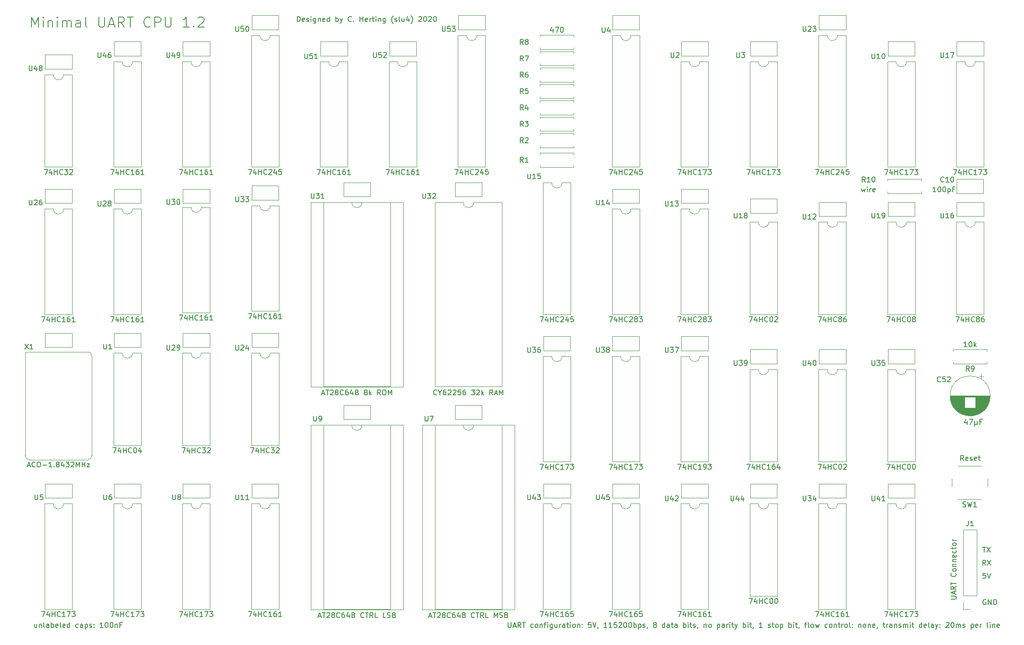
<source format=gto>
G04 #@! TF.GenerationSoftware,KiCad,Pcbnew,(5.1.5)-3*
G04 #@! TF.CreationDate,2020-12-23T21:14:09+01:00*
G04 #@! TF.ProjectId,8-Bit CPU 32k,382d4269-7420-4435-9055-2033326b2e6b,rev?*
G04 #@! TF.SameCoordinates,Original*
G04 #@! TF.FileFunction,Legend,Top*
G04 #@! TF.FilePolarity,Positive*
%FSLAX46Y46*%
G04 Gerber Fmt 4.6, Leading zero omitted, Abs format (unit mm)*
G04 Created by KiCad (PCBNEW (5.1.5)-3) date 2020-12-23 21:14:09*
%MOMM*%
%LPD*%
G04 APERTURE LIST*
%ADD10C,0.150000*%
%ADD11C,0.120000*%
G04 APERTURE END LIST*
D10*
X47221190Y-157265714D02*
X47221190Y-157932380D01*
X46792619Y-157265714D02*
X46792619Y-157789523D01*
X46840238Y-157884761D01*
X46935476Y-157932380D01*
X47078333Y-157932380D01*
X47173571Y-157884761D01*
X47221190Y-157837142D01*
X47697380Y-157265714D02*
X47697380Y-157932380D01*
X47697380Y-157360952D02*
X47745000Y-157313333D01*
X47840238Y-157265714D01*
X47983095Y-157265714D01*
X48078333Y-157313333D01*
X48125952Y-157408571D01*
X48125952Y-157932380D01*
X48745000Y-157932380D02*
X48649761Y-157884761D01*
X48602142Y-157789523D01*
X48602142Y-156932380D01*
X49554523Y-157932380D02*
X49554523Y-157408571D01*
X49506904Y-157313333D01*
X49411666Y-157265714D01*
X49221190Y-157265714D01*
X49125952Y-157313333D01*
X49554523Y-157884761D02*
X49459285Y-157932380D01*
X49221190Y-157932380D01*
X49125952Y-157884761D01*
X49078333Y-157789523D01*
X49078333Y-157694285D01*
X49125952Y-157599047D01*
X49221190Y-157551428D01*
X49459285Y-157551428D01*
X49554523Y-157503809D01*
X50030714Y-157932380D02*
X50030714Y-156932380D01*
X50030714Y-157313333D02*
X50125952Y-157265714D01*
X50316428Y-157265714D01*
X50411666Y-157313333D01*
X50459285Y-157360952D01*
X50506904Y-157456190D01*
X50506904Y-157741904D01*
X50459285Y-157837142D01*
X50411666Y-157884761D01*
X50316428Y-157932380D01*
X50125952Y-157932380D01*
X50030714Y-157884761D01*
X51316428Y-157884761D02*
X51221190Y-157932380D01*
X51030714Y-157932380D01*
X50935476Y-157884761D01*
X50887857Y-157789523D01*
X50887857Y-157408571D01*
X50935476Y-157313333D01*
X51030714Y-157265714D01*
X51221190Y-157265714D01*
X51316428Y-157313333D01*
X51364047Y-157408571D01*
X51364047Y-157503809D01*
X50887857Y-157599047D01*
X51935476Y-157932380D02*
X51840238Y-157884761D01*
X51792619Y-157789523D01*
X51792619Y-156932380D01*
X52697380Y-157884761D02*
X52602142Y-157932380D01*
X52411666Y-157932380D01*
X52316428Y-157884761D01*
X52268809Y-157789523D01*
X52268809Y-157408571D01*
X52316428Y-157313333D01*
X52411666Y-157265714D01*
X52602142Y-157265714D01*
X52697380Y-157313333D01*
X52745000Y-157408571D01*
X52745000Y-157503809D01*
X52268809Y-157599047D01*
X53602142Y-157932380D02*
X53602142Y-156932380D01*
X53602142Y-157884761D02*
X53506904Y-157932380D01*
X53316428Y-157932380D01*
X53221190Y-157884761D01*
X53173571Y-157837142D01*
X53125952Y-157741904D01*
X53125952Y-157456190D01*
X53173571Y-157360952D01*
X53221190Y-157313333D01*
X53316428Y-157265714D01*
X53506904Y-157265714D01*
X53602142Y-157313333D01*
X55268809Y-157884761D02*
X55173571Y-157932380D01*
X54983095Y-157932380D01*
X54887857Y-157884761D01*
X54840238Y-157837142D01*
X54792619Y-157741904D01*
X54792619Y-157456190D01*
X54840238Y-157360952D01*
X54887857Y-157313333D01*
X54983095Y-157265714D01*
X55173571Y-157265714D01*
X55268809Y-157313333D01*
X56125952Y-157932380D02*
X56125952Y-157408571D01*
X56078333Y-157313333D01*
X55983095Y-157265714D01*
X55792619Y-157265714D01*
X55697380Y-157313333D01*
X56125952Y-157884761D02*
X56030714Y-157932380D01*
X55792619Y-157932380D01*
X55697380Y-157884761D01*
X55649761Y-157789523D01*
X55649761Y-157694285D01*
X55697380Y-157599047D01*
X55792619Y-157551428D01*
X56030714Y-157551428D01*
X56125952Y-157503809D01*
X56602142Y-157265714D02*
X56602142Y-158265714D01*
X56602142Y-157313333D02*
X56697380Y-157265714D01*
X56887857Y-157265714D01*
X56983095Y-157313333D01*
X57030714Y-157360952D01*
X57078333Y-157456190D01*
X57078333Y-157741904D01*
X57030714Y-157837142D01*
X56983095Y-157884761D01*
X56887857Y-157932380D01*
X56697380Y-157932380D01*
X56602142Y-157884761D01*
X57459285Y-157884761D02*
X57554523Y-157932380D01*
X57745000Y-157932380D01*
X57840238Y-157884761D01*
X57887857Y-157789523D01*
X57887857Y-157741904D01*
X57840238Y-157646666D01*
X57745000Y-157599047D01*
X57602142Y-157599047D01*
X57506904Y-157551428D01*
X57459285Y-157456190D01*
X57459285Y-157408571D01*
X57506904Y-157313333D01*
X57602142Y-157265714D01*
X57745000Y-157265714D01*
X57840238Y-157313333D01*
X58316428Y-157837142D02*
X58364047Y-157884761D01*
X58316428Y-157932380D01*
X58268809Y-157884761D01*
X58316428Y-157837142D01*
X58316428Y-157932380D01*
X58316428Y-157313333D02*
X58364047Y-157360952D01*
X58316428Y-157408571D01*
X58268809Y-157360952D01*
X58316428Y-157313333D01*
X58316428Y-157408571D01*
X60078333Y-157932380D02*
X59506904Y-157932380D01*
X59792619Y-157932380D02*
X59792619Y-156932380D01*
X59697380Y-157075238D01*
X59602142Y-157170476D01*
X59506904Y-157218095D01*
X60697380Y-156932380D02*
X60792619Y-156932380D01*
X60887857Y-156980000D01*
X60935476Y-157027619D01*
X60983095Y-157122857D01*
X61030714Y-157313333D01*
X61030714Y-157551428D01*
X60983095Y-157741904D01*
X60935476Y-157837142D01*
X60887857Y-157884761D01*
X60792619Y-157932380D01*
X60697380Y-157932380D01*
X60602142Y-157884761D01*
X60554523Y-157837142D01*
X60506904Y-157741904D01*
X60459285Y-157551428D01*
X60459285Y-157313333D01*
X60506904Y-157122857D01*
X60554523Y-157027619D01*
X60602142Y-156980000D01*
X60697380Y-156932380D01*
X61649761Y-156932380D02*
X61744999Y-156932380D01*
X61840238Y-156980000D01*
X61887857Y-157027619D01*
X61935476Y-157122857D01*
X61983095Y-157313333D01*
X61983095Y-157551428D01*
X61935476Y-157741904D01*
X61887857Y-157837142D01*
X61840238Y-157884761D01*
X61744999Y-157932380D01*
X61649761Y-157932380D01*
X61554523Y-157884761D01*
X61506904Y-157837142D01*
X61459285Y-157741904D01*
X61411666Y-157551428D01*
X61411666Y-157313333D01*
X61459285Y-157122857D01*
X61506904Y-157027619D01*
X61554523Y-156980000D01*
X61649761Y-156932380D01*
X62411666Y-157265714D02*
X62411666Y-157932380D01*
X62411666Y-157360952D02*
X62459285Y-157313333D01*
X62554523Y-157265714D01*
X62697380Y-157265714D01*
X62792619Y-157313333D01*
X62840238Y-157408571D01*
X62840238Y-157932380D01*
X63649761Y-157408571D02*
X63316428Y-157408571D01*
X63316428Y-157932380D02*
X63316428Y-156932380D01*
X63792619Y-156932380D01*
X138507380Y-156932380D02*
X138507380Y-157741904D01*
X138555000Y-157837142D01*
X138602619Y-157884761D01*
X138697857Y-157932380D01*
X138888333Y-157932380D01*
X138983571Y-157884761D01*
X139031190Y-157837142D01*
X139078809Y-157741904D01*
X139078809Y-156932380D01*
X139507380Y-157646666D02*
X139983571Y-157646666D01*
X139412142Y-157932380D02*
X139745476Y-156932380D01*
X140078809Y-157932380D01*
X140983571Y-157932380D02*
X140650238Y-157456190D01*
X140412142Y-157932380D02*
X140412142Y-156932380D01*
X140793095Y-156932380D01*
X140888333Y-156980000D01*
X140935952Y-157027619D01*
X140983571Y-157122857D01*
X140983571Y-157265714D01*
X140935952Y-157360952D01*
X140888333Y-157408571D01*
X140793095Y-157456190D01*
X140412142Y-157456190D01*
X141269285Y-156932380D02*
X141840714Y-156932380D01*
X141555000Y-157932380D02*
X141555000Y-156932380D01*
X143364523Y-157884761D02*
X143269285Y-157932380D01*
X143078809Y-157932380D01*
X142983571Y-157884761D01*
X142935952Y-157837142D01*
X142888333Y-157741904D01*
X142888333Y-157456190D01*
X142935952Y-157360952D01*
X142983571Y-157313333D01*
X143078809Y-157265714D01*
X143269285Y-157265714D01*
X143364523Y-157313333D01*
X143935952Y-157932380D02*
X143840714Y-157884761D01*
X143793095Y-157837142D01*
X143745476Y-157741904D01*
X143745476Y-157456190D01*
X143793095Y-157360952D01*
X143840714Y-157313333D01*
X143935952Y-157265714D01*
X144078809Y-157265714D01*
X144174047Y-157313333D01*
X144221666Y-157360952D01*
X144269285Y-157456190D01*
X144269285Y-157741904D01*
X144221666Y-157837142D01*
X144174047Y-157884761D01*
X144078809Y-157932380D01*
X143935952Y-157932380D01*
X144697857Y-157265714D02*
X144697857Y-157932380D01*
X144697857Y-157360952D02*
X144745476Y-157313333D01*
X144840714Y-157265714D01*
X144983571Y-157265714D01*
X145078809Y-157313333D01*
X145126428Y-157408571D01*
X145126428Y-157932380D01*
X145459761Y-157265714D02*
X145840714Y-157265714D01*
X145602619Y-157932380D02*
X145602619Y-157075238D01*
X145650238Y-156980000D01*
X145745476Y-156932380D01*
X145840714Y-156932380D01*
X146174047Y-157932380D02*
X146174047Y-157265714D01*
X146174047Y-156932380D02*
X146126428Y-156980000D01*
X146174047Y-157027619D01*
X146221666Y-156980000D01*
X146174047Y-156932380D01*
X146174047Y-157027619D01*
X147078809Y-157265714D02*
X147078809Y-158075238D01*
X147031190Y-158170476D01*
X146983571Y-158218095D01*
X146888333Y-158265714D01*
X146745476Y-158265714D01*
X146650238Y-158218095D01*
X147078809Y-157884761D02*
X146983571Y-157932380D01*
X146793095Y-157932380D01*
X146697857Y-157884761D01*
X146650238Y-157837142D01*
X146602619Y-157741904D01*
X146602619Y-157456190D01*
X146650238Y-157360952D01*
X146697857Y-157313333D01*
X146793095Y-157265714D01*
X146983571Y-157265714D01*
X147078809Y-157313333D01*
X147983571Y-157265714D02*
X147983571Y-157932380D01*
X147555000Y-157265714D02*
X147555000Y-157789523D01*
X147602619Y-157884761D01*
X147697857Y-157932380D01*
X147840714Y-157932380D01*
X147935952Y-157884761D01*
X147983571Y-157837142D01*
X148459761Y-157932380D02*
X148459761Y-157265714D01*
X148459761Y-157456190D02*
X148507380Y-157360952D01*
X148555000Y-157313333D01*
X148650238Y-157265714D01*
X148745476Y-157265714D01*
X149507380Y-157932380D02*
X149507380Y-157408571D01*
X149459761Y-157313333D01*
X149364523Y-157265714D01*
X149174047Y-157265714D01*
X149078809Y-157313333D01*
X149507380Y-157884761D02*
X149412142Y-157932380D01*
X149174047Y-157932380D01*
X149078809Y-157884761D01*
X149031190Y-157789523D01*
X149031190Y-157694285D01*
X149078809Y-157599047D01*
X149174047Y-157551428D01*
X149412142Y-157551428D01*
X149507380Y-157503809D01*
X149840714Y-157265714D02*
X150221666Y-157265714D01*
X149983571Y-156932380D02*
X149983571Y-157789523D01*
X150031190Y-157884761D01*
X150126428Y-157932380D01*
X150221666Y-157932380D01*
X150555000Y-157932380D02*
X150555000Y-157265714D01*
X150555000Y-156932380D02*
X150507380Y-156980000D01*
X150555000Y-157027619D01*
X150602619Y-156980000D01*
X150555000Y-156932380D01*
X150555000Y-157027619D01*
X151174047Y-157932380D02*
X151078809Y-157884761D01*
X151031190Y-157837142D01*
X150983571Y-157741904D01*
X150983571Y-157456190D01*
X151031190Y-157360952D01*
X151078809Y-157313333D01*
X151174047Y-157265714D01*
X151316904Y-157265714D01*
X151412142Y-157313333D01*
X151459761Y-157360952D01*
X151507380Y-157456190D01*
X151507380Y-157741904D01*
X151459761Y-157837142D01*
X151412142Y-157884761D01*
X151316904Y-157932380D01*
X151174047Y-157932380D01*
X151935952Y-157265714D02*
X151935952Y-157932380D01*
X151935952Y-157360952D02*
X151983571Y-157313333D01*
X152078809Y-157265714D01*
X152221666Y-157265714D01*
X152316904Y-157313333D01*
X152364523Y-157408571D01*
X152364523Y-157932380D01*
X152840714Y-157837142D02*
X152888333Y-157884761D01*
X152840714Y-157932380D01*
X152793095Y-157884761D01*
X152840714Y-157837142D01*
X152840714Y-157932380D01*
X152840714Y-157313333D02*
X152888333Y-157360952D01*
X152840714Y-157408571D01*
X152793095Y-157360952D01*
X152840714Y-157313333D01*
X152840714Y-157408571D01*
X154555000Y-156932380D02*
X154078809Y-156932380D01*
X154031190Y-157408571D01*
X154078809Y-157360952D01*
X154174047Y-157313333D01*
X154412142Y-157313333D01*
X154507380Y-157360952D01*
X154555000Y-157408571D01*
X154602619Y-157503809D01*
X154602619Y-157741904D01*
X154555000Y-157837142D01*
X154507380Y-157884761D01*
X154412142Y-157932380D01*
X154174047Y-157932380D01*
X154078809Y-157884761D01*
X154031190Y-157837142D01*
X154888333Y-156932380D02*
X155221666Y-157932380D01*
X155555000Y-156932380D01*
X155935952Y-157884761D02*
X155935952Y-157932380D01*
X155888333Y-158027619D01*
X155840714Y-158075238D01*
X157650238Y-157932380D02*
X157078809Y-157932380D01*
X157364523Y-157932380D02*
X157364523Y-156932380D01*
X157269285Y-157075238D01*
X157174047Y-157170476D01*
X157078809Y-157218095D01*
X158602619Y-157932380D02*
X158031190Y-157932380D01*
X158316904Y-157932380D02*
X158316904Y-156932380D01*
X158221666Y-157075238D01*
X158126428Y-157170476D01*
X158031190Y-157218095D01*
X159507380Y-156932380D02*
X159031190Y-156932380D01*
X158983571Y-157408571D01*
X159031190Y-157360952D01*
X159126428Y-157313333D01*
X159364523Y-157313333D01*
X159459761Y-157360952D01*
X159507380Y-157408571D01*
X159555000Y-157503809D01*
X159555000Y-157741904D01*
X159507380Y-157837142D01*
X159459761Y-157884761D01*
X159364523Y-157932380D01*
X159126428Y-157932380D01*
X159031190Y-157884761D01*
X158983571Y-157837142D01*
X159935952Y-157027619D02*
X159983571Y-156980000D01*
X160078809Y-156932380D01*
X160316904Y-156932380D01*
X160412142Y-156980000D01*
X160459761Y-157027619D01*
X160507380Y-157122857D01*
X160507380Y-157218095D01*
X160459761Y-157360952D01*
X159888333Y-157932380D01*
X160507380Y-157932380D01*
X161126428Y-156932380D02*
X161221666Y-156932380D01*
X161316904Y-156980000D01*
X161364523Y-157027619D01*
X161412142Y-157122857D01*
X161459761Y-157313333D01*
X161459761Y-157551428D01*
X161412142Y-157741904D01*
X161364523Y-157837142D01*
X161316904Y-157884761D01*
X161221666Y-157932380D01*
X161126428Y-157932380D01*
X161031190Y-157884761D01*
X160983571Y-157837142D01*
X160935952Y-157741904D01*
X160888333Y-157551428D01*
X160888333Y-157313333D01*
X160935952Y-157122857D01*
X160983571Y-157027619D01*
X161031190Y-156980000D01*
X161126428Y-156932380D01*
X162078809Y-156932380D02*
X162174047Y-156932380D01*
X162269285Y-156980000D01*
X162316904Y-157027619D01*
X162364523Y-157122857D01*
X162412142Y-157313333D01*
X162412142Y-157551428D01*
X162364523Y-157741904D01*
X162316904Y-157837142D01*
X162269285Y-157884761D01*
X162174047Y-157932380D01*
X162078809Y-157932380D01*
X161983571Y-157884761D01*
X161935952Y-157837142D01*
X161888333Y-157741904D01*
X161840714Y-157551428D01*
X161840714Y-157313333D01*
X161888333Y-157122857D01*
X161935952Y-157027619D01*
X161983571Y-156980000D01*
X162078809Y-156932380D01*
X162840714Y-157932380D02*
X162840714Y-156932380D01*
X162840714Y-157313333D02*
X162935952Y-157265714D01*
X163126428Y-157265714D01*
X163221666Y-157313333D01*
X163269285Y-157360952D01*
X163316904Y-157456190D01*
X163316904Y-157741904D01*
X163269285Y-157837142D01*
X163221666Y-157884761D01*
X163126428Y-157932380D01*
X162935952Y-157932380D01*
X162840714Y-157884761D01*
X163745476Y-157265714D02*
X163745476Y-158265714D01*
X163745476Y-157313333D02*
X163840714Y-157265714D01*
X164031190Y-157265714D01*
X164126428Y-157313333D01*
X164174047Y-157360952D01*
X164221666Y-157456190D01*
X164221666Y-157741904D01*
X164174047Y-157837142D01*
X164126428Y-157884761D01*
X164031190Y-157932380D01*
X163840714Y-157932380D01*
X163745476Y-157884761D01*
X164602619Y-157884761D02*
X164697857Y-157932380D01*
X164888333Y-157932380D01*
X164983571Y-157884761D01*
X165031190Y-157789523D01*
X165031190Y-157741904D01*
X164983571Y-157646666D01*
X164888333Y-157599047D01*
X164745476Y-157599047D01*
X164650238Y-157551428D01*
X164602619Y-157456190D01*
X164602619Y-157408571D01*
X164650238Y-157313333D01*
X164745476Y-157265714D01*
X164888333Y-157265714D01*
X164983571Y-157313333D01*
X165507380Y-157884761D02*
X165507380Y-157932380D01*
X165459761Y-158027619D01*
X165412142Y-158075238D01*
X166840714Y-157360952D02*
X166745476Y-157313333D01*
X166697857Y-157265714D01*
X166650238Y-157170476D01*
X166650238Y-157122857D01*
X166697857Y-157027619D01*
X166745476Y-156980000D01*
X166840714Y-156932380D01*
X167031190Y-156932380D01*
X167126428Y-156980000D01*
X167174047Y-157027619D01*
X167221666Y-157122857D01*
X167221666Y-157170476D01*
X167174047Y-157265714D01*
X167126428Y-157313333D01*
X167031190Y-157360952D01*
X166840714Y-157360952D01*
X166745476Y-157408571D01*
X166697857Y-157456190D01*
X166650238Y-157551428D01*
X166650238Y-157741904D01*
X166697857Y-157837142D01*
X166745476Y-157884761D01*
X166840714Y-157932380D01*
X167031190Y-157932380D01*
X167126428Y-157884761D01*
X167174047Y-157837142D01*
X167221666Y-157741904D01*
X167221666Y-157551428D01*
X167174047Y-157456190D01*
X167126428Y-157408571D01*
X167031190Y-157360952D01*
X168840714Y-157932380D02*
X168840714Y-156932380D01*
X168840714Y-157884761D02*
X168745476Y-157932380D01*
X168555000Y-157932380D01*
X168459761Y-157884761D01*
X168412142Y-157837142D01*
X168364523Y-157741904D01*
X168364523Y-157456190D01*
X168412142Y-157360952D01*
X168459761Y-157313333D01*
X168555000Y-157265714D01*
X168745476Y-157265714D01*
X168840714Y-157313333D01*
X169745476Y-157932380D02*
X169745476Y-157408571D01*
X169697857Y-157313333D01*
X169602619Y-157265714D01*
X169412142Y-157265714D01*
X169316904Y-157313333D01*
X169745476Y-157884761D02*
X169650238Y-157932380D01*
X169412142Y-157932380D01*
X169316904Y-157884761D01*
X169269285Y-157789523D01*
X169269285Y-157694285D01*
X169316904Y-157599047D01*
X169412142Y-157551428D01*
X169650238Y-157551428D01*
X169745476Y-157503809D01*
X170078809Y-157265714D02*
X170459761Y-157265714D01*
X170221666Y-156932380D02*
X170221666Y-157789523D01*
X170269285Y-157884761D01*
X170364523Y-157932380D01*
X170459761Y-157932380D01*
X171221666Y-157932380D02*
X171221666Y-157408571D01*
X171174047Y-157313333D01*
X171078809Y-157265714D01*
X170888333Y-157265714D01*
X170793095Y-157313333D01*
X171221666Y-157884761D02*
X171126428Y-157932380D01*
X170888333Y-157932380D01*
X170793095Y-157884761D01*
X170745476Y-157789523D01*
X170745476Y-157694285D01*
X170793095Y-157599047D01*
X170888333Y-157551428D01*
X171126428Y-157551428D01*
X171221666Y-157503809D01*
X172459761Y-157932380D02*
X172459761Y-156932380D01*
X172459761Y-157313333D02*
X172555000Y-157265714D01*
X172745476Y-157265714D01*
X172840714Y-157313333D01*
X172888333Y-157360952D01*
X172935952Y-157456190D01*
X172935952Y-157741904D01*
X172888333Y-157837142D01*
X172840714Y-157884761D01*
X172745476Y-157932380D01*
X172555000Y-157932380D01*
X172459761Y-157884761D01*
X173364523Y-157932380D02*
X173364523Y-157265714D01*
X173364523Y-156932380D02*
X173316904Y-156980000D01*
X173364523Y-157027619D01*
X173412142Y-156980000D01*
X173364523Y-156932380D01*
X173364523Y-157027619D01*
X173697857Y-157265714D02*
X174078809Y-157265714D01*
X173840714Y-156932380D02*
X173840714Y-157789523D01*
X173888333Y-157884761D01*
X173983571Y-157932380D01*
X174078809Y-157932380D01*
X174364523Y-157884761D02*
X174459761Y-157932380D01*
X174650238Y-157932380D01*
X174745476Y-157884761D01*
X174793095Y-157789523D01*
X174793095Y-157741904D01*
X174745476Y-157646666D01*
X174650238Y-157599047D01*
X174507380Y-157599047D01*
X174412142Y-157551428D01*
X174364523Y-157456190D01*
X174364523Y-157408571D01*
X174412142Y-157313333D01*
X174507380Y-157265714D01*
X174650238Y-157265714D01*
X174745476Y-157313333D01*
X175269285Y-157884761D02*
X175269285Y-157932380D01*
X175221666Y-158027619D01*
X175174047Y-158075238D01*
X176459761Y-157265714D02*
X176459761Y-157932380D01*
X176459761Y-157360952D02*
X176507380Y-157313333D01*
X176602619Y-157265714D01*
X176745476Y-157265714D01*
X176840714Y-157313333D01*
X176888333Y-157408571D01*
X176888333Y-157932380D01*
X177507380Y-157932380D02*
X177412142Y-157884761D01*
X177364523Y-157837142D01*
X177316904Y-157741904D01*
X177316904Y-157456190D01*
X177364523Y-157360952D01*
X177412142Y-157313333D01*
X177507380Y-157265714D01*
X177650238Y-157265714D01*
X177745476Y-157313333D01*
X177793095Y-157360952D01*
X177840714Y-157456190D01*
X177840714Y-157741904D01*
X177793095Y-157837142D01*
X177745476Y-157884761D01*
X177650238Y-157932380D01*
X177507380Y-157932380D01*
X179031190Y-157265714D02*
X179031190Y-158265714D01*
X179031190Y-157313333D02*
X179126428Y-157265714D01*
X179316904Y-157265714D01*
X179412142Y-157313333D01*
X179459761Y-157360952D01*
X179507380Y-157456190D01*
X179507380Y-157741904D01*
X179459761Y-157837142D01*
X179412142Y-157884761D01*
X179316904Y-157932380D01*
X179126428Y-157932380D01*
X179031190Y-157884761D01*
X180364523Y-157932380D02*
X180364523Y-157408571D01*
X180316904Y-157313333D01*
X180221666Y-157265714D01*
X180031190Y-157265714D01*
X179935952Y-157313333D01*
X180364523Y-157884761D02*
X180269285Y-157932380D01*
X180031190Y-157932380D01*
X179935952Y-157884761D01*
X179888333Y-157789523D01*
X179888333Y-157694285D01*
X179935952Y-157599047D01*
X180031190Y-157551428D01*
X180269285Y-157551428D01*
X180364523Y-157503809D01*
X180840714Y-157932380D02*
X180840714Y-157265714D01*
X180840714Y-157456190D02*
X180888333Y-157360952D01*
X180935952Y-157313333D01*
X181031190Y-157265714D01*
X181126428Y-157265714D01*
X181459761Y-157932380D02*
X181459761Y-157265714D01*
X181459761Y-156932380D02*
X181412142Y-156980000D01*
X181459761Y-157027619D01*
X181507380Y-156980000D01*
X181459761Y-156932380D01*
X181459761Y-157027619D01*
X181793095Y-157265714D02*
X182174047Y-157265714D01*
X181935952Y-156932380D02*
X181935952Y-157789523D01*
X181983571Y-157884761D01*
X182078809Y-157932380D01*
X182174047Y-157932380D01*
X182412142Y-157265714D02*
X182650238Y-157932380D01*
X182888333Y-157265714D02*
X182650238Y-157932380D01*
X182555000Y-158170476D01*
X182507380Y-158218095D01*
X182412142Y-158265714D01*
X184031190Y-157932380D02*
X184031190Y-156932380D01*
X184031190Y-157313333D02*
X184126428Y-157265714D01*
X184316904Y-157265714D01*
X184412142Y-157313333D01*
X184459761Y-157360952D01*
X184507380Y-157456190D01*
X184507380Y-157741904D01*
X184459761Y-157837142D01*
X184412142Y-157884761D01*
X184316904Y-157932380D01*
X184126428Y-157932380D01*
X184031190Y-157884761D01*
X184935952Y-157932380D02*
X184935952Y-157265714D01*
X184935952Y-156932380D02*
X184888333Y-156980000D01*
X184935952Y-157027619D01*
X184983571Y-156980000D01*
X184935952Y-156932380D01*
X184935952Y-157027619D01*
X185269285Y-157265714D02*
X185650238Y-157265714D01*
X185412142Y-156932380D02*
X185412142Y-157789523D01*
X185459761Y-157884761D01*
X185555000Y-157932380D01*
X185650238Y-157932380D01*
X186031190Y-157884761D02*
X186031190Y-157932380D01*
X185983571Y-158027619D01*
X185935952Y-158075238D01*
X187745476Y-157932380D02*
X187174047Y-157932380D01*
X187459761Y-157932380D02*
X187459761Y-156932380D01*
X187364523Y-157075238D01*
X187269285Y-157170476D01*
X187174047Y-157218095D01*
X188888333Y-157884761D02*
X188983571Y-157932380D01*
X189174047Y-157932380D01*
X189269285Y-157884761D01*
X189316904Y-157789523D01*
X189316904Y-157741904D01*
X189269285Y-157646666D01*
X189174047Y-157599047D01*
X189031190Y-157599047D01*
X188935952Y-157551428D01*
X188888333Y-157456190D01*
X188888333Y-157408571D01*
X188935952Y-157313333D01*
X189031190Y-157265714D01*
X189174047Y-157265714D01*
X189269285Y-157313333D01*
X189602619Y-157265714D02*
X189983571Y-157265714D01*
X189745476Y-156932380D02*
X189745476Y-157789523D01*
X189793095Y-157884761D01*
X189888333Y-157932380D01*
X189983571Y-157932380D01*
X190459761Y-157932380D02*
X190364523Y-157884761D01*
X190316904Y-157837142D01*
X190269285Y-157741904D01*
X190269285Y-157456190D01*
X190316904Y-157360952D01*
X190364523Y-157313333D01*
X190459761Y-157265714D01*
X190602619Y-157265714D01*
X190697857Y-157313333D01*
X190745476Y-157360952D01*
X190793095Y-157456190D01*
X190793095Y-157741904D01*
X190745476Y-157837142D01*
X190697857Y-157884761D01*
X190602619Y-157932380D01*
X190459761Y-157932380D01*
X191221666Y-157265714D02*
X191221666Y-158265714D01*
X191221666Y-157313333D02*
X191316904Y-157265714D01*
X191507380Y-157265714D01*
X191602619Y-157313333D01*
X191650238Y-157360952D01*
X191697857Y-157456190D01*
X191697857Y-157741904D01*
X191650238Y-157837142D01*
X191602619Y-157884761D01*
X191507380Y-157932380D01*
X191316904Y-157932380D01*
X191221666Y-157884761D01*
X192888333Y-157932380D02*
X192888333Y-156932380D01*
X192888333Y-157313333D02*
X192983571Y-157265714D01*
X193174047Y-157265714D01*
X193269285Y-157313333D01*
X193316904Y-157360952D01*
X193364523Y-157456190D01*
X193364523Y-157741904D01*
X193316904Y-157837142D01*
X193269285Y-157884761D01*
X193174047Y-157932380D01*
X192983571Y-157932380D01*
X192888333Y-157884761D01*
X193793095Y-157932380D02*
X193793095Y-157265714D01*
X193793095Y-156932380D02*
X193745476Y-156980000D01*
X193793095Y-157027619D01*
X193840714Y-156980000D01*
X193793095Y-156932380D01*
X193793095Y-157027619D01*
X194126428Y-157265714D02*
X194507380Y-157265714D01*
X194269285Y-156932380D02*
X194269285Y-157789523D01*
X194316904Y-157884761D01*
X194412142Y-157932380D01*
X194507380Y-157932380D01*
X194888333Y-157884761D02*
X194888333Y-157932380D01*
X194840714Y-158027619D01*
X194793095Y-158075238D01*
X195935952Y-157265714D02*
X196316904Y-157265714D01*
X196078809Y-157932380D02*
X196078809Y-157075238D01*
X196126428Y-156980000D01*
X196221666Y-156932380D01*
X196316904Y-156932380D01*
X196793095Y-157932380D02*
X196697857Y-157884761D01*
X196650238Y-157789523D01*
X196650238Y-156932380D01*
X197316904Y-157932380D02*
X197221666Y-157884761D01*
X197174047Y-157837142D01*
X197126428Y-157741904D01*
X197126428Y-157456190D01*
X197174047Y-157360952D01*
X197221666Y-157313333D01*
X197316904Y-157265714D01*
X197459761Y-157265714D01*
X197555000Y-157313333D01*
X197602619Y-157360952D01*
X197650238Y-157456190D01*
X197650238Y-157741904D01*
X197602619Y-157837142D01*
X197555000Y-157884761D01*
X197459761Y-157932380D01*
X197316904Y-157932380D01*
X197983571Y-157265714D02*
X198174047Y-157932380D01*
X198364523Y-157456190D01*
X198555000Y-157932380D01*
X198745476Y-157265714D01*
X200316904Y-157884761D02*
X200221666Y-157932380D01*
X200031190Y-157932380D01*
X199935952Y-157884761D01*
X199888333Y-157837142D01*
X199840714Y-157741904D01*
X199840714Y-157456190D01*
X199888333Y-157360952D01*
X199935952Y-157313333D01*
X200031190Y-157265714D01*
X200221666Y-157265714D01*
X200316904Y-157313333D01*
X200888333Y-157932380D02*
X200793095Y-157884761D01*
X200745476Y-157837142D01*
X200697857Y-157741904D01*
X200697857Y-157456190D01*
X200745476Y-157360952D01*
X200793095Y-157313333D01*
X200888333Y-157265714D01*
X201031190Y-157265714D01*
X201126428Y-157313333D01*
X201174047Y-157360952D01*
X201221666Y-157456190D01*
X201221666Y-157741904D01*
X201174047Y-157837142D01*
X201126428Y-157884761D01*
X201031190Y-157932380D01*
X200888333Y-157932380D01*
X201650238Y-157265714D02*
X201650238Y-157932380D01*
X201650238Y-157360952D02*
X201697857Y-157313333D01*
X201793095Y-157265714D01*
X201935952Y-157265714D01*
X202031190Y-157313333D01*
X202078809Y-157408571D01*
X202078809Y-157932380D01*
X202412142Y-157265714D02*
X202793095Y-157265714D01*
X202555000Y-156932380D02*
X202555000Y-157789523D01*
X202602619Y-157884761D01*
X202697857Y-157932380D01*
X202793095Y-157932380D01*
X203126428Y-157932380D02*
X203126428Y-157265714D01*
X203126428Y-157456190D02*
X203174047Y-157360952D01*
X203221666Y-157313333D01*
X203316904Y-157265714D01*
X203412142Y-157265714D01*
X203888333Y-157932380D02*
X203793095Y-157884761D01*
X203745476Y-157837142D01*
X203697857Y-157741904D01*
X203697857Y-157456190D01*
X203745476Y-157360952D01*
X203793095Y-157313333D01*
X203888333Y-157265714D01*
X204031190Y-157265714D01*
X204126428Y-157313333D01*
X204174047Y-157360952D01*
X204221666Y-157456190D01*
X204221666Y-157741904D01*
X204174047Y-157837142D01*
X204126428Y-157884761D01*
X204031190Y-157932380D01*
X203888333Y-157932380D01*
X204793095Y-157932380D02*
X204697857Y-157884761D01*
X204650238Y-157789523D01*
X204650238Y-156932380D01*
X205174047Y-157837142D02*
X205221666Y-157884761D01*
X205174047Y-157932380D01*
X205126428Y-157884761D01*
X205174047Y-157837142D01*
X205174047Y-157932380D01*
X205174047Y-157313333D02*
X205221666Y-157360952D01*
X205174047Y-157408571D01*
X205126428Y-157360952D01*
X205174047Y-157313333D01*
X205174047Y-157408571D01*
X206412142Y-157265714D02*
X206412142Y-157932380D01*
X206412142Y-157360952D02*
X206459761Y-157313333D01*
X206555000Y-157265714D01*
X206697857Y-157265714D01*
X206793095Y-157313333D01*
X206840714Y-157408571D01*
X206840714Y-157932380D01*
X207459761Y-157932380D02*
X207364523Y-157884761D01*
X207316904Y-157837142D01*
X207269285Y-157741904D01*
X207269285Y-157456190D01*
X207316904Y-157360952D01*
X207364523Y-157313333D01*
X207459761Y-157265714D01*
X207602619Y-157265714D01*
X207697857Y-157313333D01*
X207745476Y-157360952D01*
X207793095Y-157456190D01*
X207793095Y-157741904D01*
X207745476Y-157837142D01*
X207697857Y-157884761D01*
X207602619Y-157932380D01*
X207459761Y-157932380D01*
X208221666Y-157265714D02*
X208221666Y-157932380D01*
X208221666Y-157360952D02*
X208269285Y-157313333D01*
X208364523Y-157265714D01*
X208507380Y-157265714D01*
X208602619Y-157313333D01*
X208650238Y-157408571D01*
X208650238Y-157932380D01*
X209507380Y-157884761D02*
X209412142Y-157932380D01*
X209221666Y-157932380D01*
X209126428Y-157884761D01*
X209078809Y-157789523D01*
X209078809Y-157408571D01*
X209126428Y-157313333D01*
X209221666Y-157265714D01*
X209412142Y-157265714D01*
X209507380Y-157313333D01*
X209555000Y-157408571D01*
X209555000Y-157503809D01*
X209078809Y-157599047D01*
X210031190Y-157884761D02*
X210031190Y-157932380D01*
X209983571Y-158027619D01*
X209935952Y-158075238D01*
X211078809Y-157265714D02*
X211459761Y-157265714D01*
X211221666Y-156932380D02*
X211221666Y-157789523D01*
X211269285Y-157884761D01*
X211364523Y-157932380D01*
X211459761Y-157932380D01*
X211793095Y-157932380D02*
X211793095Y-157265714D01*
X211793095Y-157456190D02*
X211840714Y-157360952D01*
X211888333Y-157313333D01*
X211983571Y-157265714D01*
X212078809Y-157265714D01*
X212840714Y-157932380D02*
X212840714Y-157408571D01*
X212793095Y-157313333D01*
X212697857Y-157265714D01*
X212507380Y-157265714D01*
X212412142Y-157313333D01*
X212840714Y-157884761D02*
X212745476Y-157932380D01*
X212507380Y-157932380D01*
X212412142Y-157884761D01*
X212364523Y-157789523D01*
X212364523Y-157694285D01*
X212412142Y-157599047D01*
X212507380Y-157551428D01*
X212745476Y-157551428D01*
X212840714Y-157503809D01*
X213316904Y-157265714D02*
X213316904Y-157932380D01*
X213316904Y-157360952D02*
X213364523Y-157313333D01*
X213459761Y-157265714D01*
X213602619Y-157265714D01*
X213697857Y-157313333D01*
X213745476Y-157408571D01*
X213745476Y-157932380D01*
X214174047Y-157884761D02*
X214269285Y-157932380D01*
X214459761Y-157932380D01*
X214555000Y-157884761D01*
X214602619Y-157789523D01*
X214602619Y-157741904D01*
X214555000Y-157646666D01*
X214459761Y-157599047D01*
X214316904Y-157599047D01*
X214221666Y-157551428D01*
X214174047Y-157456190D01*
X214174047Y-157408571D01*
X214221666Y-157313333D01*
X214316904Y-157265714D01*
X214459761Y-157265714D01*
X214555000Y-157313333D01*
X215031190Y-157932380D02*
X215031190Y-157265714D01*
X215031190Y-157360952D02*
X215078809Y-157313333D01*
X215174047Y-157265714D01*
X215316904Y-157265714D01*
X215412142Y-157313333D01*
X215459761Y-157408571D01*
X215459761Y-157932380D01*
X215459761Y-157408571D02*
X215507380Y-157313333D01*
X215602619Y-157265714D01*
X215745476Y-157265714D01*
X215840714Y-157313333D01*
X215888333Y-157408571D01*
X215888333Y-157932380D01*
X216364523Y-157932380D02*
X216364523Y-157265714D01*
X216364523Y-156932380D02*
X216316904Y-156980000D01*
X216364523Y-157027619D01*
X216412142Y-156980000D01*
X216364523Y-156932380D01*
X216364523Y-157027619D01*
X216697857Y-157265714D02*
X217078809Y-157265714D01*
X216840714Y-156932380D02*
X216840714Y-157789523D01*
X216888333Y-157884761D01*
X216983571Y-157932380D01*
X217078809Y-157932380D01*
X218602619Y-157932380D02*
X218602619Y-156932380D01*
X218602619Y-157884761D02*
X218507380Y-157932380D01*
X218316904Y-157932380D01*
X218221666Y-157884761D01*
X218174047Y-157837142D01*
X218126428Y-157741904D01*
X218126428Y-157456190D01*
X218174047Y-157360952D01*
X218221666Y-157313333D01*
X218316904Y-157265714D01*
X218507380Y-157265714D01*
X218602619Y-157313333D01*
X219459761Y-157884761D02*
X219364523Y-157932380D01*
X219174047Y-157932380D01*
X219078809Y-157884761D01*
X219031190Y-157789523D01*
X219031190Y-157408571D01*
X219078809Y-157313333D01*
X219174047Y-157265714D01*
X219364523Y-157265714D01*
X219459761Y-157313333D01*
X219507380Y-157408571D01*
X219507380Y-157503809D01*
X219031190Y-157599047D01*
X220078809Y-157932380D02*
X219983571Y-157884761D01*
X219935952Y-157789523D01*
X219935952Y-156932380D01*
X220888333Y-157932380D02*
X220888333Y-157408571D01*
X220840714Y-157313333D01*
X220745476Y-157265714D01*
X220555000Y-157265714D01*
X220459761Y-157313333D01*
X220888333Y-157884761D02*
X220793095Y-157932380D01*
X220555000Y-157932380D01*
X220459761Y-157884761D01*
X220412142Y-157789523D01*
X220412142Y-157694285D01*
X220459761Y-157599047D01*
X220555000Y-157551428D01*
X220793095Y-157551428D01*
X220888333Y-157503809D01*
X221269285Y-157265714D02*
X221507380Y-157932380D01*
X221745476Y-157265714D02*
X221507380Y-157932380D01*
X221412142Y-158170476D01*
X221364523Y-158218095D01*
X221269285Y-158265714D01*
X222126428Y-157837142D02*
X222174047Y-157884761D01*
X222126428Y-157932380D01*
X222078809Y-157884761D01*
X222126428Y-157837142D01*
X222126428Y-157932380D01*
X222126428Y-157313333D02*
X222174047Y-157360952D01*
X222126428Y-157408571D01*
X222078809Y-157360952D01*
X222126428Y-157313333D01*
X222126428Y-157408571D01*
X223316904Y-157027619D02*
X223364523Y-156980000D01*
X223459761Y-156932380D01*
X223697857Y-156932380D01*
X223793095Y-156980000D01*
X223840714Y-157027619D01*
X223888333Y-157122857D01*
X223888333Y-157218095D01*
X223840714Y-157360952D01*
X223269285Y-157932380D01*
X223888333Y-157932380D01*
X224507380Y-156932380D02*
X224602619Y-156932380D01*
X224697857Y-156980000D01*
X224745476Y-157027619D01*
X224793095Y-157122857D01*
X224840714Y-157313333D01*
X224840714Y-157551428D01*
X224793095Y-157741904D01*
X224745476Y-157837142D01*
X224697857Y-157884761D01*
X224602619Y-157932380D01*
X224507380Y-157932380D01*
X224412142Y-157884761D01*
X224364523Y-157837142D01*
X224316904Y-157741904D01*
X224269285Y-157551428D01*
X224269285Y-157313333D01*
X224316904Y-157122857D01*
X224364523Y-157027619D01*
X224412142Y-156980000D01*
X224507380Y-156932380D01*
X225269285Y-157932380D02*
X225269285Y-157265714D01*
X225269285Y-157360952D02*
X225316904Y-157313333D01*
X225412142Y-157265714D01*
X225555000Y-157265714D01*
X225650238Y-157313333D01*
X225697857Y-157408571D01*
X225697857Y-157932380D01*
X225697857Y-157408571D02*
X225745476Y-157313333D01*
X225840714Y-157265714D01*
X225983571Y-157265714D01*
X226078809Y-157313333D01*
X226126428Y-157408571D01*
X226126428Y-157932380D01*
X226555000Y-157884761D02*
X226650238Y-157932380D01*
X226840714Y-157932380D01*
X226935952Y-157884761D01*
X226983571Y-157789523D01*
X226983571Y-157741904D01*
X226935952Y-157646666D01*
X226840714Y-157599047D01*
X226697857Y-157599047D01*
X226602619Y-157551428D01*
X226555000Y-157456190D01*
X226555000Y-157408571D01*
X226602619Y-157313333D01*
X226697857Y-157265714D01*
X226840714Y-157265714D01*
X226935952Y-157313333D01*
X228174047Y-157265714D02*
X228174047Y-158265714D01*
X228174047Y-157313333D02*
X228269285Y-157265714D01*
X228459761Y-157265714D01*
X228555000Y-157313333D01*
X228602619Y-157360952D01*
X228650238Y-157456190D01*
X228650238Y-157741904D01*
X228602619Y-157837142D01*
X228555000Y-157884761D01*
X228459761Y-157932380D01*
X228269285Y-157932380D01*
X228174047Y-157884761D01*
X229459761Y-157884761D02*
X229364523Y-157932380D01*
X229174047Y-157932380D01*
X229078809Y-157884761D01*
X229031190Y-157789523D01*
X229031190Y-157408571D01*
X229078809Y-157313333D01*
X229174047Y-157265714D01*
X229364523Y-157265714D01*
X229459761Y-157313333D01*
X229507380Y-157408571D01*
X229507380Y-157503809D01*
X229031190Y-157599047D01*
X229935952Y-157932380D02*
X229935952Y-157265714D01*
X229935952Y-157456190D02*
X229983571Y-157360952D01*
X230031190Y-157313333D01*
X230126428Y-157265714D01*
X230221666Y-157265714D01*
X231459761Y-157932380D02*
X231364523Y-157884761D01*
X231316904Y-157789523D01*
X231316904Y-156932380D01*
X231840714Y-157932380D02*
X231840714Y-157265714D01*
X231840714Y-156932380D02*
X231793095Y-156980000D01*
X231840714Y-157027619D01*
X231888333Y-156980000D01*
X231840714Y-156932380D01*
X231840714Y-157027619D01*
X232316904Y-157265714D02*
X232316904Y-157932380D01*
X232316904Y-157360952D02*
X232364523Y-157313333D01*
X232459761Y-157265714D01*
X232602619Y-157265714D01*
X232697857Y-157313333D01*
X232745476Y-157408571D01*
X232745476Y-157932380D01*
X233602619Y-157884761D02*
X233507380Y-157932380D01*
X233316904Y-157932380D01*
X233221666Y-157884761D01*
X233174047Y-157789523D01*
X233174047Y-157408571D01*
X233221666Y-157313333D01*
X233316904Y-157265714D01*
X233507380Y-157265714D01*
X233602619Y-157313333D01*
X233650238Y-157408571D01*
X233650238Y-157503809D01*
X233174047Y-157599047D01*
X224242380Y-152423095D02*
X225051904Y-152423095D01*
X225147142Y-152375476D01*
X225194761Y-152327857D01*
X225242380Y-152232619D01*
X225242380Y-152042142D01*
X225194761Y-151946904D01*
X225147142Y-151899285D01*
X225051904Y-151851666D01*
X224242380Y-151851666D01*
X224956666Y-151423095D02*
X224956666Y-150946904D01*
X225242380Y-151518333D02*
X224242380Y-151185000D01*
X225242380Y-150851666D01*
X225242380Y-149946904D02*
X224766190Y-150280238D01*
X225242380Y-150518333D02*
X224242380Y-150518333D01*
X224242380Y-150137380D01*
X224290000Y-150042142D01*
X224337619Y-149994523D01*
X224432857Y-149946904D01*
X224575714Y-149946904D01*
X224670952Y-149994523D01*
X224718571Y-150042142D01*
X224766190Y-150137380D01*
X224766190Y-150518333D01*
X224242380Y-149661190D02*
X224242380Y-149089761D01*
X225242380Y-149375476D02*
X224242380Y-149375476D01*
X225147142Y-147423095D02*
X225194761Y-147470714D01*
X225242380Y-147613571D01*
X225242380Y-147708809D01*
X225194761Y-147851666D01*
X225099523Y-147946904D01*
X225004285Y-147994523D01*
X224813809Y-148042142D01*
X224670952Y-148042142D01*
X224480476Y-147994523D01*
X224385238Y-147946904D01*
X224290000Y-147851666D01*
X224242380Y-147708809D01*
X224242380Y-147613571D01*
X224290000Y-147470714D01*
X224337619Y-147423095D01*
X225242380Y-146851666D02*
X225194761Y-146946904D01*
X225147142Y-146994523D01*
X225051904Y-147042142D01*
X224766190Y-147042142D01*
X224670952Y-146994523D01*
X224623333Y-146946904D01*
X224575714Y-146851666D01*
X224575714Y-146708809D01*
X224623333Y-146613571D01*
X224670952Y-146565952D01*
X224766190Y-146518333D01*
X225051904Y-146518333D01*
X225147142Y-146565952D01*
X225194761Y-146613571D01*
X225242380Y-146708809D01*
X225242380Y-146851666D01*
X224575714Y-146089761D02*
X225242380Y-146089761D01*
X224670952Y-146089761D02*
X224623333Y-146042142D01*
X224575714Y-145946904D01*
X224575714Y-145804047D01*
X224623333Y-145708809D01*
X224718571Y-145661190D01*
X225242380Y-145661190D01*
X224575714Y-145185000D02*
X225242380Y-145185000D01*
X224670952Y-145185000D02*
X224623333Y-145137380D01*
X224575714Y-145042142D01*
X224575714Y-144899285D01*
X224623333Y-144804047D01*
X224718571Y-144756428D01*
X225242380Y-144756428D01*
X225194761Y-143899285D02*
X225242380Y-143994523D01*
X225242380Y-144185000D01*
X225194761Y-144280238D01*
X225099523Y-144327857D01*
X224718571Y-144327857D01*
X224623333Y-144280238D01*
X224575714Y-144185000D01*
X224575714Y-143994523D01*
X224623333Y-143899285D01*
X224718571Y-143851666D01*
X224813809Y-143851666D01*
X224909047Y-144327857D01*
X225194761Y-142994523D02*
X225242380Y-143089761D01*
X225242380Y-143280238D01*
X225194761Y-143375476D01*
X225147142Y-143423095D01*
X225051904Y-143470714D01*
X224766190Y-143470714D01*
X224670952Y-143423095D01*
X224623333Y-143375476D01*
X224575714Y-143280238D01*
X224575714Y-143089761D01*
X224623333Y-142994523D01*
X224575714Y-142708809D02*
X224575714Y-142327857D01*
X224242380Y-142565952D02*
X225099523Y-142565952D01*
X225194761Y-142518333D01*
X225242380Y-142423095D01*
X225242380Y-142327857D01*
X225242380Y-141851666D02*
X225194761Y-141946904D01*
X225147142Y-141994523D01*
X225051904Y-142042142D01*
X224766190Y-142042142D01*
X224670952Y-141994523D01*
X224623333Y-141946904D01*
X224575714Y-141851666D01*
X224575714Y-141708809D01*
X224623333Y-141613571D01*
X224670952Y-141565952D01*
X224766190Y-141518333D01*
X225051904Y-141518333D01*
X225147142Y-141565952D01*
X225194761Y-141613571D01*
X225242380Y-141708809D01*
X225242380Y-141851666D01*
X225242380Y-141089761D02*
X224575714Y-141089761D01*
X224766190Y-141089761D02*
X224670952Y-141042142D01*
X224623333Y-140994523D01*
X224575714Y-140899285D01*
X224575714Y-140804047D01*
X97672619Y-40457380D02*
X97672619Y-39457380D01*
X97910714Y-39457380D01*
X98053571Y-39505000D01*
X98148809Y-39600238D01*
X98196428Y-39695476D01*
X98244047Y-39885952D01*
X98244047Y-40028809D01*
X98196428Y-40219285D01*
X98148809Y-40314523D01*
X98053571Y-40409761D01*
X97910714Y-40457380D01*
X97672619Y-40457380D01*
X99053571Y-40409761D02*
X98958333Y-40457380D01*
X98767857Y-40457380D01*
X98672619Y-40409761D01*
X98625000Y-40314523D01*
X98625000Y-39933571D01*
X98672619Y-39838333D01*
X98767857Y-39790714D01*
X98958333Y-39790714D01*
X99053571Y-39838333D01*
X99101190Y-39933571D01*
X99101190Y-40028809D01*
X98625000Y-40124047D01*
X99482142Y-40409761D02*
X99577380Y-40457380D01*
X99767857Y-40457380D01*
X99863095Y-40409761D01*
X99910714Y-40314523D01*
X99910714Y-40266904D01*
X99863095Y-40171666D01*
X99767857Y-40124047D01*
X99625000Y-40124047D01*
X99529761Y-40076428D01*
X99482142Y-39981190D01*
X99482142Y-39933571D01*
X99529761Y-39838333D01*
X99625000Y-39790714D01*
X99767857Y-39790714D01*
X99863095Y-39838333D01*
X100339285Y-40457380D02*
X100339285Y-39790714D01*
X100339285Y-39457380D02*
X100291666Y-39505000D01*
X100339285Y-39552619D01*
X100386904Y-39505000D01*
X100339285Y-39457380D01*
X100339285Y-39552619D01*
X101244047Y-39790714D02*
X101244047Y-40600238D01*
X101196428Y-40695476D01*
X101148809Y-40743095D01*
X101053571Y-40790714D01*
X100910714Y-40790714D01*
X100815476Y-40743095D01*
X101244047Y-40409761D02*
X101148809Y-40457380D01*
X100958333Y-40457380D01*
X100863095Y-40409761D01*
X100815476Y-40362142D01*
X100767857Y-40266904D01*
X100767857Y-39981190D01*
X100815476Y-39885952D01*
X100863095Y-39838333D01*
X100958333Y-39790714D01*
X101148809Y-39790714D01*
X101244047Y-39838333D01*
X101720238Y-39790714D02*
X101720238Y-40457380D01*
X101720238Y-39885952D02*
X101767857Y-39838333D01*
X101863095Y-39790714D01*
X102005952Y-39790714D01*
X102101190Y-39838333D01*
X102148809Y-39933571D01*
X102148809Y-40457380D01*
X103005952Y-40409761D02*
X102910714Y-40457380D01*
X102720238Y-40457380D01*
X102625000Y-40409761D01*
X102577380Y-40314523D01*
X102577380Y-39933571D01*
X102625000Y-39838333D01*
X102720238Y-39790714D01*
X102910714Y-39790714D01*
X103005952Y-39838333D01*
X103053571Y-39933571D01*
X103053571Y-40028809D01*
X102577380Y-40124047D01*
X103910714Y-40457380D02*
X103910714Y-39457380D01*
X103910714Y-40409761D02*
X103815476Y-40457380D01*
X103625000Y-40457380D01*
X103529761Y-40409761D01*
X103482142Y-40362142D01*
X103434523Y-40266904D01*
X103434523Y-39981190D01*
X103482142Y-39885952D01*
X103529761Y-39838333D01*
X103625000Y-39790714D01*
X103815476Y-39790714D01*
X103910714Y-39838333D01*
X105148809Y-40457380D02*
X105148809Y-39457380D01*
X105148809Y-39838333D02*
X105244047Y-39790714D01*
X105434523Y-39790714D01*
X105529761Y-39838333D01*
X105577380Y-39885952D01*
X105625000Y-39981190D01*
X105625000Y-40266904D01*
X105577380Y-40362142D01*
X105529761Y-40409761D01*
X105434523Y-40457380D01*
X105244047Y-40457380D01*
X105148809Y-40409761D01*
X105958333Y-39790714D02*
X106196428Y-40457380D01*
X106434523Y-39790714D02*
X106196428Y-40457380D01*
X106101190Y-40695476D01*
X106053571Y-40743095D01*
X105958333Y-40790714D01*
X108148809Y-40362142D02*
X108101190Y-40409761D01*
X107958333Y-40457380D01*
X107863095Y-40457380D01*
X107720238Y-40409761D01*
X107625000Y-40314523D01*
X107577380Y-40219285D01*
X107529761Y-40028809D01*
X107529761Y-39885952D01*
X107577380Y-39695476D01*
X107625000Y-39600238D01*
X107720238Y-39505000D01*
X107863095Y-39457380D01*
X107958333Y-39457380D01*
X108101190Y-39505000D01*
X108148809Y-39552619D01*
X108577380Y-40362142D02*
X108625000Y-40409761D01*
X108577380Y-40457380D01*
X108529761Y-40409761D01*
X108577380Y-40362142D01*
X108577380Y-40457380D01*
X109815476Y-40457380D02*
X109815476Y-39457380D01*
X109815476Y-39933571D02*
X110386904Y-39933571D01*
X110386904Y-40457380D02*
X110386904Y-39457380D01*
X111244047Y-40409761D02*
X111148809Y-40457380D01*
X110958333Y-40457380D01*
X110863095Y-40409761D01*
X110815476Y-40314523D01*
X110815476Y-39933571D01*
X110863095Y-39838333D01*
X110958333Y-39790714D01*
X111148809Y-39790714D01*
X111244047Y-39838333D01*
X111291666Y-39933571D01*
X111291666Y-40028809D01*
X110815476Y-40124047D01*
X111720238Y-40457380D02*
X111720238Y-39790714D01*
X111720238Y-39981190D02*
X111767857Y-39885952D01*
X111815476Y-39838333D01*
X111910714Y-39790714D01*
X112005952Y-39790714D01*
X112196428Y-39790714D02*
X112577380Y-39790714D01*
X112339285Y-39457380D02*
X112339285Y-40314523D01*
X112386904Y-40409761D01*
X112482142Y-40457380D01*
X112577380Y-40457380D01*
X112910714Y-40457380D02*
X112910714Y-39790714D01*
X112910714Y-39457380D02*
X112863095Y-39505000D01*
X112910714Y-39552619D01*
X112958333Y-39505000D01*
X112910714Y-39457380D01*
X112910714Y-39552619D01*
X113386904Y-39790714D02*
X113386904Y-40457380D01*
X113386904Y-39885952D02*
X113434523Y-39838333D01*
X113529761Y-39790714D01*
X113672619Y-39790714D01*
X113767857Y-39838333D01*
X113815476Y-39933571D01*
X113815476Y-40457380D01*
X114720238Y-39790714D02*
X114720238Y-40600238D01*
X114672619Y-40695476D01*
X114625000Y-40743095D01*
X114529761Y-40790714D01*
X114386904Y-40790714D01*
X114291666Y-40743095D01*
X114720238Y-40409761D02*
X114625000Y-40457380D01*
X114434523Y-40457380D01*
X114339285Y-40409761D01*
X114291666Y-40362142D01*
X114244047Y-40266904D01*
X114244047Y-39981190D01*
X114291666Y-39885952D01*
X114339285Y-39838333D01*
X114434523Y-39790714D01*
X114625000Y-39790714D01*
X114720238Y-39838333D01*
X116244047Y-40838333D02*
X116196428Y-40790714D01*
X116101190Y-40647857D01*
X116053571Y-40552619D01*
X116005952Y-40409761D01*
X115958333Y-40171666D01*
X115958333Y-39981190D01*
X116005952Y-39743095D01*
X116053571Y-39600238D01*
X116101190Y-39505000D01*
X116196428Y-39362142D01*
X116244047Y-39314523D01*
X116577380Y-40409761D02*
X116672619Y-40457380D01*
X116863095Y-40457380D01*
X116958333Y-40409761D01*
X117005952Y-40314523D01*
X117005952Y-40266904D01*
X116958333Y-40171666D01*
X116863095Y-40124047D01*
X116720238Y-40124047D01*
X116625000Y-40076428D01*
X116577380Y-39981190D01*
X116577380Y-39933571D01*
X116625000Y-39838333D01*
X116720238Y-39790714D01*
X116863095Y-39790714D01*
X116958333Y-39838333D01*
X117577380Y-40457380D02*
X117482142Y-40409761D01*
X117434523Y-40314523D01*
X117434523Y-39457380D01*
X118386904Y-39790714D02*
X118386904Y-40457380D01*
X117958333Y-39790714D02*
X117958333Y-40314523D01*
X118005952Y-40409761D01*
X118101190Y-40457380D01*
X118244047Y-40457380D01*
X118339285Y-40409761D01*
X118386904Y-40362142D01*
X119291666Y-39790714D02*
X119291666Y-40457380D01*
X119053571Y-39409761D02*
X118815476Y-40124047D01*
X119434523Y-40124047D01*
X119720238Y-40838333D02*
X119767857Y-40790714D01*
X119863095Y-40647857D01*
X119910714Y-40552619D01*
X119958333Y-40409761D01*
X120005952Y-40171666D01*
X120005952Y-39981190D01*
X119958333Y-39743095D01*
X119910714Y-39600238D01*
X119863095Y-39505000D01*
X119767857Y-39362142D01*
X119720238Y-39314523D01*
X121196428Y-39552619D02*
X121244047Y-39505000D01*
X121339285Y-39457380D01*
X121577380Y-39457380D01*
X121672619Y-39505000D01*
X121720238Y-39552619D01*
X121767857Y-39647857D01*
X121767857Y-39743095D01*
X121720238Y-39885952D01*
X121148809Y-40457380D01*
X121767857Y-40457380D01*
X122386904Y-39457380D02*
X122482142Y-39457380D01*
X122577380Y-39505000D01*
X122624999Y-39552619D01*
X122672619Y-39647857D01*
X122720238Y-39838333D01*
X122720238Y-40076428D01*
X122672619Y-40266904D01*
X122624999Y-40362142D01*
X122577380Y-40409761D01*
X122482142Y-40457380D01*
X122386904Y-40457380D01*
X122291666Y-40409761D01*
X122244047Y-40362142D01*
X122196428Y-40266904D01*
X122148809Y-40076428D01*
X122148809Y-39838333D01*
X122196428Y-39647857D01*
X122244047Y-39552619D01*
X122291666Y-39505000D01*
X122386904Y-39457380D01*
X123101190Y-39552619D02*
X123148809Y-39505000D01*
X123244047Y-39457380D01*
X123482142Y-39457380D01*
X123577380Y-39505000D01*
X123624999Y-39552619D01*
X123672619Y-39647857D01*
X123672619Y-39743095D01*
X123624999Y-39885952D01*
X123053571Y-40457380D01*
X123672619Y-40457380D01*
X124291666Y-39457380D02*
X124386904Y-39457380D01*
X124482142Y-39505000D01*
X124529761Y-39552619D01*
X124577380Y-39647857D01*
X124624999Y-39838333D01*
X124624999Y-40076428D01*
X124577380Y-40266904D01*
X124529761Y-40362142D01*
X124482142Y-40409761D01*
X124386904Y-40457380D01*
X124291666Y-40457380D01*
X124196428Y-40409761D01*
X124148809Y-40362142D01*
X124101190Y-40266904D01*
X124053571Y-40076428D01*
X124053571Y-39838333D01*
X124101190Y-39647857D01*
X124148809Y-39552619D01*
X124196428Y-39505000D01*
X124291666Y-39457380D01*
X226726904Y-125547380D02*
X226393571Y-125071190D01*
X226155476Y-125547380D02*
X226155476Y-124547380D01*
X226536428Y-124547380D01*
X226631666Y-124595000D01*
X226679285Y-124642619D01*
X226726904Y-124737857D01*
X226726904Y-124880714D01*
X226679285Y-124975952D01*
X226631666Y-125023571D01*
X226536428Y-125071190D01*
X226155476Y-125071190D01*
X227536428Y-125499761D02*
X227441190Y-125547380D01*
X227250714Y-125547380D01*
X227155476Y-125499761D01*
X227107857Y-125404523D01*
X227107857Y-125023571D01*
X227155476Y-124928333D01*
X227250714Y-124880714D01*
X227441190Y-124880714D01*
X227536428Y-124928333D01*
X227584047Y-125023571D01*
X227584047Y-125118809D01*
X227107857Y-125214047D01*
X227965000Y-125499761D02*
X228060238Y-125547380D01*
X228250714Y-125547380D01*
X228345952Y-125499761D01*
X228393571Y-125404523D01*
X228393571Y-125356904D01*
X228345952Y-125261666D01*
X228250714Y-125214047D01*
X228107857Y-125214047D01*
X228012619Y-125166428D01*
X227965000Y-125071190D01*
X227965000Y-125023571D01*
X228012619Y-124928333D01*
X228107857Y-124880714D01*
X228250714Y-124880714D01*
X228345952Y-124928333D01*
X229203095Y-125499761D02*
X229107857Y-125547380D01*
X228917380Y-125547380D01*
X228822142Y-125499761D01*
X228774523Y-125404523D01*
X228774523Y-125023571D01*
X228822142Y-124928333D01*
X228917380Y-124880714D01*
X229107857Y-124880714D01*
X229203095Y-124928333D01*
X229250714Y-125023571D01*
X229250714Y-125118809D01*
X228774523Y-125214047D01*
X229536428Y-124880714D02*
X229917380Y-124880714D01*
X229679285Y-124547380D02*
X229679285Y-125404523D01*
X229726904Y-125499761D01*
X229822142Y-125547380D01*
X229917380Y-125547380D01*
X230378095Y-142327380D02*
X230949523Y-142327380D01*
X230663809Y-143327380D02*
X230663809Y-142327380D01*
X231187619Y-142327380D02*
X231854285Y-143327380D01*
X231854285Y-142327380D02*
X231187619Y-143327380D01*
X230973333Y-145867380D02*
X230640000Y-145391190D01*
X230401904Y-145867380D02*
X230401904Y-144867380D01*
X230782857Y-144867380D01*
X230878095Y-144915000D01*
X230925714Y-144962619D01*
X230973333Y-145057857D01*
X230973333Y-145200714D01*
X230925714Y-145295952D01*
X230878095Y-145343571D01*
X230782857Y-145391190D01*
X230401904Y-145391190D01*
X231306666Y-144867380D02*
X231973333Y-145867380D01*
X231973333Y-144867380D02*
X231306666Y-145867380D01*
X230949523Y-147407380D02*
X230473333Y-147407380D01*
X230425714Y-147883571D01*
X230473333Y-147835952D01*
X230568571Y-147788333D01*
X230806666Y-147788333D01*
X230901904Y-147835952D01*
X230949523Y-147883571D01*
X230997142Y-147978809D01*
X230997142Y-148216904D01*
X230949523Y-148312142D01*
X230901904Y-148359761D01*
X230806666Y-148407380D01*
X230568571Y-148407380D01*
X230473333Y-148359761D01*
X230425714Y-148312142D01*
X231282857Y-147407380D02*
X231616190Y-148407380D01*
X231949523Y-147407380D01*
X231013095Y-152535000D02*
X230917857Y-152487380D01*
X230775000Y-152487380D01*
X230632142Y-152535000D01*
X230536904Y-152630238D01*
X230489285Y-152725476D01*
X230441666Y-152915952D01*
X230441666Y-153058809D01*
X230489285Y-153249285D01*
X230536904Y-153344523D01*
X230632142Y-153439761D01*
X230775000Y-153487380D01*
X230870238Y-153487380D01*
X231013095Y-153439761D01*
X231060714Y-153392142D01*
X231060714Y-153058809D01*
X230870238Y-153058809D01*
X231489285Y-153487380D02*
X231489285Y-152487380D01*
X232060714Y-153487380D01*
X232060714Y-152487380D01*
X232536904Y-153487380D02*
X232536904Y-152487380D01*
X232775000Y-152487380D01*
X232917857Y-152535000D01*
X233013095Y-152630238D01*
X233060714Y-152725476D01*
X233108333Y-152915952D01*
X233108333Y-153058809D01*
X233060714Y-153249285D01*
X233013095Y-153344523D01*
X232917857Y-153439761D01*
X232775000Y-153487380D01*
X232536904Y-153487380D01*
X46198333Y-41544761D02*
X46198333Y-39544761D01*
X46865000Y-40973333D01*
X47531666Y-39544761D01*
X47531666Y-41544761D01*
X48484047Y-41544761D02*
X48484047Y-40211428D01*
X48484047Y-39544761D02*
X48388809Y-39640000D01*
X48484047Y-39735238D01*
X48579285Y-39640000D01*
X48484047Y-39544761D01*
X48484047Y-39735238D01*
X49436428Y-40211428D02*
X49436428Y-41544761D01*
X49436428Y-40401904D02*
X49531666Y-40306666D01*
X49722142Y-40211428D01*
X50007857Y-40211428D01*
X50198333Y-40306666D01*
X50293571Y-40497142D01*
X50293571Y-41544761D01*
X51245952Y-41544761D02*
X51245952Y-40211428D01*
X51245952Y-39544761D02*
X51150714Y-39640000D01*
X51245952Y-39735238D01*
X51341190Y-39640000D01*
X51245952Y-39544761D01*
X51245952Y-39735238D01*
X52198333Y-41544761D02*
X52198333Y-40211428D01*
X52198333Y-40401904D02*
X52293571Y-40306666D01*
X52484047Y-40211428D01*
X52769761Y-40211428D01*
X52960238Y-40306666D01*
X53055476Y-40497142D01*
X53055476Y-41544761D01*
X53055476Y-40497142D02*
X53150714Y-40306666D01*
X53341190Y-40211428D01*
X53626904Y-40211428D01*
X53817380Y-40306666D01*
X53912619Y-40497142D01*
X53912619Y-41544761D01*
X55722142Y-41544761D02*
X55722142Y-40497142D01*
X55626904Y-40306666D01*
X55436428Y-40211428D01*
X55055476Y-40211428D01*
X54865000Y-40306666D01*
X55722142Y-41449523D02*
X55531666Y-41544761D01*
X55055476Y-41544761D01*
X54865000Y-41449523D01*
X54769761Y-41259047D01*
X54769761Y-41068571D01*
X54865000Y-40878095D01*
X55055476Y-40782857D01*
X55531666Y-40782857D01*
X55722142Y-40687619D01*
X56960238Y-41544761D02*
X56769761Y-41449523D01*
X56674523Y-41259047D01*
X56674523Y-39544761D01*
X59245952Y-39544761D02*
X59245952Y-41163809D01*
X59341190Y-41354285D01*
X59436428Y-41449523D01*
X59626904Y-41544761D01*
X60007857Y-41544761D01*
X60198333Y-41449523D01*
X60293571Y-41354285D01*
X60388809Y-41163809D01*
X60388809Y-39544761D01*
X61245952Y-40973333D02*
X62198333Y-40973333D01*
X61055476Y-41544761D02*
X61722142Y-39544761D01*
X62388809Y-41544761D01*
X64198333Y-41544761D02*
X63531666Y-40592380D01*
X63055476Y-41544761D02*
X63055476Y-39544761D01*
X63817380Y-39544761D01*
X64007857Y-39640000D01*
X64103095Y-39735238D01*
X64198333Y-39925714D01*
X64198333Y-40211428D01*
X64103095Y-40401904D01*
X64007857Y-40497142D01*
X63817380Y-40592380D01*
X63055476Y-40592380D01*
X64769761Y-39544761D02*
X65912619Y-39544761D01*
X65341190Y-41544761D02*
X65341190Y-39544761D01*
X69245952Y-41354285D02*
X69150714Y-41449523D01*
X68865000Y-41544761D01*
X68674523Y-41544761D01*
X68388809Y-41449523D01*
X68198333Y-41259047D01*
X68103095Y-41068571D01*
X68007857Y-40687619D01*
X68007857Y-40401904D01*
X68103095Y-40020952D01*
X68198333Y-39830476D01*
X68388809Y-39640000D01*
X68674523Y-39544761D01*
X68865000Y-39544761D01*
X69150714Y-39640000D01*
X69245952Y-39735238D01*
X70103095Y-41544761D02*
X70103095Y-39544761D01*
X70865000Y-39544761D01*
X71055476Y-39640000D01*
X71150714Y-39735238D01*
X71245952Y-39925714D01*
X71245952Y-40211428D01*
X71150714Y-40401904D01*
X71055476Y-40497142D01*
X70865000Y-40592380D01*
X70103095Y-40592380D01*
X72103095Y-39544761D02*
X72103095Y-41163809D01*
X72198333Y-41354285D01*
X72293571Y-41449523D01*
X72484047Y-41544761D01*
X72865000Y-41544761D01*
X73055476Y-41449523D01*
X73150714Y-41354285D01*
X73245952Y-41163809D01*
X73245952Y-39544761D01*
X76769761Y-41544761D02*
X75626904Y-41544761D01*
X76198333Y-41544761D02*
X76198333Y-39544761D01*
X76007857Y-39830476D01*
X75817380Y-40020952D01*
X75626904Y-40116190D01*
X77626904Y-41354285D02*
X77722142Y-41449523D01*
X77626904Y-41544761D01*
X77531666Y-41449523D01*
X77626904Y-41354285D01*
X77626904Y-41544761D01*
X78484047Y-39735238D02*
X78579285Y-39640000D01*
X78769761Y-39544761D01*
X79245952Y-39544761D01*
X79436428Y-39640000D01*
X79531666Y-39735238D01*
X79626904Y-39925714D01*
X79626904Y-40116190D01*
X79531666Y-40401904D01*
X78388809Y-41544761D01*
X79626904Y-41544761D01*
D11*
X211995000Y-71350000D02*
X211995000Y-71020000D01*
X211995000Y-71020000D02*
X218535000Y-71020000D01*
X218535000Y-71020000D02*
X218535000Y-71350000D01*
X211995000Y-73430000D02*
X211995000Y-73760000D01*
X211995000Y-73760000D02*
X218535000Y-73760000D01*
X218535000Y-73760000D02*
X218535000Y-73430000D01*
X224390000Y-129080000D02*
X224390000Y-130580000D01*
X225640000Y-133080000D02*
X230140000Y-133080000D01*
X231390000Y-130580000D02*
X231390000Y-129080000D01*
X230140000Y-126580000D02*
X225640000Y-126580000D01*
X224695000Y-104040000D02*
X224695000Y-104370000D01*
X231235000Y-104040000D02*
X224695000Y-104040000D01*
X231235000Y-104370000D02*
X231235000Y-104040000D01*
X224695000Y-106780000D02*
X224695000Y-106450000D01*
X231235000Y-106780000D02*
X224695000Y-106780000D01*
X231235000Y-106450000D02*
X231235000Y-106780000D01*
X190610000Y-107890000D02*
X188960000Y-107890000D01*
X190610000Y-125790000D02*
X190610000Y-107890000D01*
X185310000Y-125790000D02*
X190610000Y-125790000D01*
X185310000Y-107890000D02*
X185310000Y-125790000D01*
X186960000Y-107890000D02*
X185310000Y-107890000D01*
X188960000Y-107890000D02*
G75*
G02X186960000Y-107890000I-1000000J0D01*
G01*
X227965000Y-154365000D02*
X226635000Y-154365000D01*
X226635000Y-154365000D02*
X226635000Y-153035000D01*
X226635000Y-151765000D02*
X226635000Y-139005000D01*
X229295000Y-139005000D02*
X226635000Y-139005000D01*
X229295000Y-151765000D02*
X229295000Y-139005000D01*
X229295000Y-151765000D02*
X226635000Y-151765000D01*
X230515000Y-109242789D02*
X229765000Y-109242789D01*
X230140000Y-108867789D02*
X230140000Y-109617789D01*
X228406000Y-116851000D02*
X227524000Y-116851000D01*
X228658000Y-116811000D02*
X227272000Y-116811000D01*
X228842000Y-116771000D02*
X227088000Y-116771000D01*
X228993000Y-116731000D02*
X226937000Y-116731000D01*
X229123000Y-116691000D02*
X226807000Y-116691000D01*
X229240000Y-116651000D02*
X226690000Y-116651000D01*
X229346000Y-116611000D02*
X226584000Y-116611000D01*
X229443000Y-116571000D02*
X226487000Y-116571000D01*
X229534000Y-116531000D02*
X226396000Y-116531000D01*
X229619000Y-116491000D02*
X226311000Y-116491000D01*
X229698000Y-116451000D02*
X226232000Y-116451000D01*
X229774000Y-116411000D02*
X226156000Y-116411000D01*
X229846000Y-116371000D02*
X226084000Y-116371000D01*
X229914000Y-116331000D02*
X226016000Y-116331000D01*
X229979000Y-116291000D02*
X225951000Y-116291000D01*
X230042000Y-116251000D02*
X225888000Y-116251000D01*
X230102000Y-116211000D02*
X225828000Y-116211000D01*
X230160000Y-116171000D02*
X225770000Y-116171000D01*
X230215000Y-116131000D02*
X225715000Y-116131000D01*
X230269000Y-116091000D02*
X225661000Y-116091000D01*
X230320000Y-116051000D02*
X225610000Y-116051000D01*
X230370000Y-116011000D02*
X225560000Y-116011000D01*
X230419000Y-115971000D02*
X225511000Y-115971000D01*
X230465000Y-115931000D02*
X225465000Y-115931000D01*
X230511000Y-115891000D02*
X225419000Y-115891000D01*
X230554000Y-115851000D02*
X225376000Y-115851000D01*
X230597000Y-115811000D02*
X225333000Y-115811000D01*
X230638000Y-115771000D02*
X225292000Y-115771000D01*
X230678000Y-115731000D02*
X225252000Y-115731000D01*
X230717000Y-115691000D02*
X225213000Y-115691000D01*
X230755000Y-115651000D02*
X225175000Y-115651000D01*
X230792000Y-115611000D02*
X225138000Y-115611000D01*
X230828000Y-115571000D02*
X225102000Y-115571000D01*
X230863000Y-115531000D02*
X225067000Y-115531000D01*
X230896000Y-115491000D02*
X225034000Y-115491000D01*
X230929000Y-115451000D02*
X225001000Y-115451000D01*
X230961000Y-115411000D02*
X224969000Y-115411000D01*
X230993000Y-115371000D02*
X224937000Y-115371000D01*
X231023000Y-115331000D02*
X224907000Y-115331000D01*
X226925000Y-115291000D02*
X224877000Y-115291000D01*
X231053000Y-115291000D02*
X229005000Y-115291000D01*
X226925000Y-115251000D02*
X224849000Y-115251000D01*
X231081000Y-115251000D02*
X229005000Y-115251000D01*
X226925000Y-115211000D02*
X224821000Y-115211000D01*
X231109000Y-115211000D02*
X229005000Y-115211000D01*
X226925000Y-115171000D02*
X224793000Y-115171000D01*
X231137000Y-115171000D02*
X229005000Y-115171000D01*
X226925000Y-115131000D02*
X224767000Y-115131000D01*
X231163000Y-115131000D02*
X229005000Y-115131000D01*
X226925000Y-115091000D02*
X224741000Y-115091000D01*
X231189000Y-115091000D02*
X229005000Y-115091000D01*
X226925000Y-115051000D02*
X224716000Y-115051000D01*
X231214000Y-115051000D02*
X229005000Y-115051000D01*
X226925000Y-115011000D02*
X224691000Y-115011000D01*
X231239000Y-115011000D02*
X229005000Y-115011000D01*
X226925000Y-114971000D02*
X224668000Y-114971000D01*
X231262000Y-114971000D02*
X229005000Y-114971000D01*
X226925000Y-114931000D02*
X224644000Y-114931000D01*
X231286000Y-114931000D02*
X229005000Y-114931000D01*
X226925000Y-114891000D02*
X224622000Y-114891000D01*
X231308000Y-114891000D02*
X229005000Y-114891000D01*
X226925000Y-114851000D02*
X224600000Y-114851000D01*
X231330000Y-114851000D02*
X229005000Y-114851000D01*
X226925000Y-114811000D02*
X224579000Y-114811000D01*
X231351000Y-114811000D02*
X229005000Y-114811000D01*
X226925000Y-114771000D02*
X224558000Y-114771000D01*
X231372000Y-114771000D02*
X229005000Y-114771000D01*
X226925000Y-114731000D02*
X224538000Y-114731000D01*
X231392000Y-114731000D02*
X229005000Y-114731000D01*
X226925000Y-114691000D02*
X224518000Y-114691000D01*
X231412000Y-114691000D02*
X229005000Y-114691000D01*
X226925000Y-114651000D02*
X224499000Y-114651000D01*
X231431000Y-114651000D02*
X229005000Y-114651000D01*
X226925000Y-114611000D02*
X224481000Y-114611000D01*
X231449000Y-114611000D02*
X229005000Y-114611000D01*
X226925000Y-114571000D02*
X224463000Y-114571000D01*
X231467000Y-114571000D02*
X229005000Y-114571000D01*
X226925000Y-114531000D02*
X224445000Y-114531000D01*
X231485000Y-114531000D02*
X229005000Y-114531000D01*
X226925000Y-114491000D02*
X224429000Y-114491000D01*
X231501000Y-114491000D02*
X229005000Y-114491000D01*
X226925000Y-114451000D02*
X224412000Y-114451000D01*
X231518000Y-114451000D02*
X229005000Y-114451000D01*
X226925000Y-114411000D02*
X224397000Y-114411000D01*
X231533000Y-114411000D02*
X229005000Y-114411000D01*
X226925000Y-114371000D02*
X224381000Y-114371000D01*
X231549000Y-114371000D02*
X229005000Y-114371000D01*
X226925000Y-114331000D02*
X224367000Y-114331000D01*
X231563000Y-114331000D02*
X229005000Y-114331000D01*
X226925000Y-114291000D02*
X224352000Y-114291000D01*
X231578000Y-114291000D02*
X229005000Y-114291000D01*
X226925000Y-114251000D02*
X224339000Y-114251000D01*
X231591000Y-114251000D02*
X229005000Y-114251000D01*
X226925000Y-114211000D02*
X224325000Y-114211000D01*
X231605000Y-114211000D02*
X229005000Y-114211000D01*
X226925000Y-114171000D02*
X224312000Y-114171000D01*
X231618000Y-114171000D02*
X229005000Y-114171000D01*
X226925000Y-114131000D02*
X224300000Y-114131000D01*
X231630000Y-114131000D02*
X229005000Y-114131000D01*
X226925000Y-114091000D02*
X224288000Y-114091000D01*
X231642000Y-114091000D02*
X229005000Y-114091000D01*
X226925000Y-114051000D02*
X224277000Y-114051000D01*
X231653000Y-114051000D02*
X229005000Y-114051000D01*
X226925000Y-114011000D02*
X224266000Y-114011000D01*
X231664000Y-114011000D02*
X229005000Y-114011000D01*
X226925000Y-113971000D02*
X224255000Y-113971000D01*
X231675000Y-113971000D02*
X229005000Y-113971000D01*
X226925000Y-113931000D02*
X224245000Y-113931000D01*
X231685000Y-113931000D02*
X229005000Y-113931000D01*
X226925000Y-113891000D02*
X224236000Y-113891000D01*
X231694000Y-113891000D02*
X229005000Y-113891000D01*
X226925000Y-113851000D02*
X224227000Y-113851000D01*
X231703000Y-113851000D02*
X229005000Y-113851000D01*
X226925000Y-113811000D02*
X224218000Y-113811000D01*
X231712000Y-113811000D02*
X229005000Y-113811000D01*
X226925000Y-113771000D02*
X224210000Y-113771000D01*
X231720000Y-113771000D02*
X229005000Y-113771000D01*
X226925000Y-113731000D02*
X224202000Y-113731000D01*
X231728000Y-113731000D02*
X229005000Y-113731000D01*
X226925000Y-113690000D02*
X224195000Y-113690000D01*
X231735000Y-113690000D02*
X229005000Y-113690000D01*
X226925000Y-113650000D02*
X224188000Y-113650000D01*
X231742000Y-113650000D02*
X229005000Y-113650000D01*
X226925000Y-113610000D02*
X224181000Y-113610000D01*
X231749000Y-113610000D02*
X229005000Y-113610000D01*
X226925000Y-113570000D02*
X224175000Y-113570000D01*
X231755000Y-113570000D02*
X229005000Y-113570000D01*
X226925000Y-113530000D02*
X224170000Y-113530000D01*
X231760000Y-113530000D02*
X229005000Y-113530000D01*
X226925000Y-113490000D02*
X224164000Y-113490000D01*
X231766000Y-113490000D02*
X229005000Y-113490000D01*
X226925000Y-113450000D02*
X224160000Y-113450000D01*
X231770000Y-113450000D02*
X229005000Y-113450000D01*
X226925000Y-113410000D02*
X224155000Y-113410000D01*
X231775000Y-113410000D02*
X229005000Y-113410000D01*
X226925000Y-113370000D02*
X224151000Y-113370000D01*
X231779000Y-113370000D02*
X229005000Y-113370000D01*
X226925000Y-113330000D02*
X224148000Y-113330000D01*
X231782000Y-113330000D02*
X229005000Y-113330000D01*
X226925000Y-113290000D02*
X224145000Y-113290000D01*
X231785000Y-113290000D02*
X229005000Y-113290000D01*
X226925000Y-113250000D02*
X224142000Y-113250000D01*
X231788000Y-113250000D02*
X229005000Y-113250000D01*
X231790000Y-113210000D02*
X224140000Y-113210000D01*
X231792000Y-113170000D02*
X224138000Y-113170000D01*
X231794000Y-113130000D02*
X224136000Y-113130000D01*
X231795000Y-113090000D02*
X224135000Y-113090000D01*
X231795000Y-113050000D02*
X224135000Y-113050000D01*
X231795000Y-113010000D02*
X224135000Y-113010000D01*
X231835000Y-113010000D02*
G75*
G03X231835000Y-113010000I-3870000J0D01*
G01*
X54075000Y-103605000D02*
X48835000Y-103605000D01*
X54075000Y-100865000D02*
X48835000Y-100865000D01*
X54075000Y-103605000D02*
X54075000Y-100865000D01*
X48835000Y-103605000D02*
X48835000Y-100865000D01*
X172025000Y-47090000D02*
X172025000Y-44350000D01*
X177265000Y-47090000D02*
X177265000Y-44350000D01*
X177265000Y-44350000D02*
X172025000Y-44350000D01*
X177265000Y-47090000D02*
X172025000Y-47090000D01*
X190600000Y-47090000D02*
X185360000Y-47090000D01*
X190600000Y-44350000D02*
X185360000Y-44350000D01*
X190600000Y-47090000D02*
X190600000Y-44350000D01*
X185360000Y-47090000D02*
X185360000Y-44350000D01*
X158690000Y-42010000D02*
X158690000Y-39270000D01*
X163930000Y-42010000D02*
X163930000Y-39270000D01*
X163930000Y-39270000D02*
X158690000Y-39270000D01*
X163930000Y-42010000D02*
X158690000Y-42010000D01*
X48835000Y-132815000D02*
X48835000Y-130075000D01*
X54075000Y-132815000D02*
X54075000Y-130075000D01*
X54075000Y-130075000D02*
X48835000Y-130075000D01*
X54075000Y-132815000D02*
X48835000Y-132815000D01*
X133450000Y-117575000D02*
X128210000Y-117575000D01*
X133450000Y-114835000D02*
X128210000Y-114835000D01*
X133450000Y-117575000D02*
X133450000Y-114835000D01*
X128210000Y-117575000D02*
X128210000Y-114835000D01*
X62170000Y-132815000D02*
X62170000Y-130075000D01*
X67410000Y-132815000D02*
X67410000Y-130075000D01*
X67410000Y-130075000D02*
X62170000Y-130075000D01*
X67410000Y-132815000D02*
X62170000Y-132815000D01*
X106620000Y-117575000D02*
X106620000Y-114835000D01*
X111860000Y-117575000D02*
X111860000Y-114835000D01*
X111860000Y-114835000D02*
X106620000Y-114835000D01*
X111860000Y-117575000D02*
X106620000Y-117575000D01*
X75505000Y-132815000D02*
X75505000Y-130075000D01*
X80745000Y-132815000D02*
X80745000Y-130075000D01*
X80745000Y-130075000D02*
X75505000Y-130075000D01*
X80745000Y-132815000D02*
X75505000Y-132815000D01*
X94080000Y-132815000D02*
X88840000Y-132815000D01*
X94080000Y-130075000D02*
X88840000Y-130075000D01*
X94080000Y-132815000D02*
X94080000Y-130075000D01*
X88840000Y-132815000D02*
X88840000Y-130075000D01*
X203935000Y-78205000D02*
X198695000Y-78205000D01*
X203935000Y-75465000D02*
X198695000Y-75465000D01*
X203935000Y-78205000D02*
X203935000Y-75465000D01*
X198695000Y-78205000D02*
X198695000Y-75465000D01*
X177265000Y-75665000D02*
X172025000Y-75665000D01*
X177265000Y-72925000D02*
X172025000Y-72925000D01*
X177265000Y-75665000D02*
X177265000Y-72925000D01*
X172025000Y-75665000D02*
X172025000Y-72925000D01*
X158690000Y-75665000D02*
X158690000Y-72925000D01*
X163930000Y-75665000D02*
X163930000Y-72925000D01*
X163930000Y-72925000D02*
X158690000Y-72925000D01*
X163930000Y-75665000D02*
X158690000Y-75665000D01*
X230605000Y-78205000D02*
X225365000Y-78205000D01*
X230605000Y-75465000D02*
X225365000Y-75465000D01*
X230605000Y-78205000D02*
X230605000Y-75465000D01*
X225365000Y-78205000D02*
X225365000Y-75465000D01*
X185360000Y-77570000D02*
X185360000Y-74830000D01*
X190600000Y-77570000D02*
X190600000Y-74830000D01*
X190600000Y-74830000D02*
X185360000Y-74830000D01*
X190600000Y-77570000D02*
X185360000Y-77570000D01*
X212030000Y-78205000D02*
X212030000Y-75465000D01*
X217270000Y-78205000D02*
X217270000Y-75465000D01*
X217270000Y-75465000D02*
X212030000Y-75465000D01*
X217270000Y-78205000D02*
X212030000Y-78205000D01*
X212030000Y-47090000D02*
X212030000Y-44350000D01*
X217270000Y-47090000D02*
X217270000Y-44350000D01*
X217270000Y-44350000D02*
X212030000Y-44350000D01*
X217270000Y-47090000D02*
X212030000Y-47090000D01*
X230605000Y-47090000D02*
X225365000Y-47090000D01*
X230605000Y-44350000D02*
X225365000Y-44350000D01*
X230605000Y-47090000D02*
X230605000Y-44350000D01*
X225365000Y-47090000D02*
X225365000Y-44350000D01*
X198695000Y-42010000D02*
X198695000Y-39270000D01*
X203935000Y-42010000D02*
X203935000Y-39270000D01*
X203935000Y-39270000D02*
X198695000Y-39270000D01*
X203935000Y-42010000D02*
X198695000Y-42010000D01*
X94080000Y-103605000D02*
X88840000Y-103605000D01*
X94080000Y-100865000D02*
X88840000Y-100865000D01*
X94080000Y-103605000D02*
X94080000Y-100865000D01*
X88840000Y-103605000D02*
X88840000Y-100865000D01*
X48835000Y-75665000D02*
X48835000Y-72925000D01*
X54075000Y-75665000D02*
X54075000Y-72925000D01*
X54075000Y-72925000D02*
X48835000Y-72925000D01*
X54075000Y-75665000D02*
X48835000Y-75665000D01*
X75505000Y-103605000D02*
X75505000Y-100865000D01*
X80745000Y-103605000D02*
X80745000Y-100865000D01*
X80745000Y-100865000D02*
X75505000Y-100865000D01*
X80745000Y-103605000D02*
X75505000Y-103605000D01*
X67410000Y-75665000D02*
X62170000Y-75665000D01*
X67410000Y-72925000D02*
X62170000Y-72925000D01*
X67410000Y-75665000D02*
X67410000Y-72925000D01*
X62170000Y-75665000D02*
X62170000Y-72925000D01*
X67410000Y-103605000D02*
X62170000Y-103605000D01*
X67410000Y-100865000D02*
X62170000Y-100865000D01*
X67410000Y-103605000D02*
X67410000Y-100865000D01*
X62170000Y-103605000D02*
X62170000Y-100865000D01*
X111860000Y-74395000D02*
X106620000Y-74395000D01*
X111860000Y-71655000D02*
X106620000Y-71655000D01*
X111860000Y-74395000D02*
X111860000Y-71655000D01*
X106620000Y-74395000D02*
X106620000Y-71655000D01*
X80745000Y-75665000D02*
X75505000Y-75665000D01*
X80745000Y-72925000D02*
X75505000Y-72925000D01*
X80745000Y-75665000D02*
X80745000Y-72925000D01*
X75505000Y-75665000D02*
X75505000Y-72925000D01*
X128210000Y-74395000D02*
X128210000Y-71655000D01*
X133450000Y-74395000D02*
X133450000Y-71655000D01*
X133450000Y-71655000D02*
X128210000Y-71655000D01*
X133450000Y-74395000D02*
X128210000Y-74395000D01*
X88840000Y-75030000D02*
X88840000Y-72290000D01*
X94080000Y-75030000D02*
X94080000Y-72290000D01*
X94080000Y-72290000D02*
X88840000Y-72290000D01*
X94080000Y-75030000D02*
X88840000Y-75030000D01*
X212030000Y-106780000D02*
X212030000Y-104040000D01*
X217270000Y-106780000D02*
X217270000Y-104040000D01*
X217270000Y-104040000D02*
X212030000Y-104040000D01*
X217270000Y-106780000D02*
X212030000Y-106780000D01*
X198695000Y-132815000D02*
X198695000Y-130075000D01*
X203935000Y-132815000D02*
X203935000Y-130075000D01*
X203935000Y-130075000D02*
X198695000Y-130075000D01*
X203935000Y-132815000D02*
X198695000Y-132815000D01*
X145315000Y-101500000D02*
X150555000Y-101500000D01*
X145315000Y-104240000D02*
X150555000Y-104240000D01*
X145315000Y-101500000D02*
X145315000Y-104240000D01*
X150555000Y-101500000D02*
X150555000Y-104240000D01*
X177265000Y-104240000D02*
X172025000Y-104240000D01*
X177265000Y-101500000D02*
X172025000Y-101500000D01*
X177265000Y-104240000D02*
X177265000Y-101500000D01*
X172025000Y-104240000D02*
X172025000Y-101500000D01*
X190600000Y-106780000D02*
X185360000Y-106780000D01*
X190600000Y-104040000D02*
X185360000Y-104040000D01*
X190600000Y-106780000D02*
X190600000Y-104040000D01*
X185360000Y-106780000D02*
X185360000Y-104040000D01*
X163890000Y-101500000D02*
X163890000Y-104240000D01*
X158650000Y-101500000D02*
X158650000Y-104240000D01*
X158650000Y-104240000D02*
X163890000Y-104240000D01*
X158650000Y-101500000D02*
X163890000Y-101500000D01*
X212030000Y-132815000D02*
X212030000Y-130075000D01*
X217270000Y-132815000D02*
X217270000Y-130075000D01*
X217270000Y-130075000D02*
X212030000Y-130075000D01*
X217270000Y-132815000D02*
X212030000Y-132815000D01*
X177265000Y-132815000D02*
X172025000Y-132815000D01*
X177265000Y-130075000D02*
X172025000Y-130075000D01*
X177265000Y-132815000D02*
X177265000Y-130075000D01*
X172025000Y-132815000D02*
X172025000Y-130075000D01*
X145355000Y-132815000D02*
X145355000Y-130075000D01*
X150595000Y-132815000D02*
X150595000Y-130075000D01*
X150595000Y-130075000D02*
X145355000Y-130075000D01*
X150595000Y-132815000D02*
X145355000Y-132815000D01*
X185360000Y-132815000D02*
X185360000Y-130075000D01*
X190600000Y-132815000D02*
X190600000Y-130075000D01*
X190600000Y-130075000D02*
X185360000Y-130075000D01*
X190600000Y-132815000D02*
X185360000Y-132815000D01*
X163930000Y-132815000D02*
X158690000Y-132815000D01*
X163930000Y-130075000D02*
X158690000Y-130075000D01*
X163930000Y-132815000D02*
X163930000Y-130075000D01*
X158690000Y-132815000D02*
X158690000Y-130075000D01*
X54075000Y-49630000D02*
X48835000Y-49630000D01*
X54075000Y-46890000D02*
X48835000Y-46890000D01*
X54075000Y-49630000D02*
X54075000Y-46890000D01*
X48835000Y-49630000D02*
X48835000Y-46890000D01*
X62170000Y-47090000D02*
X62170000Y-44350000D01*
X67410000Y-47090000D02*
X67410000Y-44350000D01*
X67410000Y-44350000D02*
X62170000Y-44350000D01*
X67410000Y-47090000D02*
X62170000Y-47090000D01*
X80745000Y-47090000D02*
X75505000Y-47090000D01*
X80745000Y-44350000D02*
X75505000Y-44350000D01*
X80745000Y-47090000D02*
X80745000Y-44350000D01*
X75505000Y-47090000D02*
X75505000Y-44350000D01*
X94080000Y-42010000D02*
X88840000Y-42010000D01*
X94080000Y-39270000D02*
X88840000Y-39270000D01*
X94080000Y-42010000D02*
X94080000Y-39270000D01*
X88840000Y-42010000D02*
X88840000Y-39270000D01*
X102175000Y-47090000D02*
X102175000Y-44350000D01*
X107415000Y-47090000D02*
X107415000Y-44350000D01*
X107415000Y-44350000D02*
X102175000Y-44350000D01*
X107415000Y-47090000D02*
X102175000Y-47090000D01*
X120750000Y-47090000D02*
X115510000Y-47090000D01*
X120750000Y-44350000D02*
X115510000Y-44350000D01*
X120750000Y-47090000D02*
X120750000Y-44350000D01*
X115510000Y-47090000D02*
X115510000Y-44350000D01*
X128845000Y-42010000D02*
X128845000Y-39270000D01*
X134085000Y-42010000D02*
X134085000Y-39270000D01*
X134085000Y-39270000D02*
X128845000Y-39270000D01*
X134085000Y-42010000D02*
X128845000Y-42010000D01*
X144685000Y-66270000D02*
X144685000Y-65940000D01*
X144685000Y-65940000D02*
X151225000Y-65940000D01*
X151225000Y-65940000D02*
X151225000Y-66270000D01*
X144685000Y-68350000D02*
X144685000Y-68680000D01*
X144685000Y-68680000D02*
X151225000Y-68680000D01*
X151225000Y-68680000D02*
X151225000Y-68350000D01*
X151225000Y-64540000D02*
X151225000Y-64870000D01*
X151225000Y-64870000D02*
X144685000Y-64870000D01*
X144685000Y-64870000D02*
X144685000Y-64540000D01*
X151225000Y-62460000D02*
X151225000Y-62130000D01*
X151225000Y-62130000D02*
X144685000Y-62130000D01*
X144685000Y-62130000D02*
X144685000Y-62460000D01*
X144685000Y-58955000D02*
X144685000Y-59285000D01*
X151225000Y-58955000D02*
X144685000Y-58955000D01*
X151225000Y-59285000D02*
X151225000Y-58955000D01*
X144685000Y-61695000D02*
X144685000Y-61365000D01*
X151225000Y-61695000D02*
X144685000Y-61695000D01*
X151225000Y-61365000D02*
X151225000Y-61695000D01*
X151225000Y-58190000D02*
X151225000Y-58520000D01*
X151225000Y-58520000D02*
X144685000Y-58520000D01*
X144685000Y-58520000D02*
X144685000Y-58190000D01*
X151225000Y-56110000D02*
X151225000Y-55780000D01*
X151225000Y-55780000D02*
X144685000Y-55780000D01*
X144685000Y-55780000D02*
X144685000Y-56110000D01*
X144685000Y-52605000D02*
X144685000Y-52935000D01*
X151225000Y-52605000D02*
X144685000Y-52605000D01*
X151225000Y-52935000D02*
X151225000Y-52605000D01*
X144685000Y-55345000D02*
X144685000Y-55015000D01*
X151225000Y-55345000D02*
X144685000Y-55345000D01*
X151225000Y-55015000D02*
X151225000Y-55345000D01*
X144685000Y-49430000D02*
X144685000Y-49760000D01*
X151225000Y-49430000D02*
X144685000Y-49430000D01*
X151225000Y-49760000D02*
X151225000Y-49430000D01*
X144685000Y-52170000D02*
X144685000Y-51840000D01*
X151225000Y-52170000D02*
X144685000Y-52170000D01*
X151225000Y-51840000D02*
X151225000Y-52170000D01*
X151225000Y-48665000D02*
X151225000Y-48995000D01*
X151225000Y-48995000D02*
X144685000Y-48995000D01*
X144685000Y-48995000D02*
X144685000Y-48665000D01*
X151225000Y-46585000D02*
X151225000Y-46255000D01*
X151225000Y-46255000D02*
X144685000Y-46255000D01*
X144685000Y-46255000D02*
X144685000Y-46585000D01*
X151225000Y-45490000D02*
X151225000Y-45820000D01*
X151225000Y-45820000D02*
X144685000Y-45820000D01*
X144685000Y-45820000D02*
X144685000Y-45490000D01*
X151225000Y-43410000D02*
X151225000Y-43080000D01*
X151225000Y-43080000D02*
X144685000Y-43080000D01*
X144685000Y-43080000D02*
X144685000Y-43410000D01*
X67420000Y-104715000D02*
X65770000Y-104715000D01*
X67420000Y-122615000D02*
X67420000Y-104715000D01*
X62120000Y-122615000D02*
X67420000Y-122615000D01*
X62120000Y-104715000D02*
X62120000Y-122615000D01*
X63770000Y-104715000D02*
X62120000Y-104715000D01*
X65770000Y-104715000D02*
G75*
G02X63770000Y-104715000I-1000000J0D01*
G01*
X177275000Y-48200000D02*
X175625000Y-48200000D01*
X177275000Y-68640000D02*
X177275000Y-48200000D01*
X171975000Y-68640000D02*
X177275000Y-68640000D01*
X171975000Y-48200000D02*
X171975000Y-68640000D01*
X173625000Y-48200000D02*
X171975000Y-48200000D01*
X175625000Y-48200000D02*
G75*
G02X173625000Y-48200000I-1000000J0D01*
G01*
X188960000Y-48200000D02*
G75*
G02X186960000Y-48200000I-1000000J0D01*
G01*
X186960000Y-48200000D02*
X185310000Y-48200000D01*
X185310000Y-48200000D02*
X185310000Y-68640000D01*
X185310000Y-68640000D02*
X190610000Y-68640000D01*
X190610000Y-68640000D02*
X190610000Y-48200000D01*
X190610000Y-48200000D02*
X188960000Y-48200000D01*
X163940000Y-43120000D02*
X162290000Y-43120000D01*
X163940000Y-68640000D02*
X163940000Y-43120000D01*
X158640000Y-68640000D02*
X163940000Y-68640000D01*
X158640000Y-43120000D02*
X158640000Y-68640000D01*
X160290000Y-43120000D02*
X158640000Y-43120000D01*
X162290000Y-43120000D02*
G75*
G02X160290000Y-43120000I-1000000J0D01*
G01*
X54085000Y-133925000D02*
X52435000Y-133925000D01*
X54085000Y-154365000D02*
X54085000Y-133925000D01*
X48785000Y-154365000D02*
X54085000Y-154365000D01*
X48785000Y-133925000D02*
X48785000Y-154365000D01*
X50435000Y-133925000D02*
X48785000Y-133925000D01*
X52435000Y-133925000D02*
G75*
G02X50435000Y-133925000I-1000000J0D01*
G01*
X67420000Y-133925000D02*
X65770000Y-133925000D01*
X67420000Y-154365000D02*
X67420000Y-133925000D01*
X62120000Y-154365000D02*
X67420000Y-154365000D01*
X62120000Y-133925000D02*
X62120000Y-154365000D01*
X63770000Y-133925000D02*
X62120000Y-133925000D01*
X65770000Y-133925000D02*
G75*
G02X63770000Y-133925000I-1000000J0D01*
G01*
X131810000Y-118685000D02*
G75*
G02X129810000Y-118685000I-1000000J0D01*
G01*
X129810000Y-118685000D02*
X124350000Y-118685000D01*
X124350000Y-118685000D02*
X124350000Y-154365000D01*
X124350000Y-154365000D02*
X137270000Y-154365000D01*
X137270000Y-154365000D02*
X137270000Y-118685000D01*
X137270000Y-118685000D02*
X131810000Y-118685000D01*
X121860000Y-118625000D02*
X121860000Y-154425000D01*
X121860000Y-154425000D02*
X139760000Y-154425000D01*
X139760000Y-154425000D02*
X139760000Y-118625000D01*
X139760000Y-118625000D02*
X121860000Y-118625000D01*
X79105000Y-133925000D02*
G75*
G02X77105000Y-133925000I-1000000J0D01*
G01*
X77105000Y-133925000D02*
X75455000Y-133925000D01*
X75455000Y-133925000D02*
X75455000Y-154365000D01*
X75455000Y-154365000D02*
X80755000Y-154365000D01*
X80755000Y-154365000D02*
X80755000Y-133925000D01*
X80755000Y-133925000D02*
X79105000Y-133925000D01*
X118170000Y-118625000D02*
X100270000Y-118625000D01*
X118170000Y-154425000D02*
X118170000Y-118625000D01*
X100270000Y-154425000D02*
X118170000Y-154425000D01*
X100270000Y-118625000D02*
X100270000Y-154425000D01*
X115680000Y-118685000D02*
X110220000Y-118685000D01*
X115680000Y-154365000D02*
X115680000Y-118685000D01*
X102760000Y-154365000D02*
X115680000Y-154365000D01*
X102760000Y-118685000D02*
X102760000Y-154365000D01*
X108220000Y-118685000D02*
X102760000Y-118685000D01*
X110220000Y-118685000D02*
G75*
G02X108220000Y-118685000I-1000000J0D01*
G01*
X215630000Y-79315000D02*
G75*
G02X213630000Y-79315000I-1000000J0D01*
G01*
X213630000Y-79315000D02*
X211980000Y-79315000D01*
X211980000Y-79315000D02*
X211980000Y-97215000D01*
X211980000Y-97215000D02*
X217280000Y-97215000D01*
X217280000Y-97215000D02*
X217280000Y-79315000D01*
X217280000Y-79315000D02*
X215630000Y-79315000D01*
X92440000Y-133925000D02*
G75*
G02X90440000Y-133925000I-1000000J0D01*
G01*
X90440000Y-133925000D02*
X88790000Y-133925000D01*
X88790000Y-133925000D02*
X88790000Y-154365000D01*
X88790000Y-154365000D02*
X94090000Y-154365000D01*
X94090000Y-154365000D02*
X94090000Y-133925000D01*
X94090000Y-133925000D02*
X92440000Y-133925000D01*
X203945000Y-79315000D02*
X202295000Y-79315000D01*
X203945000Y-97215000D02*
X203945000Y-79315000D01*
X198645000Y-97215000D02*
X203945000Y-97215000D01*
X198645000Y-79315000D02*
X198645000Y-97215000D01*
X200295000Y-79315000D02*
X198645000Y-79315000D01*
X202295000Y-79315000D02*
G75*
G02X200295000Y-79315000I-1000000J0D01*
G01*
X175625000Y-76775000D02*
G75*
G02X173625000Y-76775000I-1000000J0D01*
G01*
X173625000Y-76775000D02*
X171975000Y-76775000D01*
X171975000Y-76775000D02*
X171975000Y-97215000D01*
X171975000Y-97215000D02*
X177275000Y-97215000D01*
X177275000Y-97215000D02*
X177275000Y-76775000D01*
X177275000Y-76775000D02*
X175625000Y-76775000D01*
X162290000Y-76775000D02*
G75*
G02X160290000Y-76775000I-1000000J0D01*
G01*
X160290000Y-76775000D02*
X158640000Y-76775000D01*
X158640000Y-76775000D02*
X158640000Y-97215000D01*
X158640000Y-97215000D02*
X163940000Y-97215000D01*
X163940000Y-97215000D02*
X163940000Y-76775000D01*
X163940000Y-76775000D02*
X162290000Y-76775000D01*
X150605000Y-71695000D02*
X148955000Y-71695000D01*
X150605000Y-97215000D02*
X150605000Y-71695000D01*
X145305000Y-97215000D02*
X150605000Y-97215000D01*
X145305000Y-71695000D02*
X145305000Y-97215000D01*
X146955000Y-71695000D02*
X145305000Y-71695000D01*
X148955000Y-71695000D02*
G75*
G02X146955000Y-71695000I-1000000J0D01*
G01*
X228965000Y-79315000D02*
G75*
G02X226965000Y-79315000I-1000000J0D01*
G01*
X226965000Y-79315000D02*
X225315000Y-79315000D01*
X225315000Y-79315000D02*
X225315000Y-97215000D01*
X225315000Y-97215000D02*
X230615000Y-97215000D01*
X230615000Y-97215000D02*
X230615000Y-79315000D01*
X230615000Y-79315000D02*
X228965000Y-79315000D01*
X190610000Y-79315000D02*
X188960000Y-79315000D01*
X190610000Y-97215000D02*
X190610000Y-79315000D01*
X185310000Y-97215000D02*
X190610000Y-97215000D01*
X185310000Y-79315000D02*
X185310000Y-97215000D01*
X186960000Y-79315000D02*
X185310000Y-79315000D01*
X188960000Y-79315000D02*
G75*
G02X186960000Y-79315000I-1000000J0D01*
G01*
X215630000Y-48200000D02*
G75*
G02X213630000Y-48200000I-1000000J0D01*
G01*
X213630000Y-48200000D02*
X211980000Y-48200000D01*
X211980000Y-48200000D02*
X211980000Y-68640000D01*
X211980000Y-68640000D02*
X217280000Y-68640000D01*
X217280000Y-68640000D02*
X217280000Y-48200000D01*
X217280000Y-48200000D02*
X215630000Y-48200000D01*
X230615000Y-48200000D02*
X228965000Y-48200000D01*
X230615000Y-68640000D02*
X230615000Y-48200000D01*
X225315000Y-68640000D02*
X230615000Y-68640000D01*
X225315000Y-48200000D02*
X225315000Y-68640000D01*
X226965000Y-48200000D02*
X225315000Y-48200000D01*
X228965000Y-48200000D02*
G75*
G02X226965000Y-48200000I-1000000J0D01*
G01*
X202295000Y-43120000D02*
G75*
G02X200295000Y-43120000I-1000000J0D01*
G01*
X200295000Y-43120000D02*
X198645000Y-43120000D01*
X198645000Y-43120000D02*
X198645000Y-68640000D01*
X198645000Y-68640000D02*
X203945000Y-68640000D01*
X203945000Y-68640000D02*
X203945000Y-43120000D01*
X203945000Y-43120000D02*
X202295000Y-43120000D01*
X92440000Y-104715000D02*
G75*
G02X90440000Y-104715000I-1000000J0D01*
G01*
X90440000Y-104715000D02*
X88790000Y-104715000D01*
X88790000Y-104715000D02*
X88790000Y-122615000D01*
X88790000Y-122615000D02*
X94090000Y-122615000D01*
X94090000Y-122615000D02*
X94090000Y-104715000D01*
X94090000Y-104715000D02*
X92440000Y-104715000D01*
X54085000Y-76775000D02*
X52435000Y-76775000D01*
X54085000Y-97215000D02*
X54085000Y-76775000D01*
X48785000Y-97215000D02*
X54085000Y-97215000D01*
X48785000Y-76775000D02*
X48785000Y-97215000D01*
X50435000Y-76775000D02*
X48785000Y-76775000D01*
X52435000Y-76775000D02*
G75*
G02X50435000Y-76775000I-1000000J0D01*
G01*
X65770000Y-76775000D02*
G75*
G02X63770000Y-76775000I-1000000J0D01*
G01*
X63770000Y-76775000D02*
X62120000Y-76775000D01*
X62120000Y-76775000D02*
X62120000Y-97215000D01*
X62120000Y-97215000D02*
X67420000Y-97215000D01*
X67420000Y-97215000D02*
X67420000Y-76775000D01*
X67420000Y-76775000D02*
X65770000Y-76775000D01*
X79105000Y-104715000D02*
G75*
G02X77105000Y-104715000I-1000000J0D01*
G01*
X77105000Y-104715000D02*
X75455000Y-104715000D01*
X75455000Y-104715000D02*
X75455000Y-122615000D01*
X75455000Y-122615000D02*
X80755000Y-122615000D01*
X80755000Y-122615000D02*
X80755000Y-104715000D01*
X80755000Y-104715000D02*
X79105000Y-104715000D01*
X80755000Y-76445000D02*
X79105000Y-76445000D01*
X80755000Y-96885000D02*
X80755000Y-76445000D01*
X75455000Y-96885000D02*
X80755000Y-96885000D01*
X75455000Y-76445000D02*
X75455000Y-96885000D01*
X77105000Y-76445000D02*
X75455000Y-76445000D01*
X79105000Y-76445000D02*
G75*
G02X77105000Y-76445000I-1000000J0D01*
G01*
X110220000Y-75505000D02*
G75*
G02X108220000Y-75505000I-1000000J0D01*
G01*
X108220000Y-75505000D02*
X102760000Y-75505000D01*
X102760000Y-75505000D02*
X102760000Y-111185000D01*
X102760000Y-111185000D02*
X115680000Y-111185000D01*
X115680000Y-111185000D02*
X115680000Y-75505000D01*
X115680000Y-75505000D02*
X110220000Y-75505000D01*
X100270000Y-75445000D02*
X100270000Y-111245000D01*
X100270000Y-111245000D02*
X118170000Y-111245000D01*
X118170000Y-111245000D02*
X118170000Y-75445000D01*
X118170000Y-75445000D02*
X100270000Y-75445000D01*
X131810000Y-75505000D02*
G75*
G02X129810000Y-75505000I-1000000J0D01*
G01*
X129810000Y-75505000D02*
X124350000Y-75505000D01*
X124350000Y-75505000D02*
X124350000Y-111185000D01*
X124350000Y-111185000D02*
X137270000Y-111185000D01*
X137270000Y-111185000D02*
X137270000Y-75505000D01*
X137270000Y-75505000D02*
X131810000Y-75505000D01*
X92440000Y-76140000D02*
G75*
G02X90440000Y-76140000I-1000000J0D01*
G01*
X90440000Y-76140000D02*
X88790000Y-76140000D01*
X88790000Y-76140000D02*
X88790000Y-96580000D01*
X88790000Y-96580000D02*
X94090000Y-96580000D01*
X94090000Y-96580000D02*
X94090000Y-76140000D01*
X94090000Y-76140000D02*
X92440000Y-76140000D01*
X203945000Y-133925000D02*
X202295000Y-133925000D01*
X203945000Y-154365000D02*
X203945000Y-133925000D01*
X198645000Y-154365000D02*
X203945000Y-154365000D01*
X198645000Y-133925000D02*
X198645000Y-154365000D01*
X200295000Y-133925000D02*
X198645000Y-133925000D01*
X202295000Y-133925000D02*
G75*
G02X200295000Y-133925000I-1000000J0D01*
G01*
X217280000Y-107890000D02*
X215630000Y-107890000D01*
X217280000Y-125790000D02*
X217280000Y-107890000D01*
X211980000Y-125790000D02*
X217280000Y-125790000D01*
X211980000Y-107890000D02*
X211980000Y-125790000D01*
X213630000Y-107890000D02*
X211980000Y-107890000D01*
X215630000Y-107890000D02*
G75*
G02X213630000Y-107890000I-1000000J0D01*
G01*
X150605000Y-105350000D02*
X148955000Y-105350000D01*
X150605000Y-125790000D02*
X150605000Y-105350000D01*
X145305000Y-125790000D02*
X150605000Y-125790000D01*
X145305000Y-105350000D02*
X145305000Y-125790000D01*
X146955000Y-105350000D02*
X145305000Y-105350000D01*
X148955000Y-105350000D02*
G75*
G02X146955000Y-105350000I-1000000J0D01*
G01*
X177275000Y-105350000D02*
X175625000Y-105350000D01*
X177275000Y-125790000D02*
X177275000Y-105350000D01*
X171975000Y-125790000D02*
X177275000Y-125790000D01*
X171975000Y-105350000D02*
X171975000Y-125790000D01*
X173625000Y-105350000D02*
X171975000Y-105350000D01*
X175625000Y-105350000D02*
G75*
G02X173625000Y-105350000I-1000000J0D01*
G01*
X162290000Y-105350000D02*
G75*
G02X160290000Y-105350000I-1000000J0D01*
G01*
X160290000Y-105350000D02*
X158640000Y-105350000D01*
X158640000Y-105350000D02*
X158640000Y-125790000D01*
X158640000Y-125790000D02*
X163940000Y-125790000D01*
X163940000Y-125790000D02*
X163940000Y-105350000D01*
X163940000Y-105350000D02*
X162290000Y-105350000D01*
X202295000Y-107890000D02*
G75*
G02X200295000Y-107890000I-1000000J0D01*
G01*
X200295000Y-107890000D02*
X198645000Y-107890000D01*
X198645000Y-107890000D02*
X198645000Y-125790000D01*
X198645000Y-125790000D02*
X203945000Y-125790000D01*
X203945000Y-125790000D02*
X203945000Y-107890000D01*
X203945000Y-107890000D02*
X202295000Y-107890000D01*
X215630000Y-133925000D02*
G75*
G02X213630000Y-133925000I-1000000J0D01*
G01*
X213630000Y-133925000D02*
X211980000Y-133925000D01*
X211980000Y-133925000D02*
X211980000Y-154365000D01*
X211980000Y-154365000D02*
X217280000Y-154365000D01*
X217280000Y-154365000D02*
X217280000Y-133925000D01*
X217280000Y-133925000D02*
X215630000Y-133925000D01*
X177275000Y-133925000D02*
X175625000Y-133925000D01*
X177275000Y-154365000D02*
X177275000Y-133925000D01*
X171975000Y-154365000D02*
X177275000Y-154365000D01*
X171975000Y-133925000D02*
X171975000Y-154365000D01*
X173625000Y-133925000D02*
X171975000Y-133925000D01*
X175625000Y-133925000D02*
G75*
G02X173625000Y-133925000I-1000000J0D01*
G01*
X148955000Y-133925000D02*
G75*
G02X146955000Y-133925000I-1000000J0D01*
G01*
X146955000Y-133925000D02*
X145305000Y-133925000D01*
X145305000Y-133925000D02*
X145305000Y-154365000D01*
X145305000Y-154365000D02*
X150605000Y-154365000D01*
X150605000Y-154365000D02*
X150605000Y-133925000D01*
X150605000Y-133925000D02*
X148955000Y-133925000D01*
X163940000Y-133925000D02*
X162290000Y-133925000D01*
X163940000Y-154365000D02*
X163940000Y-133925000D01*
X158640000Y-154365000D02*
X163940000Y-154365000D01*
X158640000Y-133925000D02*
X158640000Y-154365000D01*
X160290000Y-133925000D02*
X158640000Y-133925000D01*
X162290000Y-133925000D02*
G75*
G02X160290000Y-133925000I-1000000J0D01*
G01*
X67420000Y-48200000D02*
X65770000Y-48200000D01*
X67420000Y-68640000D02*
X67420000Y-48200000D01*
X62120000Y-68640000D02*
X67420000Y-68640000D01*
X62120000Y-48200000D02*
X62120000Y-68640000D01*
X63770000Y-48200000D02*
X62120000Y-48200000D01*
X65770000Y-48200000D02*
G75*
G02X63770000Y-48200000I-1000000J0D01*
G01*
X52435000Y-50740000D02*
G75*
G02X50435000Y-50740000I-1000000J0D01*
G01*
X50435000Y-50740000D02*
X48785000Y-50740000D01*
X48785000Y-50740000D02*
X48785000Y-68640000D01*
X48785000Y-68640000D02*
X54085000Y-68640000D01*
X54085000Y-68640000D02*
X54085000Y-50740000D01*
X54085000Y-50740000D02*
X52435000Y-50740000D01*
X79105000Y-48200000D02*
G75*
G02X77105000Y-48200000I-1000000J0D01*
G01*
X77105000Y-48200000D02*
X75455000Y-48200000D01*
X75455000Y-48200000D02*
X75455000Y-68640000D01*
X75455000Y-68640000D02*
X80755000Y-68640000D01*
X80755000Y-68640000D02*
X80755000Y-48200000D01*
X80755000Y-48200000D02*
X79105000Y-48200000D01*
X92440000Y-43120000D02*
G75*
G02X90440000Y-43120000I-1000000J0D01*
G01*
X90440000Y-43120000D02*
X88790000Y-43120000D01*
X88790000Y-43120000D02*
X88790000Y-68640000D01*
X88790000Y-68640000D02*
X94090000Y-68640000D01*
X94090000Y-68640000D02*
X94090000Y-43120000D01*
X94090000Y-43120000D02*
X92440000Y-43120000D01*
X107425000Y-48200000D02*
X105775000Y-48200000D01*
X107425000Y-68640000D02*
X107425000Y-48200000D01*
X102125000Y-68640000D02*
X107425000Y-68640000D01*
X102125000Y-48200000D02*
X102125000Y-68640000D01*
X103775000Y-48200000D02*
X102125000Y-48200000D01*
X105775000Y-48200000D02*
G75*
G02X103775000Y-48200000I-1000000J0D01*
G01*
X119110000Y-48200000D02*
G75*
G02X117110000Y-48200000I-1000000J0D01*
G01*
X117110000Y-48200000D02*
X115460000Y-48200000D01*
X115460000Y-48200000D02*
X115460000Y-68640000D01*
X115460000Y-68640000D02*
X120760000Y-68640000D01*
X120760000Y-68640000D02*
X120760000Y-48200000D01*
X120760000Y-48200000D02*
X119110000Y-48200000D01*
X132445000Y-43120000D02*
G75*
G02X130445000Y-43120000I-1000000J0D01*
G01*
X130445000Y-43120000D02*
X128795000Y-43120000D01*
X128795000Y-43120000D02*
X128795000Y-68640000D01*
X128795000Y-68640000D02*
X134095000Y-68640000D01*
X134095000Y-68640000D02*
X134095000Y-43120000D01*
X134095000Y-43120000D02*
X132445000Y-43120000D01*
X57135000Y-104485000D02*
X44985000Y-104485000D01*
X57885000Y-124635000D02*
X57885000Y-105235000D01*
X45735000Y-125385000D02*
X57135000Y-125385000D01*
X44985000Y-104485000D02*
X44985000Y-124635000D01*
X44985000Y-124635000D02*
G75*
G03X45735000Y-125385000I750000J0D01*
G01*
X57135000Y-125385000D02*
G75*
G03X57885000Y-124635000I0J750000D01*
G01*
X57885000Y-105235000D02*
G75*
G03X57135000Y-104485000I-750000J0D01*
G01*
X203935000Y-106780000D02*
X198695000Y-106780000D01*
X203935000Y-104040000D02*
X198695000Y-104040000D01*
X203935000Y-106780000D02*
X203935000Y-104040000D01*
X198695000Y-106780000D02*
X198695000Y-104040000D01*
X225325000Y-71020000D02*
X230565000Y-71020000D01*
X225325000Y-73760000D02*
X230565000Y-73760000D01*
X225325000Y-71020000D02*
X225325000Y-73760000D01*
X230565000Y-71020000D02*
X230565000Y-73760000D01*
X188960000Y-133925000D02*
G75*
G02X186960000Y-133925000I-1000000J0D01*
G01*
X186960000Y-133925000D02*
X185310000Y-133925000D01*
X185310000Y-133925000D02*
X185310000Y-151825000D01*
X185310000Y-151825000D02*
X190610000Y-151825000D01*
X190610000Y-151825000D02*
X190610000Y-133925000D01*
X190610000Y-133925000D02*
X188960000Y-133925000D01*
D10*
X207637142Y-71572380D02*
X207303809Y-71096190D01*
X207065714Y-71572380D02*
X207065714Y-70572380D01*
X207446666Y-70572380D01*
X207541904Y-70620000D01*
X207589523Y-70667619D01*
X207637142Y-70762857D01*
X207637142Y-70905714D01*
X207589523Y-71000952D01*
X207541904Y-71048571D01*
X207446666Y-71096190D01*
X207065714Y-71096190D01*
X208589523Y-71572380D02*
X208018095Y-71572380D01*
X208303809Y-71572380D02*
X208303809Y-70572380D01*
X208208571Y-70715238D01*
X208113333Y-70810476D01*
X208018095Y-70858095D01*
X209208571Y-70572380D02*
X209303809Y-70572380D01*
X209399047Y-70620000D01*
X209446666Y-70667619D01*
X209494285Y-70762857D01*
X209541904Y-70953333D01*
X209541904Y-71191428D01*
X209494285Y-71381904D01*
X209446666Y-71477142D01*
X209399047Y-71524761D01*
X209303809Y-71572380D01*
X209208571Y-71572380D01*
X209113333Y-71524761D01*
X209065714Y-71477142D01*
X209018095Y-71381904D01*
X208970476Y-71191428D01*
X208970476Y-70953333D01*
X209018095Y-70762857D01*
X209065714Y-70667619D01*
X209113333Y-70620000D01*
X209208571Y-70572380D01*
X206922857Y-72810714D02*
X207113333Y-73477380D01*
X207303809Y-73001190D01*
X207494285Y-73477380D01*
X207684761Y-72810714D01*
X208065714Y-73477380D02*
X208065714Y-72810714D01*
X208065714Y-72477380D02*
X208018095Y-72525000D01*
X208065714Y-72572619D01*
X208113333Y-72525000D01*
X208065714Y-72477380D01*
X208065714Y-72572619D01*
X208541904Y-73477380D02*
X208541904Y-72810714D01*
X208541904Y-73001190D02*
X208589523Y-72905952D01*
X208637142Y-72858333D01*
X208732380Y-72810714D01*
X208827619Y-72810714D01*
X209541904Y-73429761D02*
X209446666Y-73477380D01*
X209256190Y-73477380D01*
X209160952Y-73429761D01*
X209113333Y-73334523D01*
X209113333Y-72953571D01*
X209160952Y-72858333D01*
X209256190Y-72810714D01*
X209446666Y-72810714D01*
X209541904Y-72858333D01*
X209589523Y-72953571D01*
X209589523Y-73048809D01*
X209113333Y-73144047D01*
X226556666Y-134484761D02*
X226699523Y-134532380D01*
X226937619Y-134532380D01*
X227032857Y-134484761D01*
X227080476Y-134437142D01*
X227128095Y-134341904D01*
X227128095Y-134246666D01*
X227080476Y-134151428D01*
X227032857Y-134103809D01*
X226937619Y-134056190D01*
X226747142Y-134008571D01*
X226651904Y-133960952D01*
X226604285Y-133913333D01*
X226556666Y-133818095D01*
X226556666Y-133722857D01*
X226604285Y-133627619D01*
X226651904Y-133580000D01*
X226747142Y-133532380D01*
X226985238Y-133532380D01*
X227128095Y-133580000D01*
X227461428Y-133532380D02*
X227699523Y-134532380D01*
X227890000Y-133818095D01*
X228080476Y-134532380D01*
X228318571Y-133532380D01*
X229223333Y-134532380D02*
X228651904Y-134532380D01*
X228937619Y-134532380D02*
X228937619Y-133532380D01*
X228842380Y-133675238D01*
X228747142Y-133770476D01*
X228651904Y-133818095D01*
X227798333Y-108232380D02*
X227465000Y-107756190D01*
X227226904Y-108232380D02*
X227226904Y-107232380D01*
X227607857Y-107232380D01*
X227703095Y-107280000D01*
X227750714Y-107327619D01*
X227798333Y-107422857D01*
X227798333Y-107565714D01*
X227750714Y-107660952D01*
X227703095Y-107708571D01*
X227607857Y-107756190D01*
X227226904Y-107756190D01*
X228274523Y-108232380D02*
X228465000Y-108232380D01*
X228560238Y-108184761D01*
X228607857Y-108137142D01*
X228703095Y-107994285D01*
X228750714Y-107803809D01*
X228750714Y-107422857D01*
X228703095Y-107327619D01*
X228655476Y-107280000D01*
X228560238Y-107232380D01*
X228369761Y-107232380D01*
X228274523Y-107280000D01*
X228226904Y-107327619D01*
X228179285Y-107422857D01*
X228179285Y-107660952D01*
X228226904Y-107756190D01*
X228274523Y-107803809D01*
X228369761Y-107851428D01*
X228560238Y-107851428D01*
X228655476Y-107803809D01*
X228703095Y-107756190D01*
X228750714Y-107660952D01*
X227369761Y-103492380D02*
X226798333Y-103492380D01*
X227084047Y-103492380D02*
X227084047Y-102492380D01*
X226988809Y-102635238D01*
X226893571Y-102730476D01*
X226798333Y-102778095D01*
X227988809Y-102492380D02*
X228084047Y-102492380D01*
X228179285Y-102540000D01*
X228226904Y-102587619D01*
X228274523Y-102682857D01*
X228322142Y-102873333D01*
X228322142Y-103111428D01*
X228274523Y-103301904D01*
X228226904Y-103397142D01*
X228179285Y-103444761D01*
X228084047Y-103492380D01*
X227988809Y-103492380D01*
X227893571Y-103444761D01*
X227845952Y-103397142D01*
X227798333Y-103301904D01*
X227750714Y-103111428D01*
X227750714Y-102873333D01*
X227798333Y-102682857D01*
X227845952Y-102587619D01*
X227893571Y-102540000D01*
X227988809Y-102492380D01*
X228750714Y-103492380D02*
X228750714Y-102492380D01*
X228845952Y-103111428D02*
X229131666Y-103492380D01*
X229131666Y-102825714D02*
X228750714Y-103206666D01*
X182276904Y-106132380D02*
X182276904Y-106941904D01*
X182324523Y-107037142D01*
X182372142Y-107084761D01*
X182467380Y-107132380D01*
X182657857Y-107132380D01*
X182753095Y-107084761D01*
X182800714Y-107037142D01*
X182848333Y-106941904D01*
X182848333Y-106132380D01*
X183229285Y-106132380D02*
X183848333Y-106132380D01*
X183515000Y-106513333D01*
X183657857Y-106513333D01*
X183753095Y-106560952D01*
X183800714Y-106608571D01*
X183848333Y-106703809D01*
X183848333Y-106941904D01*
X183800714Y-107037142D01*
X183753095Y-107084761D01*
X183657857Y-107132380D01*
X183372142Y-107132380D01*
X183276904Y-107084761D01*
X183229285Y-107037142D01*
X184324523Y-107132380D02*
X184515000Y-107132380D01*
X184610238Y-107084761D01*
X184657857Y-107037142D01*
X184753095Y-106894285D01*
X184800714Y-106703809D01*
X184800714Y-106322857D01*
X184753095Y-106227619D01*
X184705476Y-106180000D01*
X184610238Y-106132380D01*
X184419761Y-106132380D01*
X184324523Y-106180000D01*
X184276904Y-106227619D01*
X184229285Y-106322857D01*
X184229285Y-106560952D01*
X184276904Y-106656190D01*
X184324523Y-106703809D01*
X184419761Y-106751428D01*
X184610238Y-106751428D01*
X184705476Y-106703809D01*
X184753095Y-106656190D01*
X184800714Y-106560952D01*
X184698095Y-126242380D02*
X185364761Y-126242380D01*
X184936190Y-127242380D01*
X186174285Y-126575714D02*
X186174285Y-127242380D01*
X185936190Y-126194761D02*
X185698095Y-126909047D01*
X186317142Y-126909047D01*
X186698095Y-127242380D02*
X186698095Y-126242380D01*
X186698095Y-126718571D02*
X187269523Y-126718571D01*
X187269523Y-127242380D02*
X187269523Y-126242380D01*
X188317142Y-127147142D02*
X188269523Y-127194761D01*
X188126666Y-127242380D01*
X188031428Y-127242380D01*
X187888571Y-127194761D01*
X187793333Y-127099523D01*
X187745714Y-127004285D01*
X187698095Y-126813809D01*
X187698095Y-126670952D01*
X187745714Y-126480476D01*
X187793333Y-126385238D01*
X187888571Y-126290000D01*
X188031428Y-126242380D01*
X188126666Y-126242380D01*
X188269523Y-126290000D01*
X188317142Y-126337619D01*
X189269523Y-127242380D02*
X188698095Y-127242380D01*
X188983809Y-127242380D02*
X188983809Y-126242380D01*
X188888571Y-126385238D01*
X188793333Y-126480476D01*
X188698095Y-126528095D01*
X190126666Y-126242380D02*
X189936190Y-126242380D01*
X189840952Y-126290000D01*
X189793333Y-126337619D01*
X189698095Y-126480476D01*
X189650476Y-126670952D01*
X189650476Y-127051904D01*
X189698095Y-127147142D01*
X189745714Y-127194761D01*
X189840952Y-127242380D01*
X190031428Y-127242380D01*
X190126666Y-127194761D01*
X190174285Y-127147142D01*
X190221904Y-127051904D01*
X190221904Y-126813809D01*
X190174285Y-126718571D01*
X190126666Y-126670952D01*
X190031428Y-126623333D01*
X189840952Y-126623333D01*
X189745714Y-126670952D01*
X189698095Y-126718571D01*
X189650476Y-126813809D01*
X191079047Y-126575714D02*
X191079047Y-127242380D01*
X190840952Y-126194761D02*
X190602857Y-126909047D01*
X191221904Y-126909047D01*
X227631666Y-137247380D02*
X227631666Y-137961666D01*
X227584047Y-138104523D01*
X227488809Y-138199761D01*
X227345952Y-138247380D01*
X227250714Y-138247380D01*
X228631666Y-138247380D02*
X228060238Y-138247380D01*
X228345952Y-138247380D02*
X228345952Y-137247380D01*
X228250714Y-137390238D01*
X228155476Y-137485476D01*
X228060238Y-137533095D01*
X222242142Y-110212142D02*
X222194523Y-110259761D01*
X222051666Y-110307380D01*
X221956428Y-110307380D01*
X221813571Y-110259761D01*
X221718333Y-110164523D01*
X221670714Y-110069285D01*
X221623095Y-109878809D01*
X221623095Y-109735952D01*
X221670714Y-109545476D01*
X221718333Y-109450238D01*
X221813571Y-109355000D01*
X221956428Y-109307380D01*
X222051666Y-109307380D01*
X222194523Y-109355000D01*
X222242142Y-109402619D01*
X223146904Y-109307380D02*
X222670714Y-109307380D01*
X222623095Y-109783571D01*
X222670714Y-109735952D01*
X222765952Y-109688333D01*
X223004047Y-109688333D01*
X223099285Y-109735952D01*
X223146904Y-109783571D01*
X223194523Y-109878809D01*
X223194523Y-110116904D01*
X223146904Y-110212142D01*
X223099285Y-110259761D01*
X223004047Y-110307380D01*
X222765952Y-110307380D01*
X222670714Y-110259761D01*
X222623095Y-110212142D01*
X223575476Y-109402619D02*
X223623095Y-109355000D01*
X223718333Y-109307380D01*
X223956428Y-109307380D01*
X224051666Y-109355000D01*
X224099285Y-109402619D01*
X224146904Y-109497857D01*
X224146904Y-109593095D01*
X224099285Y-109735952D01*
X223527857Y-110307380D01*
X224146904Y-110307380D01*
X227361904Y-117895714D02*
X227361904Y-118562380D01*
X227123809Y-117514761D02*
X226885714Y-118229047D01*
X227504761Y-118229047D01*
X227790476Y-117562380D02*
X228457142Y-117562380D01*
X228028571Y-118562380D01*
X228838095Y-117895714D02*
X228838095Y-118895714D01*
X229314285Y-118419523D02*
X229361904Y-118514761D01*
X229457142Y-118562380D01*
X228838095Y-118419523D02*
X228885714Y-118514761D01*
X228980952Y-118562380D01*
X229171428Y-118562380D01*
X229266666Y-118514761D01*
X229314285Y-118419523D01*
X229314285Y-117895714D01*
X230219047Y-118038571D02*
X229885714Y-118038571D01*
X229885714Y-118562380D02*
X229885714Y-117562380D01*
X230361904Y-117562380D01*
X141438333Y-67762380D02*
X141105000Y-67286190D01*
X140866904Y-67762380D02*
X140866904Y-66762380D01*
X141247857Y-66762380D01*
X141343095Y-66810000D01*
X141390714Y-66857619D01*
X141438333Y-66952857D01*
X141438333Y-67095714D01*
X141390714Y-67190952D01*
X141343095Y-67238571D01*
X141247857Y-67286190D01*
X140866904Y-67286190D01*
X142390714Y-67762380D02*
X141819285Y-67762380D01*
X142105000Y-67762380D02*
X142105000Y-66762380D01*
X142009761Y-66905238D01*
X141914523Y-67000476D01*
X141819285Y-67048095D01*
X141438333Y-63952380D02*
X141105000Y-63476190D01*
X140866904Y-63952380D02*
X140866904Y-62952380D01*
X141247857Y-62952380D01*
X141343095Y-63000000D01*
X141390714Y-63047619D01*
X141438333Y-63142857D01*
X141438333Y-63285714D01*
X141390714Y-63380952D01*
X141343095Y-63428571D01*
X141247857Y-63476190D01*
X140866904Y-63476190D01*
X141819285Y-63047619D02*
X141866904Y-63000000D01*
X141962142Y-62952380D01*
X142200238Y-62952380D01*
X142295476Y-63000000D01*
X142343095Y-63047619D01*
X142390714Y-63142857D01*
X142390714Y-63238095D01*
X142343095Y-63380952D01*
X141771666Y-63952380D01*
X142390714Y-63952380D01*
X141438333Y-60777380D02*
X141105000Y-60301190D01*
X140866904Y-60777380D02*
X140866904Y-59777380D01*
X141247857Y-59777380D01*
X141343095Y-59825000D01*
X141390714Y-59872619D01*
X141438333Y-59967857D01*
X141438333Y-60110714D01*
X141390714Y-60205952D01*
X141343095Y-60253571D01*
X141247857Y-60301190D01*
X140866904Y-60301190D01*
X141771666Y-59777380D02*
X142390714Y-59777380D01*
X142057380Y-60158333D01*
X142200238Y-60158333D01*
X142295476Y-60205952D01*
X142343095Y-60253571D01*
X142390714Y-60348809D01*
X142390714Y-60586904D01*
X142343095Y-60682142D01*
X142295476Y-60729761D01*
X142200238Y-60777380D01*
X141914523Y-60777380D01*
X141819285Y-60729761D01*
X141771666Y-60682142D01*
X141438333Y-57602380D02*
X141105000Y-57126190D01*
X140866904Y-57602380D02*
X140866904Y-56602380D01*
X141247857Y-56602380D01*
X141343095Y-56650000D01*
X141390714Y-56697619D01*
X141438333Y-56792857D01*
X141438333Y-56935714D01*
X141390714Y-57030952D01*
X141343095Y-57078571D01*
X141247857Y-57126190D01*
X140866904Y-57126190D01*
X142295476Y-56935714D02*
X142295476Y-57602380D01*
X142057380Y-56554761D02*
X141819285Y-57269047D01*
X142438333Y-57269047D01*
X141438333Y-54427380D02*
X141105000Y-53951190D01*
X140866904Y-54427380D02*
X140866904Y-53427380D01*
X141247857Y-53427380D01*
X141343095Y-53475000D01*
X141390714Y-53522619D01*
X141438333Y-53617857D01*
X141438333Y-53760714D01*
X141390714Y-53855952D01*
X141343095Y-53903571D01*
X141247857Y-53951190D01*
X140866904Y-53951190D01*
X142343095Y-53427380D02*
X141866904Y-53427380D01*
X141819285Y-53903571D01*
X141866904Y-53855952D01*
X141962142Y-53808333D01*
X142200238Y-53808333D01*
X142295476Y-53855952D01*
X142343095Y-53903571D01*
X142390714Y-53998809D01*
X142390714Y-54236904D01*
X142343095Y-54332142D01*
X142295476Y-54379761D01*
X142200238Y-54427380D01*
X141962142Y-54427380D01*
X141866904Y-54379761D01*
X141819285Y-54332142D01*
X141438333Y-51252380D02*
X141105000Y-50776190D01*
X140866904Y-51252380D02*
X140866904Y-50252380D01*
X141247857Y-50252380D01*
X141343095Y-50300000D01*
X141390714Y-50347619D01*
X141438333Y-50442857D01*
X141438333Y-50585714D01*
X141390714Y-50680952D01*
X141343095Y-50728571D01*
X141247857Y-50776190D01*
X140866904Y-50776190D01*
X142295476Y-50252380D02*
X142105000Y-50252380D01*
X142009761Y-50300000D01*
X141962142Y-50347619D01*
X141866904Y-50490476D01*
X141819285Y-50680952D01*
X141819285Y-51061904D01*
X141866904Y-51157142D01*
X141914523Y-51204761D01*
X142009761Y-51252380D01*
X142200238Y-51252380D01*
X142295476Y-51204761D01*
X142343095Y-51157142D01*
X142390714Y-51061904D01*
X142390714Y-50823809D01*
X142343095Y-50728571D01*
X142295476Y-50680952D01*
X142200238Y-50633333D01*
X142009761Y-50633333D01*
X141914523Y-50680952D01*
X141866904Y-50728571D01*
X141819285Y-50823809D01*
X141438333Y-48077380D02*
X141105000Y-47601190D01*
X140866904Y-48077380D02*
X140866904Y-47077380D01*
X141247857Y-47077380D01*
X141343095Y-47125000D01*
X141390714Y-47172619D01*
X141438333Y-47267857D01*
X141438333Y-47410714D01*
X141390714Y-47505952D01*
X141343095Y-47553571D01*
X141247857Y-47601190D01*
X140866904Y-47601190D01*
X141771666Y-47077380D02*
X142438333Y-47077380D01*
X142009761Y-48077380D01*
X141438333Y-44902380D02*
X141105000Y-44426190D01*
X140866904Y-44902380D02*
X140866904Y-43902380D01*
X141247857Y-43902380D01*
X141343095Y-43950000D01*
X141390714Y-43997619D01*
X141438333Y-44092857D01*
X141438333Y-44235714D01*
X141390714Y-44330952D01*
X141343095Y-44378571D01*
X141247857Y-44426190D01*
X140866904Y-44426190D01*
X142009761Y-44330952D02*
X141914523Y-44283333D01*
X141866904Y-44235714D01*
X141819285Y-44140476D01*
X141819285Y-44092857D01*
X141866904Y-43997619D01*
X141914523Y-43950000D01*
X142009761Y-43902380D01*
X142200238Y-43902380D01*
X142295476Y-43950000D01*
X142343095Y-43997619D01*
X142390714Y-44092857D01*
X142390714Y-44140476D01*
X142343095Y-44235714D01*
X142295476Y-44283333D01*
X142200238Y-44330952D01*
X142009761Y-44330952D01*
X141914523Y-44378571D01*
X141866904Y-44426190D01*
X141819285Y-44521428D01*
X141819285Y-44711904D01*
X141866904Y-44807142D01*
X141914523Y-44854761D01*
X142009761Y-44902380D01*
X142200238Y-44902380D01*
X142295476Y-44854761D01*
X142343095Y-44807142D01*
X142390714Y-44711904D01*
X142390714Y-44521428D01*
X142343095Y-44426190D01*
X142295476Y-44378571D01*
X142200238Y-44330952D01*
X147193095Y-41865714D02*
X147193095Y-42532380D01*
X146955000Y-41484761D02*
X146716904Y-42199047D01*
X147335952Y-42199047D01*
X147621666Y-41532380D02*
X148288333Y-41532380D01*
X147859761Y-42532380D01*
X148859761Y-41532380D02*
X148955000Y-41532380D01*
X149050238Y-41580000D01*
X149097857Y-41627619D01*
X149145476Y-41722857D01*
X149193095Y-41913333D01*
X149193095Y-42151428D01*
X149145476Y-42341904D01*
X149097857Y-42437142D01*
X149050238Y-42484761D01*
X148955000Y-42532380D01*
X148859761Y-42532380D01*
X148764523Y-42484761D01*
X148716904Y-42437142D01*
X148669285Y-42341904D01*
X148621666Y-42151428D01*
X148621666Y-41913333D01*
X148669285Y-41722857D01*
X148716904Y-41627619D01*
X148764523Y-41580000D01*
X148859761Y-41532380D01*
X60198095Y-102957380D02*
X60198095Y-103766904D01*
X60245714Y-103862142D01*
X60293333Y-103909761D01*
X60388571Y-103957380D01*
X60579047Y-103957380D01*
X60674285Y-103909761D01*
X60721904Y-103862142D01*
X60769523Y-103766904D01*
X60769523Y-102957380D01*
X61769523Y-103957380D02*
X61198095Y-103957380D01*
X61483809Y-103957380D02*
X61483809Y-102957380D01*
X61388571Y-103100238D01*
X61293333Y-103195476D01*
X61198095Y-103243095D01*
X61984285Y-123067380D02*
X62650952Y-123067380D01*
X62222380Y-124067380D01*
X63460476Y-123400714D02*
X63460476Y-124067380D01*
X63222380Y-123019761D02*
X62984285Y-123734047D01*
X63603333Y-123734047D01*
X63984285Y-124067380D02*
X63984285Y-123067380D01*
X63984285Y-123543571D02*
X64555714Y-123543571D01*
X64555714Y-124067380D02*
X64555714Y-123067380D01*
X65603333Y-123972142D02*
X65555714Y-124019761D01*
X65412857Y-124067380D01*
X65317619Y-124067380D01*
X65174761Y-124019761D01*
X65079523Y-123924523D01*
X65031904Y-123829285D01*
X64984285Y-123638809D01*
X64984285Y-123495952D01*
X65031904Y-123305476D01*
X65079523Y-123210238D01*
X65174761Y-123115000D01*
X65317619Y-123067380D01*
X65412857Y-123067380D01*
X65555714Y-123115000D01*
X65603333Y-123162619D01*
X66222380Y-123067380D02*
X66317619Y-123067380D01*
X66412857Y-123115000D01*
X66460476Y-123162619D01*
X66508095Y-123257857D01*
X66555714Y-123448333D01*
X66555714Y-123686428D01*
X66508095Y-123876904D01*
X66460476Y-123972142D01*
X66412857Y-124019761D01*
X66317619Y-124067380D01*
X66222380Y-124067380D01*
X66127142Y-124019761D01*
X66079523Y-123972142D01*
X66031904Y-123876904D01*
X65984285Y-123686428D01*
X65984285Y-123448333D01*
X66031904Y-123257857D01*
X66079523Y-123162619D01*
X66127142Y-123115000D01*
X66222380Y-123067380D01*
X67412857Y-123400714D02*
X67412857Y-124067380D01*
X67174761Y-123019761D02*
X66936666Y-123734047D01*
X67555714Y-123734047D01*
X170053095Y-46442380D02*
X170053095Y-47251904D01*
X170100714Y-47347142D01*
X170148333Y-47394761D01*
X170243571Y-47442380D01*
X170434047Y-47442380D01*
X170529285Y-47394761D01*
X170576904Y-47347142D01*
X170624523Y-47251904D01*
X170624523Y-46442380D01*
X171053095Y-46537619D02*
X171100714Y-46490000D01*
X171195952Y-46442380D01*
X171434047Y-46442380D01*
X171529285Y-46490000D01*
X171576904Y-46537619D01*
X171624523Y-46632857D01*
X171624523Y-46728095D01*
X171576904Y-46870952D01*
X171005476Y-47442380D01*
X171624523Y-47442380D01*
X171363095Y-69092380D02*
X172029761Y-69092380D01*
X171601190Y-70092380D01*
X172839285Y-69425714D02*
X172839285Y-70092380D01*
X172601190Y-69044761D02*
X172363095Y-69759047D01*
X172982142Y-69759047D01*
X173363095Y-70092380D02*
X173363095Y-69092380D01*
X173363095Y-69568571D02*
X173934523Y-69568571D01*
X173934523Y-70092380D02*
X173934523Y-69092380D01*
X174982142Y-69997142D02*
X174934523Y-70044761D01*
X174791666Y-70092380D01*
X174696428Y-70092380D01*
X174553571Y-70044761D01*
X174458333Y-69949523D01*
X174410714Y-69854285D01*
X174363095Y-69663809D01*
X174363095Y-69520952D01*
X174410714Y-69330476D01*
X174458333Y-69235238D01*
X174553571Y-69140000D01*
X174696428Y-69092380D01*
X174791666Y-69092380D01*
X174934523Y-69140000D01*
X174982142Y-69187619D01*
X175934523Y-70092380D02*
X175363095Y-70092380D01*
X175648809Y-70092380D02*
X175648809Y-69092380D01*
X175553571Y-69235238D01*
X175458333Y-69330476D01*
X175363095Y-69378095D01*
X176267857Y-69092380D02*
X176934523Y-69092380D01*
X176505952Y-70092380D01*
X177220238Y-69092380D02*
X177839285Y-69092380D01*
X177505952Y-69473333D01*
X177648809Y-69473333D01*
X177744047Y-69520952D01*
X177791666Y-69568571D01*
X177839285Y-69663809D01*
X177839285Y-69901904D01*
X177791666Y-69997142D01*
X177744047Y-70044761D01*
X177648809Y-70092380D01*
X177363095Y-70092380D01*
X177267857Y-70044761D01*
X177220238Y-69997142D01*
X182753095Y-46442380D02*
X182753095Y-47251904D01*
X182800714Y-47347142D01*
X182848333Y-47394761D01*
X182943571Y-47442380D01*
X183134047Y-47442380D01*
X183229285Y-47394761D01*
X183276904Y-47347142D01*
X183324523Y-47251904D01*
X183324523Y-46442380D01*
X183705476Y-46442380D02*
X184324523Y-46442380D01*
X183991190Y-46823333D01*
X184134047Y-46823333D01*
X184229285Y-46870952D01*
X184276904Y-46918571D01*
X184324523Y-47013809D01*
X184324523Y-47251904D01*
X184276904Y-47347142D01*
X184229285Y-47394761D01*
X184134047Y-47442380D01*
X183848333Y-47442380D01*
X183753095Y-47394761D01*
X183705476Y-47347142D01*
X184698095Y-69092380D02*
X185364761Y-69092380D01*
X184936190Y-70092380D01*
X186174285Y-69425714D02*
X186174285Y-70092380D01*
X185936190Y-69044761D02*
X185698095Y-69759047D01*
X186317142Y-69759047D01*
X186698095Y-70092380D02*
X186698095Y-69092380D01*
X186698095Y-69568571D02*
X187269523Y-69568571D01*
X187269523Y-70092380D02*
X187269523Y-69092380D01*
X188317142Y-69997142D02*
X188269523Y-70044761D01*
X188126666Y-70092380D01*
X188031428Y-70092380D01*
X187888571Y-70044761D01*
X187793333Y-69949523D01*
X187745714Y-69854285D01*
X187698095Y-69663809D01*
X187698095Y-69520952D01*
X187745714Y-69330476D01*
X187793333Y-69235238D01*
X187888571Y-69140000D01*
X188031428Y-69092380D01*
X188126666Y-69092380D01*
X188269523Y-69140000D01*
X188317142Y-69187619D01*
X189269523Y-70092380D02*
X188698095Y-70092380D01*
X188983809Y-70092380D02*
X188983809Y-69092380D01*
X188888571Y-69235238D01*
X188793333Y-69330476D01*
X188698095Y-69378095D01*
X189602857Y-69092380D02*
X190269523Y-69092380D01*
X189840952Y-70092380D01*
X190555238Y-69092380D02*
X191174285Y-69092380D01*
X190840952Y-69473333D01*
X190983809Y-69473333D01*
X191079047Y-69520952D01*
X191126666Y-69568571D01*
X191174285Y-69663809D01*
X191174285Y-69901904D01*
X191126666Y-69997142D01*
X191079047Y-70044761D01*
X190983809Y-70092380D01*
X190698095Y-70092380D01*
X190602857Y-70044761D01*
X190555238Y-69997142D01*
X156718095Y-41572380D02*
X156718095Y-42381904D01*
X156765714Y-42477142D01*
X156813333Y-42524761D01*
X156908571Y-42572380D01*
X157099047Y-42572380D01*
X157194285Y-42524761D01*
X157241904Y-42477142D01*
X157289523Y-42381904D01*
X157289523Y-41572380D01*
X158194285Y-41905714D02*
X158194285Y-42572380D01*
X157956190Y-41524761D02*
X157718095Y-42239047D01*
X158337142Y-42239047D01*
X158028095Y-69092380D02*
X158694761Y-69092380D01*
X158266190Y-70092380D01*
X159504285Y-69425714D02*
X159504285Y-70092380D01*
X159266190Y-69044761D02*
X159028095Y-69759047D01*
X159647142Y-69759047D01*
X160028095Y-70092380D02*
X160028095Y-69092380D01*
X160028095Y-69568571D02*
X160599523Y-69568571D01*
X160599523Y-70092380D02*
X160599523Y-69092380D01*
X161647142Y-69997142D02*
X161599523Y-70044761D01*
X161456666Y-70092380D01*
X161361428Y-70092380D01*
X161218571Y-70044761D01*
X161123333Y-69949523D01*
X161075714Y-69854285D01*
X161028095Y-69663809D01*
X161028095Y-69520952D01*
X161075714Y-69330476D01*
X161123333Y-69235238D01*
X161218571Y-69140000D01*
X161361428Y-69092380D01*
X161456666Y-69092380D01*
X161599523Y-69140000D01*
X161647142Y-69187619D01*
X162028095Y-69187619D02*
X162075714Y-69140000D01*
X162170952Y-69092380D01*
X162409047Y-69092380D01*
X162504285Y-69140000D01*
X162551904Y-69187619D01*
X162599523Y-69282857D01*
X162599523Y-69378095D01*
X162551904Y-69520952D01*
X161980476Y-70092380D01*
X162599523Y-70092380D01*
X163456666Y-69425714D02*
X163456666Y-70092380D01*
X163218571Y-69044761D02*
X162980476Y-69759047D01*
X163599523Y-69759047D01*
X164456666Y-69092380D02*
X163980476Y-69092380D01*
X163932857Y-69568571D01*
X163980476Y-69520952D01*
X164075714Y-69473333D01*
X164313809Y-69473333D01*
X164409047Y-69520952D01*
X164456666Y-69568571D01*
X164504285Y-69663809D01*
X164504285Y-69901904D01*
X164456666Y-69997142D01*
X164409047Y-70044761D01*
X164313809Y-70092380D01*
X164075714Y-70092380D01*
X163980476Y-70044761D01*
X163932857Y-69997142D01*
X46863095Y-132167380D02*
X46863095Y-132976904D01*
X46910714Y-133072142D01*
X46958333Y-133119761D01*
X47053571Y-133167380D01*
X47244047Y-133167380D01*
X47339285Y-133119761D01*
X47386904Y-133072142D01*
X47434523Y-132976904D01*
X47434523Y-132167380D01*
X48386904Y-132167380D02*
X47910714Y-132167380D01*
X47863095Y-132643571D01*
X47910714Y-132595952D01*
X48005952Y-132548333D01*
X48244047Y-132548333D01*
X48339285Y-132595952D01*
X48386904Y-132643571D01*
X48434523Y-132738809D01*
X48434523Y-132976904D01*
X48386904Y-133072142D01*
X48339285Y-133119761D01*
X48244047Y-133167380D01*
X48005952Y-133167380D01*
X47910714Y-133119761D01*
X47863095Y-133072142D01*
X48173095Y-154817380D02*
X48839761Y-154817380D01*
X48411190Y-155817380D01*
X49649285Y-155150714D02*
X49649285Y-155817380D01*
X49411190Y-154769761D02*
X49173095Y-155484047D01*
X49792142Y-155484047D01*
X50173095Y-155817380D02*
X50173095Y-154817380D01*
X50173095Y-155293571D02*
X50744523Y-155293571D01*
X50744523Y-155817380D02*
X50744523Y-154817380D01*
X51792142Y-155722142D02*
X51744523Y-155769761D01*
X51601666Y-155817380D01*
X51506428Y-155817380D01*
X51363571Y-155769761D01*
X51268333Y-155674523D01*
X51220714Y-155579285D01*
X51173095Y-155388809D01*
X51173095Y-155245952D01*
X51220714Y-155055476D01*
X51268333Y-154960238D01*
X51363571Y-154865000D01*
X51506428Y-154817380D01*
X51601666Y-154817380D01*
X51744523Y-154865000D01*
X51792142Y-154912619D01*
X52744523Y-155817380D02*
X52173095Y-155817380D01*
X52458809Y-155817380D02*
X52458809Y-154817380D01*
X52363571Y-154960238D01*
X52268333Y-155055476D01*
X52173095Y-155103095D01*
X53077857Y-154817380D02*
X53744523Y-154817380D01*
X53315952Y-155817380D01*
X54030238Y-154817380D02*
X54649285Y-154817380D01*
X54315952Y-155198333D01*
X54458809Y-155198333D01*
X54554047Y-155245952D01*
X54601666Y-155293571D01*
X54649285Y-155388809D01*
X54649285Y-155626904D01*
X54601666Y-155722142D01*
X54554047Y-155769761D01*
X54458809Y-155817380D01*
X54173095Y-155817380D01*
X54077857Y-155769761D01*
X54030238Y-155722142D01*
X60198095Y-132167380D02*
X60198095Y-132976904D01*
X60245714Y-133072142D01*
X60293333Y-133119761D01*
X60388571Y-133167380D01*
X60579047Y-133167380D01*
X60674285Y-133119761D01*
X60721904Y-133072142D01*
X60769523Y-132976904D01*
X60769523Y-132167380D01*
X61674285Y-132167380D02*
X61483809Y-132167380D01*
X61388571Y-132215000D01*
X61340952Y-132262619D01*
X61245714Y-132405476D01*
X61198095Y-132595952D01*
X61198095Y-132976904D01*
X61245714Y-133072142D01*
X61293333Y-133119761D01*
X61388571Y-133167380D01*
X61579047Y-133167380D01*
X61674285Y-133119761D01*
X61721904Y-133072142D01*
X61769523Y-132976904D01*
X61769523Y-132738809D01*
X61721904Y-132643571D01*
X61674285Y-132595952D01*
X61579047Y-132548333D01*
X61388571Y-132548333D01*
X61293333Y-132595952D01*
X61245714Y-132643571D01*
X61198095Y-132738809D01*
X61508095Y-154817380D02*
X62174761Y-154817380D01*
X61746190Y-155817380D01*
X62984285Y-155150714D02*
X62984285Y-155817380D01*
X62746190Y-154769761D02*
X62508095Y-155484047D01*
X63127142Y-155484047D01*
X63508095Y-155817380D02*
X63508095Y-154817380D01*
X63508095Y-155293571D02*
X64079523Y-155293571D01*
X64079523Y-155817380D02*
X64079523Y-154817380D01*
X65127142Y-155722142D02*
X65079523Y-155769761D01*
X64936666Y-155817380D01*
X64841428Y-155817380D01*
X64698571Y-155769761D01*
X64603333Y-155674523D01*
X64555714Y-155579285D01*
X64508095Y-155388809D01*
X64508095Y-155245952D01*
X64555714Y-155055476D01*
X64603333Y-154960238D01*
X64698571Y-154865000D01*
X64841428Y-154817380D01*
X64936666Y-154817380D01*
X65079523Y-154865000D01*
X65127142Y-154912619D01*
X66079523Y-155817380D02*
X65508095Y-155817380D01*
X65793809Y-155817380D02*
X65793809Y-154817380D01*
X65698571Y-154960238D01*
X65603333Y-155055476D01*
X65508095Y-155103095D01*
X66412857Y-154817380D02*
X67079523Y-154817380D01*
X66650952Y-155817380D01*
X67365238Y-154817380D02*
X67984285Y-154817380D01*
X67650952Y-155198333D01*
X67793809Y-155198333D01*
X67889047Y-155245952D01*
X67936666Y-155293571D01*
X67984285Y-155388809D01*
X67984285Y-155626904D01*
X67936666Y-155722142D01*
X67889047Y-155769761D01*
X67793809Y-155817380D01*
X67508095Y-155817380D01*
X67412857Y-155769761D01*
X67365238Y-155722142D01*
X122428095Y-116927380D02*
X122428095Y-117736904D01*
X122475714Y-117832142D01*
X122523333Y-117879761D01*
X122618571Y-117927380D01*
X122809047Y-117927380D01*
X122904285Y-117879761D01*
X122951904Y-117832142D01*
X122999523Y-117736904D01*
X122999523Y-116927380D01*
X123380476Y-116927380D02*
X124047142Y-116927380D01*
X123618571Y-117927380D01*
X123190952Y-155741666D02*
X123667142Y-155741666D01*
X123095714Y-156027380D02*
X123429047Y-155027380D01*
X123762380Y-156027380D01*
X123952857Y-155027380D02*
X124524285Y-155027380D01*
X124238571Y-156027380D02*
X124238571Y-155027380D01*
X124810000Y-155122619D02*
X124857619Y-155075000D01*
X124952857Y-155027380D01*
X125190952Y-155027380D01*
X125286190Y-155075000D01*
X125333809Y-155122619D01*
X125381428Y-155217857D01*
X125381428Y-155313095D01*
X125333809Y-155455952D01*
X124762380Y-156027380D01*
X125381428Y-156027380D01*
X125952857Y-155455952D02*
X125857619Y-155408333D01*
X125810000Y-155360714D01*
X125762380Y-155265476D01*
X125762380Y-155217857D01*
X125810000Y-155122619D01*
X125857619Y-155075000D01*
X125952857Y-155027380D01*
X126143333Y-155027380D01*
X126238571Y-155075000D01*
X126286190Y-155122619D01*
X126333809Y-155217857D01*
X126333809Y-155265476D01*
X126286190Y-155360714D01*
X126238571Y-155408333D01*
X126143333Y-155455952D01*
X125952857Y-155455952D01*
X125857619Y-155503571D01*
X125810000Y-155551190D01*
X125762380Y-155646428D01*
X125762380Y-155836904D01*
X125810000Y-155932142D01*
X125857619Y-155979761D01*
X125952857Y-156027380D01*
X126143333Y-156027380D01*
X126238571Y-155979761D01*
X126286190Y-155932142D01*
X126333809Y-155836904D01*
X126333809Y-155646428D01*
X126286190Y-155551190D01*
X126238571Y-155503571D01*
X126143333Y-155455952D01*
X127333809Y-155932142D02*
X127286190Y-155979761D01*
X127143333Y-156027380D01*
X127048095Y-156027380D01*
X126905238Y-155979761D01*
X126810000Y-155884523D01*
X126762380Y-155789285D01*
X126714761Y-155598809D01*
X126714761Y-155455952D01*
X126762380Y-155265476D01*
X126810000Y-155170238D01*
X126905238Y-155075000D01*
X127048095Y-155027380D01*
X127143333Y-155027380D01*
X127286190Y-155075000D01*
X127333809Y-155122619D01*
X128190952Y-155027380D02*
X128000476Y-155027380D01*
X127905238Y-155075000D01*
X127857619Y-155122619D01*
X127762380Y-155265476D01*
X127714761Y-155455952D01*
X127714761Y-155836904D01*
X127762380Y-155932142D01*
X127810000Y-155979761D01*
X127905238Y-156027380D01*
X128095714Y-156027380D01*
X128190952Y-155979761D01*
X128238571Y-155932142D01*
X128286190Y-155836904D01*
X128286190Y-155598809D01*
X128238571Y-155503571D01*
X128190952Y-155455952D01*
X128095714Y-155408333D01*
X127905238Y-155408333D01*
X127810000Y-155455952D01*
X127762380Y-155503571D01*
X127714761Y-155598809D01*
X129143333Y-155360714D02*
X129143333Y-156027380D01*
X128905238Y-154979761D02*
X128667142Y-155694047D01*
X129286190Y-155694047D01*
X130000476Y-155503571D02*
X130143333Y-155551190D01*
X130190952Y-155598809D01*
X130238571Y-155694047D01*
X130238571Y-155836904D01*
X130190952Y-155932142D01*
X130143333Y-155979761D01*
X130048095Y-156027380D01*
X129667142Y-156027380D01*
X129667142Y-155027380D01*
X130000476Y-155027380D01*
X130095714Y-155075000D01*
X130143333Y-155122619D01*
X130190952Y-155217857D01*
X130190952Y-155313095D01*
X130143333Y-155408333D01*
X130095714Y-155455952D01*
X130000476Y-155503571D01*
X129667142Y-155503571D01*
X132000476Y-155932142D02*
X131952857Y-155979761D01*
X131810000Y-156027380D01*
X131714761Y-156027380D01*
X131571904Y-155979761D01*
X131476666Y-155884523D01*
X131429047Y-155789285D01*
X131381428Y-155598809D01*
X131381428Y-155455952D01*
X131429047Y-155265476D01*
X131476666Y-155170238D01*
X131571904Y-155075000D01*
X131714761Y-155027380D01*
X131810000Y-155027380D01*
X131952857Y-155075000D01*
X132000476Y-155122619D01*
X132286190Y-155027380D02*
X132857619Y-155027380D01*
X132571904Y-156027380D02*
X132571904Y-155027380D01*
X133762380Y-156027380D02*
X133429047Y-155551190D01*
X133190952Y-156027380D02*
X133190952Y-155027380D01*
X133571904Y-155027380D01*
X133667142Y-155075000D01*
X133714761Y-155122619D01*
X133762380Y-155217857D01*
X133762380Y-155360714D01*
X133714761Y-155455952D01*
X133667142Y-155503571D01*
X133571904Y-155551190D01*
X133190952Y-155551190D01*
X134667142Y-156027380D02*
X134190952Y-156027380D01*
X134190952Y-155027380D01*
X135762380Y-156027380D02*
X135762380Y-155027380D01*
X136095714Y-155741666D01*
X136429047Y-155027380D01*
X136429047Y-156027380D01*
X136857619Y-155979761D02*
X137000476Y-156027380D01*
X137238571Y-156027380D01*
X137333809Y-155979761D01*
X137381428Y-155932142D01*
X137429047Y-155836904D01*
X137429047Y-155741666D01*
X137381428Y-155646428D01*
X137333809Y-155598809D01*
X137238571Y-155551190D01*
X137048095Y-155503571D01*
X136952857Y-155455952D01*
X136905238Y-155408333D01*
X136857619Y-155313095D01*
X136857619Y-155217857D01*
X136905238Y-155122619D01*
X136952857Y-155075000D01*
X137048095Y-155027380D01*
X137286190Y-155027380D01*
X137429047Y-155075000D01*
X138190952Y-155503571D02*
X138333809Y-155551190D01*
X138381428Y-155598809D01*
X138429047Y-155694047D01*
X138429047Y-155836904D01*
X138381428Y-155932142D01*
X138333809Y-155979761D01*
X138238571Y-156027380D01*
X137857619Y-156027380D01*
X137857619Y-155027380D01*
X138190952Y-155027380D01*
X138286190Y-155075000D01*
X138333809Y-155122619D01*
X138381428Y-155217857D01*
X138381428Y-155313095D01*
X138333809Y-155408333D01*
X138286190Y-155455952D01*
X138190952Y-155503571D01*
X137857619Y-155503571D01*
X73533095Y-132167380D02*
X73533095Y-132976904D01*
X73580714Y-133072142D01*
X73628333Y-133119761D01*
X73723571Y-133167380D01*
X73914047Y-133167380D01*
X74009285Y-133119761D01*
X74056904Y-133072142D01*
X74104523Y-132976904D01*
X74104523Y-132167380D01*
X74723571Y-132595952D02*
X74628333Y-132548333D01*
X74580714Y-132500714D01*
X74533095Y-132405476D01*
X74533095Y-132357857D01*
X74580714Y-132262619D01*
X74628333Y-132215000D01*
X74723571Y-132167380D01*
X74914047Y-132167380D01*
X75009285Y-132215000D01*
X75056904Y-132262619D01*
X75104523Y-132357857D01*
X75104523Y-132405476D01*
X75056904Y-132500714D01*
X75009285Y-132548333D01*
X74914047Y-132595952D01*
X74723571Y-132595952D01*
X74628333Y-132643571D01*
X74580714Y-132691190D01*
X74533095Y-132786428D01*
X74533095Y-132976904D01*
X74580714Y-133072142D01*
X74628333Y-133119761D01*
X74723571Y-133167380D01*
X74914047Y-133167380D01*
X75009285Y-133119761D01*
X75056904Y-133072142D01*
X75104523Y-132976904D01*
X75104523Y-132786428D01*
X75056904Y-132691190D01*
X75009285Y-132643571D01*
X74914047Y-132595952D01*
X74843095Y-154817380D02*
X75509761Y-154817380D01*
X75081190Y-155817380D01*
X76319285Y-155150714D02*
X76319285Y-155817380D01*
X76081190Y-154769761D02*
X75843095Y-155484047D01*
X76462142Y-155484047D01*
X76843095Y-155817380D02*
X76843095Y-154817380D01*
X76843095Y-155293571D02*
X77414523Y-155293571D01*
X77414523Y-155817380D02*
X77414523Y-154817380D01*
X78462142Y-155722142D02*
X78414523Y-155769761D01*
X78271666Y-155817380D01*
X78176428Y-155817380D01*
X78033571Y-155769761D01*
X77938333Y-155674523D01*
X77890714Y-155579285D01*
X77843095Y-155388809D01*
X77843095Y-155245952D01*
X77890714Y-155055476D01*
X77938333Y-154960238D01*
X78033571Y-154865000D01*
X78176428Y-154817380D01*
X78271666Y-154817380D01*
X78414523Y-154865000D01*
X78462142Y-154912619D01*
X79414523Y-155817380D02*
X78843095Y-155817380D01*
X79128809Y-155817380D02*
X79128809Y-154817380D01*
X79033571Y-154960238D01*
X78938333Y-155055476D01*
X78843095Y-155103095D01*
X79747857Y-154817380D02*
X80414523Y-154817380D01*
X79985952Y-155817380D01*
X80700238Y-154817380D02*
X81319285Y-154817380D01*
X80985952Y-155198333D01*
X81128809Y-155198333D01*
X81224047Y-155245952D01*
X81271666Y-155293571D01*
X81319285Y-155388809D01*
X81319285Y-155626904D01*
X81271666Y-155722142D01*
X81224047Y-155769761D01*
X81128809Y-155817380D01*
X80843095Y-155817380D01*
X80747857Y-155769761D01*
X80700238Y-155722142D01*
X100838095Y-116927380D02*
X100838095Y-117736904D01*
X100885714Y-117832142D01*
X100933333Y-117879761D01*
X101028571Y-117927380D01*
X101219047Y-117927380D01*
X101314285Y-117879761D01*
X101361904Y-117832142D01*
X101409523Y-117736904D01*
X101409523Y-116927380D01*
X101933333Y-117927380D02*
X102123809Y-117927380D01*
X102219047Y-117879761D01*
X102266666Y-117832142D01*
X102361904Y-117689285D01*
X102409523Y-117498809D01*
X102409523Y-117117857D01*
X102361904Y-117022619D01*
X102314285Y-116975000D01*
X102219047Y-116927380D01*
X102028571Y-116927380D01*
X101933333Y-116975000D01*
X101885714Y-117022619D01*
X101838095Y-117117857D01*
X101838095Y-117355952D01*
X101885714Y-117451190D01*
X101933333Y-117498809D01*
X102028571Y-117546428D01*
X102219047Y-117546428D01*
X102314285Y-117498809D01*
X102361904Y-117451190D01*
X102409523Y-117355952D01*
X101767619Y-155741666D02*
X102243809Y-155741666D01*
X101672380Y-156027380D02*
X102005714Y-155027380D01*
X102339047Y-156027380D01*
X102529523Y-155027380D02*
X103100952Y-155027380D01*
X102815238Y-156027380D02*
X102815238Y-155027380D01*
X103386666Y-155122619D02*
X103434285Y-155075000D01*
X103529523Y-155027380D01*
X103767619Y-155027380D01*
X103862857Y-155075000D01*
X103910476Y-155122619D01*
X103958095Y-155217857D01*
X103958095Y-155313095D01*
X103910476Y-155455952D01*
X103339047Y-156027380D01*
X103958095Y-156027380D01*
X104529523Y-155455952D02*
X104434285Y-155408333D01*
X104386666Y-155360714D01*
X104339047Y-155265476D01*
X104339047Y-155217857D01*
X104386666Y-155122619D01*
X104434285Y-155075000D01*
X104529523Y-155027380D01*
X104720000Y-155027380D01*
X104815238Y-155075000D01*
X104862857Y-155122619D01*
X104910476Y-155217857D01*
X104910476Y-155265476D01*
X104862857Y-155360714D01*
X104815238Y-155408333D01*
X104720000Y-155455952D01*
X104529523Y-155455952D01*
X104434285Y-155503571D01*
X104386666Y-155551190D01*
X104339047Y-155646428D01*
X104339047Y-155836904D01*
X104386666Y-155932142D01*
X104434285Y-155979761D01*
X104529523Y-156027380D01*
X104720000Y-156027380D01*
X104815238Y-155979761D01*
X104862857Y-155932142D01*
X104910476Y-155836904D01*
X104910476Y-155646428D01*
X104862857Y-155551190D01*
X104815238Y-155503571D01*
X104720000Y-155455952D01*
X105910476Y-155932142D02*
X105862857Y-155979761D01*
X105720000Y-156027380D01*
X105624761Y-156027380D01*
X105481904Y-155979761D01*
X105386666Y-155884523D01*
X105339047Y-155789285D01*
X105291428Y-155598809D01*
X105291428Y-155455952D01*
X105339047Y-155265476D01*
X105386666Y-155170238D01*
X105481904Y-155075000D01*
X105624761Y-155027380D01*
X105720000Y-155027380D01*
X105862857Y-155075000D01*
X105910476Y-155122619D01*
X106767619Y-155027380D02*
X106577142Y-155027380D01*
X106481904Y-155075000D01*
X106434285Y-155122619D01*
X106339047Y-155265476D01*
X106291428Y-155455952D01*
X106291428Y-155836904D01*
X106339047Y-155932142D01*
X106386666Y-155979761D01*
X106481904Y-156027380D01*
X106672380Y-156027380D01*
X106767619Y-155979761D01*
X106815238Y-155932142D01*
X106862857Y-155836904D01*
X106862857Y-155598809D01*
X106815238Y-155503571D01*
X106767619Y-155455952D01*
X106672380Y-155408333D01*
X106481904Y-155408333D01*
X106386666Y-155455952D01*
X106339047Y-155503571D01*
X106291428Y-155598809D01*
X107720000Y-155360714D02*
X107720000Y-156027380D01*
X107481904Y-154979761D02*
X107243809Y-155694047D01*
X107862857Y-155694047D01*
X108577142Y-155503571D02*
X108720000Y-155551190D01*
X108767619Y-155598809D01*
X108815238Y-155694047D01*
X108815238Y-155836904D01*
X108767619Y-155932142D01*
X108720000Y-155979761D01*
X108624761Y-156027380D01*
X108243809Y-156027380D01*
X108243809Y-155027380D01*
X108577142Y-155027380D01*
X108672380Y-155075000D01*
X108720000Y-155122619D01*
X108767619Y-155217857D01*
X108767619Y-155313095D01*
X108720000Y-155408333D01*
X108672380Y-155455952D01*
X108577142Y-155503571D01*
X108243809Y-155503571D01*
X110577142Y-155932142D02*
X110529523Y-155979761D01*
X110386666Y-156027380D01*
X110291428Y-156027380D01*
X110148571Y-155979761D01*
X110053333Y-155884523D01*
X110005714Y-155789285D01*
X109958095Y-155598809D01*
X109958095Y-155455952D01*
X110005714Y-155265476D01*
X110053333Y-155170238D01*
X110148571Y-155075000D01*
X110291428Y-155027380D01*
X110386666Y-155027380D01*
X110529523Y-155075000D01*
X110577142Y-155122619D01*
X110862857Y-155027380D02*
X111434285Y-155027380D01*
X111148571Y-156027380D02*
X111148571Y-155027380D01*
X112339047Y-156027380D02*
X112005714Y-155551190D01*
X111767619Y-156027380D02*
X111767619Y-155027380D01*
X112148571Y-155027380D01*
X112243809Y-155075000D01*
X112291428Y-155122619D01*
X112339047Y-155217857D01*
X112339047Y-155360714D01*
X112291428Y-155455952D01*
X112243809Y-155503571D01*
X112148571Y-155551190D01*
X111767619Y-155551190D01*
X113243809Y-156027380D02*
X112767619Y-156027380D01*
X112767619Y-155027380D01*
X114815238Y-156027380D02*
X114339047Y-156027380D01*
X114339047Y-155027380D01*
X115100952Y-155979761D02*
X115243809Y-156027380D01*
X115481904Y-156027380D01*
X115577142Y-155979761D01*
X115624761Y-155932142D01*
X115672380Y-155836904D01*
X115672380Y-155741666D01*
X115624761Y-155646428D01*
X115577142Y-155598809D01*
X115481904Y-155551190D01*
X115291428Y-155503571D01*
X115196190Y-155455952D01*
X115148571Y-155408333D01*
X115100952Y-155313095D01*
X115100952Y-155217857D01*
X115148571Y-155122619D01*
X115196190Y-155075000D01*
X115291428Y-155027380D01*
X115529523Y-155027380D01*
X115672380Y-155075000D01*
X116434285Y-155503571D02*
X116577142Y-155551190D01*
X116624761Y-155598809D01*
X116672380Y-155694047D01*
X116672380Y-155836904D01*
X116624761Y-155932142D01*
X116577142Y-155979761D01*
X116481904Y-156027380D01*
X116100952Y-156027380D01*
X116100952Y-155027380D01*
X116434285Y-155027380D01*
X116529523Y-155075000D01*
X116577142Y-155122619D01*
X116624761Y-155217857D01*
X116624761Y-155313095D01*
X116577142Y-155408333D01*
X116529523Y-155455952D01*
X116434285Y-155503571D01*
X116100952Y-155503571D01*
X208946904Y-77557380D02*
X208946904Y-78366904D01*
X208994523Y-78462142D01*
X209042142Y-78509761D01*
X209137380Y-78557380D01*
X209327857Y-78557380D01*
X209423095Y-78509761D01*
X209470714Y-78462142D01*
X209518333Y-78366904D01*
X209518333Y-77557380D01*
X210518333Y-78557380D02*
X209946904Y-78557380D01*
X210232619Y-78557380D02*
X210232619Y-77557380D01*
X210137380Y-77700238D01*
X210042142Y-77795476D01*
X209946904Y-77843095D01*
X210994523Y-78557380D02*
X211185000Y-78557380D01*
X211280238Y-78509761D01*
X211327857Y-78462142D01*
X211423095Y-78319285D01*
X211470714Y-78128809D01*
X211470714Y-77747857D01*
X211423095Y-77652619D01*
X211375476Y-77605000D01*
X211280238Y-77557380D01*
X211089761Y-77557380D01*
X210994523Y-77605000D01*
X210946904Y-77652619D01*
X210899285Y-77747857D01*
X210899285Y-77985952D01*
X210946904Y-78081190D01*
X210994523Y-78128809D01*
X211089761Y-78176428D01*
X211280238Y-78176428D01*
X211375476Y-78128809D01*
X211423095Y-78081190D01*
X211470714Y-77985952D01*
X211844285Y-97667380D02*
X212510952Y-97667380D01*
X212082380Y-98667380D01*
X213320476Y-98000714D02*
X213320476Y-98667380D01*
X213082380Y-97619761D02*
X212844285Y-98334047D01*
X213463333Y-98334047D01*
X213844285Y-98667380D02*
X213844285Y-97667380D01*
X213844285Y-98143571D02*
X214415714Y-98143571D01*
X214415714Y-98667380D02*
X214415714Y-97667380D01*
X215463333Y-98572142D02*
X215415714Y-98619761D01*
X215272857Y-98667380D01*
X215177619Y-98667380D01*
X215034761Y-98619761D01*
X214939523Y-98524523D01*
X214891904Y-98429285D01*
X214844285Y-98238809D01*
X214844285Y-98095952D01*
X214891904Y-97905476D01*
X214939523Y-97810238D01*
X215034761Y-97715000D01*
X215177619Y-97667380D01*
X215272857Y-97667380D01*
X215415714Y-97715000D01*
X215463333Y-97762619D01*
X216082380Y-97667380D02*
X216177619Y-97667380D01*
X216272857Y-97715000D01*
X216320476Y-97762619D01*
X216368095Y-97857857D01*
X216415714Y-98048333D01*
X216415714Y-98286428D01*
X216368095Y-98476904D01*
X216320476Y-98572142D01*
X216272857Y-98619761D01*
X216177619Y-98667380D01*
X216082380Y-98667380D01*
X215987142Y-98619761D01*
X215939523Y-98572142D01*
X215891904Y-98476904D01*
X215844285Y-98286428D01*
X215844285Y-98048333D01*
X215891904Y-97857857D01*
X215939523Y-97762619D01*
X215987142Y-97715000D01*
X216082380Y-97667380D01*
X216987142Y-98095952D02*
X216891904Y-98048333D01*
X216844285Y-98000714D01*
X216796666Y-97905476D01*
X216796666Y-97857857D01*
X216844285Y-97762619D01*
X216891904Y-97715000D01*
X216987142Y-97667380D01*
X217177619Y-97667380D01*
X217272857Y-97715000D01*
X217320476Y-97762619D01*
X217368095Y-97857857D01*
X217368095Y-97905476D01*
X217320476Y-98000714D01*
X217272857Y-98048333D01*
X217177619Y-98095952D01*
X216987142Y-98095952D01*
X216891904Y-98143571D01*
X216844285Y-98191190D01*
X216796666Y-98286428D01*
X216796666Y-98476904D01*
X216844285Y-98572142D01*
X216891904Y-98619761D01*
X216987142Y-98667380D01*
X217177619Y-98667380D01*
X217272857Y-98619761D01*
X217320476Y-98572142D01*
X217368095Y-98476904D01*
X217368095Y-98286428D01*
X217320476Y-98191190D01*
X217272857Y-98143571D01*
X217177619Y-98095952D01*
X85756904Y-132167380D02*
X85756904Y-132976904D01*
X85804523Y-133072142D01*
X85852142Y-133119761D01*
X85947380Y-133167380D01*
X86137857Y-133167380D01*
X86233095Y-133119761D01*
X86280714Y-133072142D01*
X86328333Y-132976904D01*
X86328333Y-132167380D01*
X87328333Y-133167380D02*
X86756904Y-133167380D01*
X87042619Y-133167380D02*
X87042619Y-132167380D01*
X86947380Y-132310238D01*
X86852142Y-132405476D01*
X86756904Y-132453095D01*
X88280714Y-133167380D02*
X87709285Y-133167380D01*
X87995000Y-133167380D02*
X87995000Y-132167380D01*
X87899761Y-132310238D01*
X87804523Y-132405476D01*
X87709285Y-132453095D01*
X88178095Y-154817380D02*
X88844761Y-154817380D01*
X88416190Y-155817380D01*
X89654285Y-155150714D02*
X89654285Y-155817380D01*
X89416190Y-154769761D02*
X89178095Y-155484047D01*
X89797142Y-155484047D01*
X90178095Y-155817380D02*
X90178095Y-154817380D01*
X90178095Y-155293571D02*
X90749523Y-155293571D01*
X90749523Y-155817380D02*
X90749523Y-154817380D01*
X91797142Y-155722142D02*
X91749523Y-155769761D01*
X91606666Y-155817380D01*
X91511428Y-155817380D01*
X91368571Y-155769761D01*
X91273333Y-155674523D01*
X91225714Y-155579285D01*
X91178095Y-155388809D01*
X91178095Y-155245952D01*
X91225714Y-155055476D01*
X91273333Y-154960238D01*
X91368571Y-154865000D01*
X91511428Y-154817380D01*
X91606666Y-154817380D01*
X91749523Y-154865000D01*
X91797142Y-154912619D01*
X92749523Y-155817380D02*
X92178095Y-155817380D01*
X92463809Y-155817380D02*
X92463809Y-154817380D01*
X92368571Y-154960238D01*
X92273333Y-155055476D01*
X92178095Y-155103095D01*
X93606666Y-154817380D02*
X93416190Y-154817380D01*
X93320952Y-154865000D01*
X93273333Y-154912619D01*
X93178095Y-155055476D01*
X93130476Y-155245952D01*
X93130476Y-155626904D01*
X93178095Y-155722142D01*
X93225714Y-155769761D01*
X93320952Y-155817380D01*
X93511428Y-155817380D01*
X93606666Y-155769761D01*
X93654285Y-155722142D01*
X93701904Y-155626904D01*
X93701904Y-155388809D01*
X93654285Y-155293571D01*
X93606666Y-155245952D01*
X93511428Y-155198333D01*
X93320952Y-155198333D01*
X93225714Y-155245952D01*
X93178095Y-155293571D01*
X93130476Y-155388809D01*
X94654285Y-155817380D02*
X94082857Y-155817380D01*
X94368571Y-155817380D02*
X94368571Y-154817380D01*
X94273333Y-154960238D01*
X94178095Y-155055476D01*
X94082857Y-155103095D01*
X195611904Y-77767380D02*
X195611904Y-78576904D01*
X195659523Y-78672142D01*
X195707142Y-78719761D01*
X195802380Y-78767380D01*
X195992857Y-78767380D01*
X196088095Y-78719761D01*
X196135714Y-78672142D01*
X196183333Y-78576904D01*
X196183333Y-77767380D01*
X197183333Y-78767380D02*
X196611904Y-78767380D01*
X196897619Y-78767380D02*
X196897619Y-77767380D01*
X196802380Y-77910238D01*
X196707142Y-78005476D01*
X196611904Y-78053095D01*
X197564285Y-77862619D02*
X197611904Y-77815000D01*
X197707142Y-77767380D01*
X197945238Y-77767380D01*
X198040476Y-77815000D01*
X198088095Y-77862619D01*
X198135714Y-77957857D01*
X198135714Y-78053095D01*
X198088095Y-78195952D01*
X197516666Y-78767380D01*
X198135714Y-78767380D01*
X198509285Y-97667380D02*
X199175952Y-97667380D01*
X198747380Y-98667380D01*
X199985476Y-98000714D02*
X199985476Y-98667380D01*
X199747380Y-97619761D02*
X199509285Y-98334047D01*
X200128333Y-98334047D01*
X200509285Y-98667380D02*
X200509285Y-97667380D01*
X200509285Y-98143571D02*
X201080714Y-98143571D01*
X201080714Y-98667380D02*
X201080714Y-97667380D01*
X202128333Y-98572142D02*
X202080714Y-98619761D01*
X201937857Y-98667380D01*
X201842619Y-98667380D01*
X201699761Y-98619761D01*
X201604523Y-98524523D01*
X201556904Y-98429285D01*
X201509285Y-98238809D01*
X201509285Y-98095952D01*
X201556904Y-97905476D01*
X201604523Y-97810238D01*
X201699761Y-97715000D01*
X201842619Y-97667380D01*
X201937857Y-97667380D01*
X202080714Y-97715000D01*
X202128333Y-97762619D01*
X202699761Y-98095952D02*
X202604523Y-98048333D01*
X202556904Y-98000714D01*
X202509285Y-97905476D01*
X202509285Y-97857857D01*
X202556904Y-97762619D01*
X202604523Y-97715000D01*
X202699761Y-97667380D01*
X202890238Y-97667380D01*
X202985476Y-97715000D01*
X203033095Y-97762619D01*
X203080714Y-97857857D01*
X203080714Y-97905476D01*
X203033095Y-98000714D01*
X202985476Y-98048333D01*
X202890238Y-98095952D01*
X202699761Y-98095952D01*
X202604523Y-98143571D01*
X202556904Y-98191190D01*
X202509285Y-98286428D01*
X202509285Y-98476904D01*
X202556904Y-98572142D01*
X202604523Y-98619761D01*
X202699761Y-98667380D01*
X202890238Y-98667380D01*
X202985476Y-98619761D01*
X203033095Y-98572142D01*
X203080714Y-98476904D01*
X203080714Y-98286428D01*
X203033095Y-98191190D01*
X202985476Y-98143571D01*
X202890238Y-98095952D01*
X203937857Y-97667380D02*
X203747380Y-97667380D01*
X203652142Y-97715000D01*
X203604523Y-97762619D01*
X203509285Y-97905476D01*
X203461666Y-98095952D01*
X203461666Y-98476904D01*
X203509285Y-98572142D01*
X203556904Y-98619761D01*
X203652142Y-98667380D01*
X203842619Y-98667380D01*
X203937857Y-98619761D01*
X203985476Y-98572142D01*
X204033095Y-98476904D01*
X204033095Y-98238809D01*
X203985476Y-98143571D01*
X203937857Y-98095952D01*
X203842619Y-98048333D01*
X203652142Y-98048333D01*
X203556904Y-98095952D01*
X203509285Y-98143571D01*
X203461666Y-98238809D01*
X168941904Y-75227380D02*
X168941904Y-76036904D01*
X168989523Y-76132142D01*
X169037142Y-76179761D01*
X169132380Y-76227380D01*
X169322857Y-76227380D01*
X169418095Y-76179761D01*
X169465714Y-76132142D01*
X169513333Y-76036904D01*
X169513333Y-75227380D01*
X170513333Y-76227380D02*
X169941904Y-76227380D01*
X170227619Y-76227380D02*
X170227619Y-75227380D01*
X170132380Y-75370238D01*
X170037142Y-75465476D01*
X169941904Y-75513095D01*
X170846666Y-75227380D02*
X171465714Y-75227380D01*
X171132380Y-75608333D01*
X171275238Y-75608333D01*
X171370476Y-75655952D01*
X171418095Y-75703571D01*
X171465714Y-75798809D01*
X171465714Y-76036904D01*
X171418095Y-76132142D01*
X171370476Y-76179761D01*
X171275238Y-76227380D01*
X170989523Y-76227380D01*
X170894285Y-76179761D01*
X170846666Y-76132142D01*
X171363095Y-97667380D02*
X172029761Y-97667380D01*
X171601190Y-98667380D01*
X172839285Y-98000714D02*
X172839285Y-98667380D01*
X172601190Y-97619761D02*
X172363095Y-98334047D01*
X172982142Y-98334047D01*
X173363095Y-98667380D02*
X173363095Y-97667380D01*
X173363095Y-98143571D02*
X173934523Y-98143571D01*
X173934523Y-98667380D02*
X173934523Y-97667380D01*
X174982142Y-98572142D02*
X174934523Y-98619761D01*
X174791666Y-98667380D01*
X174696428Y-98667380D01*
X174553571Y-98619761D01*
X174458333Y-98524523D01*
X174410714Y-98429285D01*
X174363095Y-98238809D01*
X174363095Y-98095952D01*
X174410714Y-97905476D01*
X174458333Y-97810238D01*
X174553571Y-97715000D01*
X174696428Y-97667380D01*
X174791666Y-97667380D01*
X174934523Y-97715000D01*
X174982142Y-97762619D01*
X175363095Y-97762619D02*
X175410714Y-97715000D01*
X175505952Y-97667380D01*
X175744047Y-97667380D01*
X175839285Y-97715000D01*
X175886904Y-97762619D01*
X175934523Y-97857857D01*
X175934523Y-97953095D01*
X175886904Y-98095952D01*
X175315476Y-98667380D01*
X175934523Y-98667380D01*
X176505952Y-98095952D02*
X176410714Y-98048333D01*
X176363095Y-98000714D01*
X176315476Y-97905476D01*
X176315476Y-97857857D01*
X176363095Y-97762619D01*
X176410714Y-97715000D01*
X176505952Y-97667380D01*
X176696428Y-97667380D01*
X176791666Y-97715000D01*
X176839285Y-97762619D01*
X176886904Y-97857857D01*
X176886904Y-97905476D01*
X176839285Y-98000714D01*
X176791666Y-98048333D01*
X176696428Y-98095952D01*
X176505952Y-98095952D01*
X176410714Y-98143571D01*
X176363095Y-98191190D01*
X176315476Y-98286428D01*
X176315476Y-98476904D01*
X176363095Y-98572142D01*
X176410714Y-98619761D01*
X176505952Y-98667380D01*
X176696428Y-98667380D01*
X176791666Y-98619761D01*
X176839285Y-98572142D01*
X176886904Y-98476904D01*
X176886904Y-98286428D01*
X176839285Y-98191190D01*
X176791666Y-98143571D01*
X176696428Y-98095952D01*
X177220238Y-97667380D02*
X177839285Y-97667380D01*
X177505952Y-98048333D01*
X177648809Y-98048333D01*
X177744047Y-98095952D01*
X177791666Y-98143571D01*
X177839285Y-98238809D01*
X177839285Y-98476904D01*
X177791666Y-98572142D01*
X177744047Y-98619761D01*
X177648809Y-98667380D01*
X177363095Y-98667380D01*
X177267857Y-98619761D01*
X177220238Y-98572142D01*
X155606904Y-75017380D02*
X155606904Y-75826904D01*
X155654523Y-75922142D01*
X155702142Y-75969761D01*
X155797380Y-76017380D01*
X155987857Y-76017380D01*
X156083095Y-75969761D01*
X156130714Y-75922142D01*
X156178333Y-75826904D01*
X156178333Y-75017380D01*
X157178333Y-76017380D02*
X156606904Y-76017380D01*
X156892619Y-76017380D02*
X156892619Y-75017380D01*
X156797380Y-75160238D01*
X156702142Y-75255476D01*
X156606904Y-75303095D01*
X158035476Y-75350714D02*
X158035476Y-76017380D01*
X157797380Y-74969761D02*
X157559285Y-75684047D01*
X158178333Y-75684047D01*
X158028095Y-97667380D02*
X158694761Y-97667380D01*
X158266190Y-98667380D01*
X159504285Y-98000714D02*
X159504285Y-98667380D01*
X159266190Y-97619761D02*
X159028095Y-98334047D01*
X159647142Y-98334047D01*
X160028095Y-98667380D02*
X160028095Y-97667380D01*
X160028095Y-98143571D02*
X160599523Y-98143571D01*
X160599523Y-98667380D02*
X160599523Y-97667380D01*
X161647142Y-98572142D02*
X161599523Y-98619761D01*
X161456666Y-98667380D01*
X161361428Y-98667380D01*
X161218571Y-98619761D01*
X161123333Y-98524523D01*
X161075714Y-98429285D01*
X161028095Y-98238809D01*
X161028095Y-98095952D01*
X161075714Y-97905476D01*
X161123333Y-97810238D01*
X161218571Y-97715000D01*
X161361428Y-97667380D01*
X161456666Y-97667380D01*
X161599523Y-97715000D01*
X161647142Y-97762619D01*
X162028095Y-97762619D02*
X162075714Y-97715000D01*
X162170952Y-97667380D01*
X162409047Y-97667380D01*
X162504285Y-97715000D01*
X162551904Y-97762619D01*
X162599523Y-97857857D01*
X162599523Y-97953095D01*
X162551904Y-98095952D01*
X161980476Y-98667380D01*
X162599523Y-98667380D01*
X163170952Y-98095952D02*
X163075714Y-98048333D01*
X163028095Y-98000714D01*
X162980476Y-97905476D01*
X162980476Y-97857857D01*
X163028095Y-97762619D01*
X163075714Y-97715000D01*
X163170952Y-97667380D01*
X163361428Y-97667380D01*
X163456666Y-97715000D01*
X163504285Y-97762619D01*
X163551904Y-97857857D01*
X163551904Y-97905476D01*
X163504285Y-98000714D01*
X163456666Y-98048333D01*
X163361428Y-98095952D01*
X163170952Y-98095952D01*
X163075714Y-98143571D01*
X163028095Y-98191190D01*
X162980476Y-98286428D01*
X162980476Y-98476904D01*
X163028095Y-98572142D01*
X163075714Y-98619761D01*
X163170952Y-98667380D01*
X163361428Y-98667380D01*
X163456666Y-98619761D01*
X163504285Y-98572142D01*
X163551904Y-98476904D01*
X163551904Y-98286428D01*
X163504285Y-98191190D01*
X163456666Y-98143571D01*
X163361428Y-98095952D01*
X163885238Y-97667380D02*
X164504285Y-97667380D01*
X164170952Y-98048333D01*
X164313809Y-98048333D01*
X164409047Y-98095952D01*
X164456666Y-98143571D01*
X164504285Y-98238809D01*
X164504285Y-98476904D01*
X164456666Y-98572142D01*
X164409047Y-98619761D01*
X164313809Y-98667380D01*
X164028095Y-98667380D01*
X163932857Y-98619761D01*
X163885238Y-98572142D01*
X142271904Y-69937380D02*
X142271904Y-70746904D01*
X142319523Y-70842142D01*
X142367142Y-70889761D01*
X142462380Y-70937380D01*
X142652857Y-70937380D01*
X142748095Y-70889761D01*
X142795714Y-70842142D01*
X142843333Y-70746904D01*
X142843333Y-69937380D01*
X143843333Y-70937380D02*
X143271904Y-70937380D01*
X143557619Y-70937380D02*
X143557619Y-69937380D01*
X143462380Y-70080238D01*
X143367142Y-70175476D01*
X143271904Y-70223095D01*
X144748095Y-69937380D02*
X144271904Y-69937380D01*
X144224285Y-70413571D01*
X144271904Y-70365952D01*
X144367142Y-70318333D01*
X144605238Y-70318333D01*
X144700476Y-70365952D01*
X144748095Y-70413571D01*
X144795714Y-70508809D01*
X144795714Y-70746904D01*
X144748095Y-70842142D01*
X144700476Y-70889761D01*
X144605238Y-70937380D01*
X144367142Y-70937380D01*
X144271904Y-70889761D01*
X144224285Y-70842142D01*
X144693095Y-97667380D02*
X145359761Y-97667380D01*
X144931190Y-98667380D01*
X146169285Y-98000714D02*
X146169285Y-98667380D01*
X145931190Y-97619761D02*
X145693095Y-98334047D01*
X146312142Y-98334047D01*
X146693095Y-98667380D02*
X146693095Y-97667380D01*
X146693095Y-98143571D02*
X147264523Y-98143571D01*
X147264523Y-98667380D02*
X147264523Y-97667380D01*
X148312142Y-98572142D02*
X148264523Y-98619761D01*
X148121666Y-98667380D01*
X148026428Y-98667380D01*
X147883571Y-98619761D01*
X147788333Y-98524523D01*
X147740714Y-98429285D01*
X147693095Y-98238809D01*
X147693095Y-98095952D01*
X147740714Y-97905476D01*
X147788333Y-97810238D01*
X147883571Y-97715000D01*
X148026428Y-97667380D01*
X148121666Y-97667380D01*
X148264523Y-97715000D01*
X148312142Y-97762619D01*
X148693095Y-97762619D02*
X148740714Y-97715000D01*
X148835952Y-97667380D01*
X149074047Y-97667380D01*
X149169285Y-97715000D01*
X149216904Y-97762619D01*
X149264523Y-97857857D01*
X149264523Y-97953095D01*
X149216904Y-98095952D01*
X148645476Y-98667380D01*
X149264523Y-98667380D01*
X150121666Y-98000714D02*
X150121666Y-98667380D01*
X149883571Y-97619761D02*
X149645476Y-98334047D01*
X150264523Y-98334047D01*
X151121666Y-97667380D02*
X150645476Y-97667380D01*
X150597857Y-98143571D01*
X150645476Y-98095952D01*
X150740714Y-98048333D01*
X150978809Y-98048333D01*
X151074047Y-98095952D01*
X151121666Y-98143571D01*
X151169285Y-98238809D01*
X151169285Y-98476904D01*
X151121666Y-98572142D01*
X151074047Y-98619761D01*
X150978809Y-98667380D01*
X150740714Y-98667380D01*
X150645476Y-98619761D01*
X150597857Y-98572142D01*
X222281904Y-77557380D02*
X222281904Y-78366904D01*
X222329523Y-78462142D01*
X222377142Y-78509761D01*
X222472380Y-78557380D01*
X222662857Y-78557380D01*
X222758095Y-78509761D01*
X222805714Y-78462142D01*
X222853333Y-78366904D01*
X222853333Y-77557380D01*
X223853333Y-78557380D02*
X223281904Y-78557380D01*
X223567619Y-78557380D02*
X223567619Y-77557380D01*
X223472380Y-77700238D01*
X223377142Y-77795476D01*
X223281904Y-77843095D01*
X224710476Y-77557380D02*
X224520000Y-77557380D01*
X224424761Y-77605000D01*
X224377142Y-77652619D01*
X224281904Y-77795476D01*
X224234285Y-77985952D01*
X224234285Y-78366904D01*
X224281904Y-78462142D01*
X224329523Y-78509761D01*
X224424761Y-78557380D01*
X224615238Y-78557380D01*
X224710476Y-78509761D01*
X224758095Y-78462142D01*
X224805714Y-78366904D01*
X224805714Y-78128809D01*
X224758095Y-78033571D01*
X224710476Y-77985952D01*
X224615238Y-77938333D01*
X224424761Y-77938333D01*
X224329523Y-77985952D01*
X224281904Y-78033571D01*
X224234285Y-78128809D01*
X225179285Y-97667380D02*
X225845952Y-97667380D01*
X225417380Y-98667380D01*
X226655476Y-98000714D02*
X226655476Y-98667380D01*
X226417380Y-97619761D02*
X226179285Y-98334047D01*
X226798333Y-98334047D01*
X227179285Y-98667380D02*
X227179285Y-97667380D01*
X227179285Y-98143571D02*
X227750714Y-98143571D01*
X227750714Y-98667380D02*
X227750714Y-97667380D01*
X228798333Y-98572142D02*
X228750714Y-98619761D01*
X228607857Y-98667380D01*
X228512619Y-98667380D01*
X228369761Y-98619761D01*
X228274523Y-98524523D01*
X228226904Y-98429285D01*
X228179285Y-98238809D01*
X228179285Y-98095952D01*
X228226904Y-97905476D01*
X228274523Y-97810238D01*
X228369761Y-97715000D01*
X228512619Y-97667380D01*
X228607857Y-97667380D01*
X228750714Y-97715000D01*
X228798333Y-97762619D01*
X229369761Y-98095952D02*
X229274523Y-98048333D01*
X229226904Y-98000714D01*
X229179285Y-97905476D01*
X229179285Y-97857857D01*
X229226904Y-97762619D01*
X229274523Y-97715000D01*
X229369761Y-97667380D01*
X229560238Y-97667380D01*
X229655476Y-97715000D01*
X229703095Y-97762619D01*
X229750714Y-97857857D01*
X229750714Y-97905476D01*
X229703095Y-98000714D01*
X229655476Y-98048333D01*
X229560238Y-98095952D01*
X229369761Y-98095952D01*
X229274523Y-98143571D01*
X229226904Y-98191190D01*
X229179285Y-98286428D01*
X229179285Y-98476904D01*
X229226904Y-98572142D01*
X229274523Y-98619761D01*
X229369761Y-98667380D01*
X229560238Y-98667380D01*
X229655476Y-98619761D01*
X229703095Y-98572142D01*
X229750714Y-98476904D01*
X229750714Y-98286428D01*
X229703095Y-98191190D01*
X229655476Y-98143571D01*
X229560238Y-98095952D01*
X230607857Y-97667380D02*
X230417380Y-97667380D01*
X230322142Y-97715000D01*
X230274523Y-97762619D01*
X230179285Y-97905476D01*
X230131666Y-98095952D01*
X230131666Y-98476904D01*
X230179285Y-98572142D01*
X230226904Y-98619761D01*
X230322142Y-98667380D01*
X230512619Y-98667380D01*
X230607857Y-98619761D01*
X230655476Y-98572142D01*
X230703095Y-98476904D01*
X230703095Y-98238809D01*
X230655476Y-98143571D01*
X230607857Y-98095952D01*
X230512619Y-98048333D01*
X230322142Y-98048333D01*
X230226904Y-98095952D01*
X230179285Y-98143571D01*
X230131666Y-98238809D01*
X182276904Y-77557380D02*
X182276904Y-78366904D01*
X182324523Y-78462142D01*
X182372142Y-78509761D01*
X182467380Y-78557380D01*
X182657857Y-78557380D01*
X182753095Y-78509761D01*
X182800714Y-78462142D01*
X182848333Y-78366904D01*
X182848333Y-77557380D01*
X183848333Y-78557380D02*
X183276904Y-78557380D01*
X183562619Y-78557380D02*
X183562619Y-77557380D01*
X183467380Y-77700238D01*
X183372142Y-77795476D01*
X183276904Y-77843095D01*
X184419761Y-77985952D02*
X184324523Y-77938333D01*
X184276904Y-77890714D01*
X184229285Y-77795476D01*
X184229285Y-77747857D01*
X184276904Y-77652619D01*
X184324523Y-77605000D01*
X184419761Y-77557380D01*
X184610238Y-77557380D01*
X184705476Y-77605000D01*
X184753095Y-77652619D01*
X184800714Y-77747857D01*
X184800714Y-77795476D01*
X184753095Y-77890714D01*
X184705476Y-77938333D01*
X184610238Y-77985952D01*
X184419761Y-77985952D01*
X184324523Y-78033571D01*
X184276904Y-78081190D01*
X184229285Y-78176428D01*
X184229285Y-78366904D01*
X184276904Y-78462142D01*
X184324523Y-78509761D01*
X184419761Y-78557380D01*
X184610238Y-78557380D01*
X184705476Y-78509761D01*
X184753095Y-78462142D01*
X184800714Y-78366904D01*
X184800714Y-78176428D01*
X184753095Y-78081190D01*
X184705476Y-78033571D01*
X184610238Y-77985952D01*
X185174285Y-97667380D02*
X185840952Y-97667380D01*
X185412380Y-98667380D01*
X186650476Y-98000714D02*
X186650476Y-98667380D01*
X186412380Y-97619761D02*
X186174285Y-98334047D01*
X186793333Y-98334047D01*
X187174285Y-98667380D02*
X187174285Y-97667380D01*
X187174285Y-98143571D02*
X187745714Y-98143571D01*
X187745714Y-98667380D02*
X187745714Y-97667380D01*
X188793333Y-98572142D02*
X188745714Y-98619761D01*
X188602857Y-98667380D01*
X188507619Y-98667380D01*
X188364761Y-98619761D01*
X188269523Y-98524523D01*
X188221904Y-98429285D01*
X188174285Y-98238809D01*
X188174285Y-98095952D01*
X188221904Y-97905476D01*
X188269523Y-97810238D01*
X188364761Y-97715000D01*
X188507619Y-97667380D01*
X188602857Y-97667380D01*
X188745714Y-97715000D01*
X188793333Y-97762619D01*
X189412380Y-97667380D02*
X189507619Y-97667380D01*
X189602857Y-97715000D01*
X189650476Y-97762619D01*
X189698095Y-97857857D01*
X189745714Y-98048333D01*
X189745714Y-98286428D01*
X189698095Y-98476904D01*
X189650476Y-98572142D01*
X189602857Y-98619761D01*
X189507619Y-98667380D01*
X189412380Y-98667380D01*
X189317142Y-98619761D01*
X189269523Y-98572142D01*
X189221904Y-98476904D01*
X189174285Y-98286428D01*
X189174285Y-98048333D01*
X189221904Y-97857857D01*
X189269523Y-97762619D01*
X189317142Y-97715000D01*
X189412380Y-97667380D01*
X190126666Y-97762619D02*
X190174285Y-97715000D01*
X190269523Y-97667380D01*
X190507619Y-97667380D01*
X190602857Y-97715000D01*
X190650476Y-97762619D01*
X190698095Y-97857857D01*
X190698095Y-97953095D01*
X190650476Y-98095952D01*
X190079047Y-98667380D01*
X190698095Y-98667380D01*
X208946904Y-46652380D02*
X208946904Y-47461904D01*
X208994523Y-47557142D01*
X209042142Y-47604761D01*
X209137380Y-47652380D01*
X209327857Y-47652380D01*
X209423095Y-47604761D01*
X209470714Y-47557142D01*
X209518333Y-47461904D01*
X209518333Y-46652380D01*
X210518333Y-47652380D02*
X209946904Y-47652380D01*
X210232619Y-47652380D02*
X210232619Y-46652380D01*
X210137380Y-46795238D01*
X210042142Y-46890476D01*
X209946904Y-46938095D01*
X211137380Y-46652380D02*
X211232619Y-46652380D01*
X211327857Y-46700000D01*
X211375476Y-46747619D01*
X211423095Y-46842857D01*
X211470714Y-47033333D01*
X211470714Y-47271428D01*
X211423095Y-47461904D01*
X211375476Y-47557142D01*
X211327857Y-47604761D01*
X211232619Y-47652380D01*
X211137380Y-47652380D01*
X211042142Y-47604761D01*
X210994523Y-47557142D01*
X210946904Y-47461904D01*
X210899285Y-47271428D01*
X210899285Y-47033333D01*
X210946904Y-46842857D01*
X210994523Y-46747619D01*
X211042142Y-46700000D01*
X211137380Y-46652380D01*
X211368095Y-69092380D02*
X212034761Y-69092380D01*
X211606190Y-70092380D01*
X212844285Y-69425714D02*
X212844285Y-70092380D01*
X212606190Y-69044761D02*
X212368095Y-69759047D01*
X212987142Y-69759047D01*
X213368095Y-70092380D02*
X213368095Y-69092380D01*
X213368095Y-69568571D02*
X213939523Y-69568571D01*
X213939523Y-70092380D02*
X213939523Y-69092380D01*
X214987142Y-69997142D02*
X214939523Y-70044761D01*
X214796666Y-70092380D01*
X214701428Y-70092380D01*
X214558571Y-70044761D01*
X214463333Y-69949523D01*
X214415714Y-69854285D01*
X214368095Y-69663809D01*
X214368095Y-69520952D01*
X214415714Y-69330476D01*
X214463333Y-69235238D01*
X214558571Y-69140000D01*
X214701428Y-69092380D01*
X214796666Y-69092380D01*
X214939523Y-69140000D01*
X214987142Y-69187619D01*
X215939523Y-70092380D02*
X215368095Y-70092380D01*
X215653809Y-70092380D02*
X215653809Y-69092380D01*
X215558571Y-69235238D01*
X215463333Y-69330476D01*
X215368095Y-69378095D01*
X216272857Y-69092380D02*
X216939523Y-69092380D01*
X216510952Y-70092380D01*
X217225238Y-69092380D02*
X217844285Y-69092380D01*
X217510952Y-69473333D01*
X217653809Y-69473333D01*
X217749047Y-69520952D01*
X217796666Y-69568571D01*
X217844285Y-69663809D01*
X217844285Y-69901904D01*
X217796666Y-69997142D01*
X217749047Y-70044761D01*
X217653809Y-70092380D01*
X217368095Y-70092380D01*
X217272857Y-70044761D01*
X217225238Y-69997142D01*
X222281904Y-46442380D02*
X222281904Y-47251904D01*
X222329523Y-47347142D01*
X222377142Y-47394761D01*
X222472380Y-47442380D01*
X222662857Y-47442380D01*
X222758095Y-47394761D01*
X222805714Y-47347142D01*
X222853333Y-47251904D01*
X222853333Y-46442380D01*
X223853333Y-47442380D02*
X223281904Y-47442380D01*
X223567619Y-47442380D02*
X223567619Y-46442380D01*
X223472380Y-46585238D01*
X223377142Y-46680476D01*
X223281904Y-46728095D01*
X224186666Y-46442380D02*
X224853333Y-46442380D01*
X224424761Y-47442380D01*
X224703095Y-69092380D02*
X225369761Y-69092380D01*
X224941190Y-70092380D01*
X226179285Y-69425714D02*
X226179285Y-70092380D01*
X225941190Y-69044761D02*
X225703095Y-69759047D01*
X226322142Y-69759047D01*
X226703095Y-70092380D02*
X226703095Y-69092380D01*
X226703095Y-69568571D02*
X227274523Y-69568571D01*
X227274523Y-70092380D02*
X227274523Y-69092380D01*
X228322142Y-69997142D02*
X228274523Y-70044761D01*
X228131666Y-70092380D01*
X228036428Y-70092380D01*
X227893571Y-70044761D01*
X227798333Y-69949523D01*
X227750714Y-69854285D01*
X227703095Y-69663809D01*
X227703095Y-69520952D01*
X227750714Y-69330476D01*
X227798333Y-69235238D01*
X227893571Y-69140000D01*
X228036428Y-69092380D01*
X228131666Y-69092380D01*
X228274523Y-69140000D01*
X228322142Y-69187619D01*
X229274523Y-70092380D02*
X228703095Y-70092380D01*
X228988809Y-70092380D02*
X228988809Y-69092380D01*
X228893571Y-69235238D01*
X228798333Y-69330476D01*
X228703095Y-69378095D01*
X229607857Y-69092380D02*
X230274523Y-69092380D01*
X229845952Y-70092380D01*
X230560238Y-69092380D02*
X231179285Y-69092380D01*
X230845952Y-69473333D01*
X230988809Y-69473333D01*
X231084047Y-69520952D01*
X231131666Y-69568571D01*
X231179285Y-69663809D01*
X231179285Y-69901904D01*
X231131666Y-69997142D01*
X231084047Y-70044761D01*
X230988809Y-70092380D01*
X230703095Y-70092380D01*
X230607857Y-70044761D01*
X230560238Y-69997142D01*
X195611904Y-41362380D02*
X195611904Y-42171904D01*
X195659523Y-42267142D01*
X195707142Y-42314761D01*
X195802380Y-42362380D01*
X195992857Y-42362380D01*
X196088095Y-42314761D01*
X196135714Y-42267142D01*
X196183333Y-42171904D01*
X196183333Y-41362380D01*
X196611904Y-41457619D02*
X196659523Y-41410000D01*
X196754761Y-41362380D01*
X196992857Y-41362380D01*
X197088095Y-41410000D01*
X197135714Y-41457619D01*
X197183333Y-41552857D01*
X197183333Y-41648095D01*
X197135714Y-41790952D01*
X196564285Y-42362380D01*
X197183333Y-42362380D01*
X197516666Y-41362380D02*
X198135714Y-41362380D01*
X197802380Y-41743333D01*
X197945238Y-41743333D01*
X198040476Y-41790952D01*
X198088095Y-41838571D01*
X198135714Y-41933809D01*
X198135714Y-42171904D01*
X198088095Y-42267142D01*
X198040476Y-42314761D01*
X197945238Y-42362380D01*
X197659523Y-42362380D01*
X197564285Y-42314761D01*
X197516666Y-42267142D01*
X198033095Y-69092380D02*
X198699761Y-69092380D01*
X198271190Y-70092380D01*
X199509285Y-69425714D02*
X199509285Y-70092380D01*
X199271190Y-69044761D02*
X199033095Y-69759047D01*
X199652142Y-69759047D01*
X200033095Y-70092380D02*
X200033095Y-69092380D01*
X200033095Y-69568571D02*
X200604523Y-69568571D01*
X200604523Y-70092380D02*
X200604523Y-69092380D01*
X201652142Y-69997142D02*
X201604523Y-70044761D01*
X201461666Y-70092380D01*
X201366428Y-70092380D01*
X201223571Y-70044761D01*
X201128333Y-69949523D01*
X201080714Y-69854285D01*
X201033095Y-69663809D01*
X201033095Y-69520952D01*
X201080714Y-69330476D01*
X201128333Y-69235238D01*
X201223571Y-69140000D01*
X201366428Y-69092380D01*
X201461666Y-69092380D01*
X201604523Y-69140000D01*
X201652142Y-69187619D01*
X202033095Y-69187619D02*
X202080714Y-69140000D01*
X202175952Y-69092380D01*
X202414047Y-69092380D01*
X202509285Y-69140000D01*
X202556904Y-69187619D01*
X202604523Y-69282857D01*
X202604523Y-69378095D01*
X202556904Y-69520952D01*
X201985476Y-70092380D01*
X202604523Y-70092380D01*
X203461666Y-69425714D02*
X203461666Y-70092380D01*
X203223571Y-69044761D02*
X202985476Y-69759047D01*
X203604523Y-69759047D01*
X204461666Y-69092380D02*
X203985476Y-69092380D01*
X203937857Y-69568571D01*
X203985476Y-69520952D01*
X204080714Y-69473333D01*
X204318809Y-69473333D01*
X204414047Y-69520952D01*
X204461666Y-69568571D01*
X204509285Y-69663809D01*
X204509285Y-69901904D01*
X204461666Y-69997142D01*
X204414047Y-70044761D01*
X204318809Y-70092380D01*
X204080714Y-70092380D01*
X203985476Y-70044761D01*
X203937857Y-69997142D01*
X85756904Y-103167380D02*
X85756904Y-103976904D01*
X85804523Y-104072142D01*
X85852142Y-104119761D01*
X85947380Y-104167380D01*
X86137857Y-104167380D01*
X86233095Y-104119761D01*
X86280714Y-104072142D01*
X86328333Y-103976904D01*
X86328333Y-103167380D01*
X86756904Y-103262619D02*
X86804523Y-103215000D01*
X86899761Y-103167380D01*
X87137857Y-103167380D01*
X87233095Y-103215000D01*
X87280714Y-103262619D01*
X87328333Y-103357857D01*
X87328333Y-103453095D01*
X87280714Y-103595952D01*
X86709285Y-104167380D01*
X87328333Y-104167380D01*
X88185476Y-103500714D02*
X88185476Y-104167380D01*
X87947380Y-103119761D02*
X87709285Y-103834047D01*
X88328333Y-103834047D01*
X88654285Y-123067380D02*
X89320952Y-123067380D01*
X88892380Y-124067380D01*
X90130476Y-123400714D02*
X90130476Y-124067380D01*
X89892380Y-123019761D02*
X89654285Y-123734047D01*
X90273333Y-123734047D01*
X90654285Y-124067380D02*
X90654285Y-123067380D01*
X90654285Y-123543571D02*
X91225714Y-123543571D01*
X91225714Y-124067380D02*
X91225714Y-123067380D01*
X92273333Y-123972142D02*
X92225714Y-124019761D01*
X92082857Y-124067380D01*
X91987619Y-124067380D01*
X91844761Y-124019761D01*
X91749523Y-123924523D01*
X91701904Y-123829285D01*
X91654285Y-123638809D01*
X91654285Y-123495952D01*
X91701904Y-123305476D01*
X91749523Y-123210238D01*
X91844761Y-123115000D01*
X91987619Y-123067380D01*
X92082857Y-123067380D01*
X92225714Y-123115000D01*
X92273333Y-123162619D01*
X92606666Y-123067380D02*
X93225714Y-123067380D01*
X92892380Y-123448333D01*
X93035238Y-123448333D01*
X93130476Y-123495952D01*
X93178095Y-123543571D01*
X93225714Y-123638809D01*
X93225714Y-123876904D01*
X93178095Y-123972142D01*
X93130476Y-124019761D01*
X93035238Y-124067380D01*
X92749523Y-124067380D01*
X92654285Y-124019761D01*
X92606666Y-123972142D01*
X93606666Y-123162619D02*
X93654285Y-123115000D01*
X93749523Y-123067380D01*
X93987619Y-123067380D01*
X94082857Y-123115000D01*
X94130476Y-123162619D01*
X94178095Y-123257857D01*
X94178095Y-123353095D01*
X94130476Y-123495952D01*
X93559047Y-124067380D01*
X94178095Y-124067380D01*
X45751904Y-75017380D02*
X45751904Y-75826904D01*
X45799523Y-75922142D01*
X45847142Y-75969761D01*
X45942380Y-76017380D01*
X46132857Y-76017380D01*
X46228095Y-75969761D01*
X46275714Y-75922142D01*
X46323333Y-75826904D01*
X46323333Y-75017380D01*
X46751904Y-75112619D02*
X46799523Y-75065000D01*
X46894761Y-75017380D01*
X47132857Y-75017380D01*
X47228095Y-75065000D01*
X47275714Y-75112619D01*
X47323333Y-75207857D01*
X47323333Y-75303095D01*
X47275714Y-75445952D01*
X46704285Y-76017380D01*
X47323333Y-76017380D01*
X48180476Y-75017380D02*
X47990000Y-75017380D01*
X47894761Y-75065000D01*
X47847142Y-75112619D01*
X47751904Y-75255476D01*
X47704285Y-75445952D01*
X47704285Y-75826904D01*
X47751904Y-75922142D01*
X47799523Y-75969761D01*
X47894761Y-76017380D01*
X48085238Y-76017380D01*
X48180476Y-75969761D01*
X48228095Y-75922142D01*
X48275714Y-75826904D01*
X48275714Y-75588809D01*
X48228095Y-75493571D01*
X48180476Y-75445952D01*
X48085238Y-75398333D01*
X47894761Y-75398333D01*
X47799523Y-75445952D01*
X47751904Y-75493571D01*
X47704285Y-75588809D01*
X48173095Y-97667380D02*
X48839761Y-97667380D01*
X48411190Y-98667380D01*
X49649285Y-98000714D02*
X49649285Y-98667380D01*
X49411190Y-97619761D02*
X49173095Y-98334047D01*
X49792142Y-98334047D01*
X50173095Y-98667380D02*
X50173095Y-97667380D01*
X50173095Y-98143571D02*
X50744523Y-98143571D01*
X50744523Y-98667380D02*
X50744523Y-97667380D01*
X51792142Y-98572142D02*
X51744523Y-98619761D01*
X51601666Y-98667380D01*
X51506428Y-98667380D01*
X51363571Y-98619761D01*
X51268333Y-98524523D01*
X51220714Y-98429285D01*
X51173095Y-98238809D01*
X51173095Y-98095952D01*
X51220714Y-97905476D01*
X51268333Y-97810238D01*
X51363571Y-97715000D01*
X51506428Y-97667380D01*
X51601666Y-97667380D01*
X51744523Y-97715000D01*
X51792142Y-97762619D01*
X52744523Y-98667380D02*
X52173095Y-98667380D01*
X52458809Y-98667380D02*
X52458809Y-97667380D01*
X52363571Y-97810238D01*
X52268333Y-97905476D01*
X52173095Y-97953095D01*
X53601666Y-97667380D02*
X53411190Y-97667380D01*
X53315952Y-97715000D01*
X53268333Y-97762619D01*
X53173095Y-97905476D01*
X53125476Y-98095952D01*
X53125476Y-98476904D01*
X53173095Y-98572142D01*
X53220714Y-98619761D01*
X53315952Y-98667380D01*
X53506428Y-98667380D01*
X53601666Y-98619761D01*
X53649285Y-98572142D01*
X53696904Y-98476904D01*
X53696904Y-98238809D01*
X53649285Y-98143571D01*
X53601666Y-98095952D01*
X53506428Y-98048333D01*
X53315952Y-98048333D01*
X53220714Y-98095952D01*
X53173095Y-98143571D01*
X53125476Y-98238809D01*
X54649285Y-98667380D02*
X54077857Y-98667380D01*
X54363571Y-98667380D02*
X54363571Y-97667380D01*
X54268333Y-97810238D01*
X54173095Y-97905476D01*
X54077857Y-97953095D01*
X59086904Y-75227380D02*
X59086904Y-76036904D01*
X59134523Y-76132142D01*
X59182142Y-76179761D01*
X59277380Y-76227380D01*
X59467857Y-76227380D01*
X59563095Y-76179761D01*
X59610714Y-76132142D01*
X59658333Y-76036904D01*
X59658333Y-75227380D01*
X60086904Y-75322619D02*
X60134523Y-75275000D01*
X60229761Y-75227380D01*
X60467857Y-75227380D01*
X60563095Y-75275000D01*
X60610714Y-75322619D01*
X60658333Y-75417857D01*
X60658333Y-75513095D01*
X60610714Y-75655952D01*
X60039285Y-76227380D01*
X60658333Y-76227380D01*
X61229761Y-75655952D02*
X61134523Y-75608333D01*
X61086904Y-75560714D01*
X61039285Y-75465476D01*
X61039285Y-75417857D01*
X61086904Y-75322619D01*
X61134523Y-75275000D01*
X61229761Y-75227380D01*
X61420238Y-75227380D01*
X61515476Y-75275000D01*
X61563095Y-75322619D01*
X61610714Y-75417857D01*
X61610714Y-75465476D01*
X61563095Y-75560714D01*
X61515476Y-75608333D01*
X61420238Y-75655952D01*
X61229761Y-75655952D01*
X61134523Y-75703571D01*
X61086904Y-75751190D01*
X61039285Y-75846428D01*
X61039285Y-76036904D01*
X61086904Y-76132142D01*
X61134523Y-76179761D01*
X61229761Y-76227380D01*
X61420238Y-76227380D01*
X61515476Y-76179761D01*
X61563095Y-76132142D01*
X61610714Y-76036904D01*
X61610714Y-75846428D01*
X61563095Y-75751190D01*
X61515476Y-75703571D01*
X61420238Y-75655952D01*
X61508095Y-97667380D02*
X62174761Y-97667380D01*
X61746190Y-98667380D01*
X62984285Y-98000714D02*
X62984285Y-98667380D01*
X62746190Y-97619761D02*
X62508095Y-98334047D01*
X63127142Y-98334047D01*
X63508095Y-98667380D02*
X63508095Y-97667380D01*
X63508095Y-98143571D02*
X64079523Y-98143571D01*
X64079523Y-98667380D02*
X64079523Y-97667380D01*
X65127142Y-98572142D02*
X65079523Y-98619761D01*
X64936666Y-98667380D01*
X64841428Y-98667380D01*
X64698571Y-98619761D01*
X64603333Y-98524523D01*
X64555714Y-98429285D01*
X64508095Y-98238809D01*
X64508095Y-98095952D01*
X64555714Y-97905476D01*
X64603333Y-97810238D01*
X64698571Y-97715000D01*
X64841428Y-97667380D01*
X64936666Y-97667380D01*
X65079523Y-97715000D01*
X65127142Y-97762619D01*
X66079523Y-98667380D02*
X65508095Y-98667380D01*
X65793809Y-98667380D02*
X65793809Y-97667380D01*
X65698571Y-97810238D01*
X65603333Y-97905476D01*
X65508095Y-97953095D01*
X66936666Y-97667380D02*
X66746190Y-97667380D01*
X66650952Y-97715000D01*
X66603333Y-97762619D01*
X66508095Y-97905476D01*
X66460476Y-98095952D01*
X66460476Y-98476904D01*
X66508095Y-98572142D01*
X66555714Y-98619761D01*
X66650952Y-98667380D01*
X66841428Y-98667380D01*
X66936666Y-98619761D01*
X66984285Y-98572142D01*
X67031904Y-98476904D01*
X67031904Y-98238809D01*
X66984285Y-98143571D01*
X66936666Y-98095952D01*
X66841428Y-98048333D01*
X66650952Y-98048333D01*
X66555714Y-98095952D01*
X66508095Y-98143571D01*
X66460476Y-98238809D01*
X67984285Y-98667380D02*
X67412857Y-98667380D01*
X67698571Y-98667380D02*
X67698571Y-97667380D01*
X67603333Y-97810238D01*
X67508095Y-97905476D01*
X67412857Y-97953095D01*
X72421904Y-103167380D02*
X72421904Y-103976904D01*
X72469523Y-104072142D01*
X72517142Y-104119761D01*
X72612380Y-104167380D01*
X72802857Y-104167380D01*
X72898095Y-104119761D01*
X72945714Y-104072142D01*
X72993333Y-103976904D01*
X72993333Y-103167380D01*
X73421904Y-103262619D02*
X73469523Y-103215000D01*
X73564761Y-103167380D01*
X73802857Y-103167380D01*
X73898095Y-103215000D01*
X73945714Y-103262619D01*
X73993333Y-103357857D01*
X73993333Y-103453095D01*
X73945714Y-103595952D01*
X73374285Y-104167380D01*
X73993333Y-104167380D01*
X74469523Y-104167380D02*
X74660000Y-104167380D01*
X74755238Y-104119761D01*
X74802857Y-104072142D01*
X74898095Y-103929285D01*
X74945714Y-103738809D01*
X74945714Y-103357857D01*
X74898095Y-103262619D01*
X74850476Y-103215000D01*
X74755238Y-103167380D01*
X74564761Y-103167380D01*
X74469523Y-103215000D01*
X74421904Y-103262619D01*
X74374285Y-103357857D01*
X74374285Y-103595952D01*
X74421904Y-103691190D01*
X74469523Y-103738809D01*
X74564761Y-103786428D01*
X74755238Y-103786428D01*
X74850476Y-103738809D01*
X74898095Y-103691190D01*
X74945714Y-103595952D01*
X75319285Y-123067380D02*
X75985952Y-123067380D01*
X75557380Y-124067380D01*
X76795476Y-123400714D02*
X76795476Y-124067380D01*
X76557380Y-123019761D02*
X76319285Y-123734047D01*
X76938333Y-123734047D01*
X77319285Y-124067380D02*
X77319285Y-123067380D01*
X77319285Y-123543571D02*
X77890714Y-123543571D01*
X77890714Y-124067380D02*
X77890714Y-123067380D01*
X78938333Y-123972142D02*
X78890714Y-124019761D01*
X78747857Y-124067380D01*
X78652619Y-124067380D01*
X78509761Y-124019761D01*
X78414523Y-123924523D01*
X78366904Y-123829285D01*
X78319285Y-123638809D01*
X78319285Y-123495952D01*
X78366904Y-123305476D01*
X78414523Y-123210238D01*
X78509761Y-123115000D01*
X78652619Y-123067380D01*
X78747857Y-123067380D01*
X78890714Y-123115000D01*
X78938333Y-123162619D01*
X79271666Y-123067380D02*
X79890714Y-123067380D01*
X79557380Y-123448333D01*
X79700238Y-123448333D01*
X79795476Y-123495952D01*
X79843095Y-123543571D01*
X79890714Y-123638809D01*
X79890714Y-123876904D01*
X79843095Y-123972142D01*
X79795476Y-124019761D01*
X79700238Y-124067380D01*
X79414523Y-124067380D01*
X79319285Y-124019761D01*
X79271666Y-123972142D01*
X80271666Y-123162619D02*
X80319285Y-123115000D01*
X80414523Y-123067380D01*
X80652619Y-123067380D01*
X80747857Y-123115000D01*
X80795476Y-123162619D01*
X80843095Y-123257857D01*
X80843095Y-123353095D01*
X80795476Y-123495952D01*
X80224047Y-124067380D01*
X80843095Y-124067380D01*
X72421904Y-74897380D02*
X72421904Y-75706904D01*
X72469523Y-75802142D01*
X72517142Y-75849761D01*
X72612380Y-75897380D01*
X72802857Y-75897380D01*
X72898095Y-75849761D01*
X72945714Y-75802142D01*
X72993333Y-75706904D01*
X72993333Y-74897380D01*
X73374285Y-74897380D02*
X73993333Y-74897380D01*
X73660000Y-75278333D01*
X73802857Y-75278333D01*
X73898095Y-75325952D01*
X73945714Y-75373571D01*
X73993333Y-75468809D01*
X73993333Y-75706904D01*
X73945714Y-75802142D01*
X73898095Y-75849761D01*
X73802857Y-75897380D01*
X73517142Y-75897380D01*
X73421904Y-75849761D01*
X73374285Y-75802142D01*
X74612380Y-74897380D02*
X74707619Y-74897380D01*
X74802857Y-74945000D01*
X74850476Y-74992619D01*
X74898095Y-75087857D01*
X74945714Y-75278333D01*
X74945714Y-75516428D01*
X74898095Y-75706904D01*
X74850476Y-75802142D01*
X74802857Y-75849761D01*
X74707619Y-75897380D01*
X74612380Y-75897380D01*
X74517142Y-75849761D01*
X74469523Y-75802142D01*
X74421904Y-75706904D01*
X74374285Y-75516428D01*
X74374285Y-75278333D01*
X74421904Y-75087857D01*
X74469523Y-74992619D01*
X74517142Y-74945000D01*
X74612380Y-74897380D01*
X74843095Y-97337380D02*
X75509761Y-97337380D01*
X75081190Y-98337380D01*
X76319285Y-97670714D02*
X76319285Y-98337380D01*
X76081190Y-97289761D02*
X75843095Y-98004047D01*
X76462142Y-98004047D01*
X76843095Y-98337380D02*
X76843095Y-97337380D01*
X76843095Y-97813571D02*
X77414523Y-97813571D01*
X77414523Y-98337380D02*
X77414523Y-97337380D01*
X78462142Y-98242142D02*
X78414523Y-98289761D01*
X78271666Y-98337380D01*
X78176428Y-98337380D01*
X78033571Y-98289761D01*
X77938333Y-98194523D01*
X77890714Y-98099285D01*
X77843095Y-97908809D01*
X77843095Y-97765952D01*
X77890714Y-97575476D01*
X77938333Y-97480238D01*
X78033571Y-97385000D01*
X78176428Y-97337380D01*
X78271666Y-97337380D01*
X78414523Y-97385000D01*
X78462142Y-97432619D01*
X79414523Y-98337380D02*
X78843095Y-98337380D01*
X79128809Y-98337380D02*
X79128809Y-97337380D01*
X79033571Y-97480238D01*
X78938333Y-97575476D01*
X78843095Y-97623095D01*
X80271666Y-97337380D02*
X80081190Y-97337380D01*
X79985952Y-97385000D01*
X79938333Y-97432619D01*
X79843095Y-97575476D01*
X79795476Y-97765952D01*
X79795476Y-98146904D01*
X79843095Y-98242142D01*
X79890714Y-98289761D01*
X79985952Y-98337380D01*
X80176428Y-98337380D01*
X80271666Y-98289761D01*
X80319285Y-98242142D01*
X80366904Y-98146904D01*
X80366904Y-97908809D01*
X80319285Y-97813571D01*
X80271666Y-97765952D01*
X80176428Y-97718333D01*
X79985952Y-97718333D01*
X79890714Y-97765952D01*
X79843095Y-97813571D01*
X79795476Y-97908809D01*
X81319285Y-98337380D02*
X80747857Y-98337380D01*
X81033571Y-98337380D02*
X81033571Y-97337380D01*
X80938333Y-97480238D01*
X80843095Y-97575476D01*
X80747857Y-97623095D01*
X100361904Y-73747380D02*
X100361904Y-74556904D01*
X100409523Y-74652142D01*
X100457142Y-74699761D01*
X100552380Y-74747380D01*
X100742857Y-74747380D01*
X100838095Y-74699761D01*
X100885714Y-74652142D01*
X100933333Y-74556904D01*
X100933333Y-73747380D01*
X101314285Y-73747380D02*
X101933333Y-73747380D01*
X101600000Y-74128333D01*
X101742857Y-74128333D01*
X101838095Y-74175952D01*
X101885714Y-74223571D01*
X101933333Y-74318809D01*
X101933333Y-74556904D01*
X101885714Y-74652142D01*
X101838095Y-74699761D01*
X101742857Y-74747380D01*
X101457142Y-74747380D01*
X101361904Y-74699761D01*
X101314285Y-74652142D01*
X102885714Y-74747380D02*
X102314285Y-74747380D01*
X102600000Y-74747380D02*
X102600000Y-73747380D01*
X102504761Y-73890238D01*
X102409523Y-73985476D01*
X102314285Y-74033095D01*
X102458095Y-112561666D02*
X102934285Y-112561666D01*
X102362857Y-112847380D02*
X102696190Y-111847380D01*
X103029523Y-112847380D01*
X103220000Y-111847380D02*
X103791428Y-111847380D01*
X103505714Y-112847380D02*
X103505714Y-111847380D01*
X104077142Y-111942619D02*
X104124761Y-111895000D01*
X104220000Y-111847380D01*
X104458095Y-111847380D01*
X104553333Y-111895000D01*
X104600952Y-111942619D01*
X104648571Y-112037857D01*
X104648571Y-112133095D01*
X104600952Y-112275952D01*
X104029523Y-112847380D01*
X104648571Y-112847380D01*
X105220000Y-112275952D02*
X105124761Y-112228333D01*
X105077142Y-112180714D01*
X105029523Y-112085476D01*
X105029523Y-112037857D01*
X105077142Y-111942619D01*
X105124761Y-111895000D01*
X105220000Y-111847380D01*
X105410476Y-111847380D01*
X105505714Y-111895000D01*
X105553333Y-111942619D01*
X105600952Y-112037857D01*
X105600952Y-112085476D01*
X105553333Y-112180714D01*
X105505714Y-112228333D01*
X105410476Y-112275952D01*
X105220000Y-112275952D01*
X105124761Y-112323571D01*
X105077142Y-112371190D01*
X105029523Y-112466428D01*
X105029523Y-112656904D01*
X105077142Y-112752142D01*
X105124761Y-112799761D01*
X105220000Y-112847380D01*
X105410476Y-112847380D01*
X105505714Y-112799761D01*
X105553333Y-112752142D01*
X105600952Y-112656904D01*
X105600952Y-112466428D01*
X105553333Y-112371190D01*
X105505714Y-112323571D01*
X105410476Y-112275952D01*
X106600952Y-112752142D02*
X106553333Y-112799761D01*
X106410476Y-112847380D01*
X106315238Y-112847380D01*
X106172380Y-112799761D01*
X106077142Y-112704523D01*
X106029523Y-112609285D01*
X105981904Y-112418809D01*
X105981904Y-112275952D01*
X106029523Y-112085476D01*
X106077142Y-111990238D01*
X106172380Y-111895000D01*
X106315238Y-111847380D01*
X106410476Y-111847380D01*
X106553333Y-111895000D01*
X106600952Y-111942619D01*
X107458095Y-111847380D02*
X107267619Y-111847380D01*
X107172380Y-111895000D01*
X107124761Y-111942619D01*
X107029523Y-112085476D01*
X106981904Y-112275952D01*
X106981904Y-112656904D01*
X107029523Y-112752142D01*
X107077142Y-112799761D01*
X107172380Y-112847380D01*
X107362857Y-112847380D01*
X107458095Y-112799761D01*
X107505714Y-112752142D01*
X107553333Y-112656904D01*
X107553333Y-112418809D01*
X107505714Y-112323571D01*
X107458095Y-112275952D01*
X107362857Y-112228333D01*
X107172380Y-112228333D01*
X107077142Y-112275952D01*
X107029523Y-112323571D01*
X106981904Y-112418809D01*
X108410476Y-112180714D02*
X108410476Y-112847380D01*
X108172380Y-111799761D02*
X107934285Y-112514047D01*
X108553333Y-112514047D01*
X109267619Y-112323571D02*
X109410476Y-112371190D01*
X109458095Y-112418809D01*
X109505714Y-112514047D01*
X109505714Y-112656904D01*
X109458095Y-112752142D01*
X109410476Y-112799761D01*
X109315238Y-112847380D01*
X108934285Y-112847380D01*
X108934285Y-111847380D01*
X109267619Y-111847380D01*
X109362857Y-111895000D01*
X109410476Y-111942619D01*
X109458095Y-112037857D01*
X109458095Y-112133095D01*
X109410476Y-112228333D01*
X109362857Y-112275952D01*
X109267619Y-112323571D01*
X108934285Y-112323571D01*
X110839047Y-112275952D02*
X110743809Y-112228333D01*
X110696190Y-112180714D01*
X110648571Y-112085476D01*
X110648571Y-112037857D01*
X110696190Y-111942619D01*
X110743809Y-111895000D01*
X110839047Y-111847380D01*
X111029523Y-111847380D01*
X111124761Y-111895000D01*
X111172380Y-111942619D01*
X111220000Y-112037857D01*
X111220000Y-112085476D01*
X111172380Y-112180714D01*
X111124761Y-112228333D01*
X111029523Y-112275952D01*
X110839047Y-112275952D01*
X110743809Y-112323571D01*
X110696190Y-112371190D01*
X110648571Y-112466428D01*
X110648571Y-112656904D01*
X110696190Y-112752142D01*
X110743809Y-112799761D01*
X110839047Y-112847380D01*
X111029523Y-112847380D01*
X111124761Y-112799761D01*
X111172380Y-112752142D01*
X111220000Y-112656904D01*
X111220000Y-112466428D01*
X111172380Y-112371190D01*
X111124761Y-112323571D01*
X111029523Y-112275952D01*
X111648571Y-112847380D02*
X111648571Y-111847380D01*
X111743809Y-112466428D02*
X112029523Y-112847380D01*
X112029523Y-112180714D02*
X111648571Y-112561666D01*
X113791428Y-112847380D02*
X113458095Y-112371190D01*
X113220000Y-112847380D02*
X113220000Y-111847380D01*
X113600952Y-111847380D01*
X113696190Y-111895000D01*
X113743809Y-111942619D01*
X113791428Y-112037857D01*
X113791428Y-112180714D01*
X113743809Y-112275952D01*
X113696190Y-112323571D01*
X113600952Y-112371190D01*
X113220000Y-112371190D01*
X114410476Y-111847380D02*
X114600952Y-111847380D01*
X114696190Y-111895000D01*
X114791428Y-111990238D01*
X114839047Y-112180714D01*
X114839047Y-112514047D01*
X114791428Y-112704523D01*
X114696190Y-112799761D01*
X114600952Y-112847380D01*
X114410476Y-112847380D01*
X114315238Y-112799761D01*
X114220000Y-112704523D01*
X114172380Y-112514047D01*
X114172380Y-112180714D01*
X114220000Y-111990238D01*
X114315238Y-111895000D01*
X114410476Y-111847380D01*
X115267619Y-112847380D02*
X115267619Y-111847380D01*
X115600952Y-112561666D01*
X115934285Y-111847380D01*
X115934285Y-112847380D01*
X121951904Y-73747380D02*
X121951904Y-74556904D01*
X121999523Y-74652142D01*
X122047142Y-74699761D01*
X122142380Y-74747380D01*
X122332857Y-74747380D01*
X122428095Y-74699761D01*
X122475714Y-74652142D01*
X122523333Y-74556904D01*
X122523333Y-73747380D01*
X122904285Y-73747380D02*
X123523333Y-73747380D01*
X123190000Y-74128333D01*
X123332857Y-74128333D01*
X123428095Y-74175952D01*
X123475714Y-74223571D01*
X123523333Y-74318809D01*
X123523333Y-74556904D01*
X123475714Y-74652142D01*
X123428095Y-74699761D01*
X123332857Y-74747380D01*
X123047142Y-74747380D01*
X122951904Y-74699761D01*
X122904285Y-74652142D01*
X123904285Y-73842619D02*
X123951904Y-73795000D01*
X124047142Y-73747380D01*
X124285238Y-73747380D01*
X124380476Y-73795000D01*
X124428095Y-73842619D01*
X124475714Y-73937857D01*
X124475714Y-74033095D01*
X124428095Y-74175952D01*
X123856666Y-74747380D01*
X124475714Y-74747380D01*
X124690952Y-112752142D02*
X124643333Y-112799761D01*
X124500476Y-112847380D01*
X124405238Y-112847380D01*
X124262380Y-112799761D01*
X124167142Y-112704523D01*
X124119523Y-112609285D01*
X124071904Y-112418809D01*
X124071904Y-112275952D01*
X124119523Y-112085476D01*
X124167142Y-111990238D01*
X124262380Y-111895000D01*
X124405238Y-111847380D01*
X124500476Y-111847380D01*
X124643333Y-111895000D01*
X124690952Y-111942619D01*
X125310000Y-112371190D02*
X125310000Y-112847380D01*
X124976666Y-111847380D02*
X125310000Y-112371190D01*
X125643333Y-111847380D01*
X126405238Y-111847380D02*
X126214761Y-111847380D01*
X126119523Y-111895000D01*
X126071904Y-111942619D01*
X125976666Y-112085476D01*
X125929047Y-112275952D01*
X125929047Y-112656904D01*
X125976666Y-112752142D01*
X126024285Y-112799761D01*
X126119523Y-112847380D01*
X126310000Y-112847380D01*
X126405238Y-112799761D01*
X126452857Y-112752142D01*
X126500476Y-112656904D01*
X126500476Y-112418809D01*
X126452857Y-112323571D01*
X126405238Y-112275952D01*
X126310000Y-112228333D01*
X126119523Y-112228333D01*
X126024285Y-112275952D01*
X125976666Y-112323571D01*
X125929047Y-112418809D01*
X126881428Y-111942619D02*
X126929047Y-111895000D01*
X127024285Y-111847380D01*
X127262380Y-111847380D01*
X127357619Y-111895000D01*
X127405238Y-111942619D01*
X127452857Y-112037857D01*
X127452857Y-112133095D01*
X127405238Y-112275952D01*
X126833809Y-112847380D01*
X127452857Y-112847380D01*
X127833809Y-111942619D02*
X127881428Y-111895000D01*
X127976666Y-111847380D01*
X128214761Y-111847380D01*
X128310000Y-111895000D01*
X128357619Y-111942619D01*
X128405238Y-112037857D01*
X128405238Y-112133095D01*
X128357619Y-112275952D01*
X127786190Y-112847380D01*
X128405238Y-112847380D01*
X129310000Y-111847380D02*
X128833809Y-111847380D01*
X128786190Y-112323571D01*
X128833809Y-112275952D01*
X128929047Y-112228333D01*
X129167142Y-112228333D01*
X129262380Y-112275952D01*
X129310000Y-112323571D01*
X129357619Y-112418809D01*
X129357619Y-112656904D01*
X129310000Y-112752142D01*
X129262380Y-112799761D01*
X129167142Y-112847380D01*
X128929047Y-112847380D01*
X128833809Y-112799761D01*
X128786190Y-112752142D01*
X130214761Y-111847380D02*
X130024285Y-111847380D01*
X129929047Y-111895000D01*
X129881428Y-111942619D01*
X129786190Y-112085476D01*
X129738571Y-112275952D01*
X129738571Y-112656904D01*
X129786190Y-112752142D01*
X129833809Y-112799761D01*
X129929047Y-112847380D01*
X130119523Y-112847380D01*
X130214761Y-112799761D01*
X130262380Y-112752142D01*
X130310000Y-112656904D01*
X130310000Y-112418809D01*
X130262380Y-112323571D01*
X130214761Y-112275952D01*
X130119523Y-112228333D01*
X129929047Y-112228333D01*
X129833809Y-112275952D01*
X129786190Y-112323571D01*
X129738571Y-112418809D01*
X131405238Y-111847380D02*
X132024285Y-111847380D01*
X131690952Y-112228333D01*
X131833809Y-112228333D01*
X131929047Y-112275952D01*
X131976666Y-112323571D01*
X132024285Y-112418809D01*
X132024285Y-112656904D01*
X131976666Y-112752142D01*
X131929047Y-112799761D01*
X131833809Y-112847380D01*
X131548095Y-112847380D01*
X131452857Y-112799761D01*
X131405238Y-112752142D01*
X132405238Y-111942619D02*
X132452857Y-111895000D01*
X132548095Y-111847380D01*
X132786190Y-111847380D01*
X132881428Y-111895000D01*
X132929047Y-111942619D01*
X132976666Y-112037857D01*
X132976666Y-112133095D01*
X132929047Y-112275952D01*
X132357619Y-112847380D01*
X132976666Y-112847380D01*
X133405238Y-112847380D02*
X133405238Y-111847380D01*
X133500476Y-112466428D02*
X133786190Y-112847380D01*
X133786190Y-112180714D02*
X133405238Y-112561666D01*
X135548095Y-112847380D02*
X135214761Y-112371190D01*
X134976666Y-112847380D02*
X134976666Y-111847380D01*
X135357619Y-111847380D01*
X135452857Y-111895000D01*
X135500476Y-111942619D01*
X135548095Y-112037857D01*
X135548095Y-112180714D01*
X135500476Y-112275952D01*
X135452857Y-112323571D01*
X135357619Y-112371190D01*
X134976666Y-112371190D01*
X135929047Y-112561666D02*
X136405238Y-112561666D01*
X135833809Y-112847380D02*
X136167142Y-111847380D01*
X136500476Y-112847380D01*
X136833809Y-112847380D02*
X136833809Y-111847380D01*
X137167142Y-112561666D01*
X137500476Y-111847380D01*
X137500476Y-112847380D01*
X85756904Y-74382380D02*
X85756904Y-75191904D01*
X85804523Y-75287142D01*
X85852142Y-75334761D01*
X85947380Y-75382380D01*
X86137857Y-75382380D01*
X86233095Y-75334761D01*
X86280714Y-75287142D01*
X86328333Y-75191904D01*
X86328333Y-74382380D01*
X86709285Y-74382380D02*
X87328333Y-74382380D01*
X86995000Y-74763333D01*
X87137857Y-74763333D01*
X87233095Y-74810952D01*
X87280714Y-74858571D01*
X87328333Y-74953809D01*
X87328333Y-75191904D01*
X87280714Y-75287142D01*
X87233095Y-75334761D01*
X87137857Y-75382380D01*
X86852142Y-75382380D01*
X86756904Y-75334761D01*
X86709285Y-75287142D01*
X87661666Y-74382380D02*
X88280714Y-74382380D01*
X87947380Y-74763333D01*
X88090238Y-74763333D01*
X88185476Y-74810952D01*
X88233095Y-74858571D01*
X88280714Y-74953809D01*
X88280714Y-75191904D01*
X88233095Y-75287142D01*
X88185476Y-75334761D01*
X88090238Y-75382380D01*
X87804523Y-75382380D01*
X87709285Y-75334761D01*
X87661666Y-75287142D01*
X88178095Y-97032380D02*
X88844761Y-97032380D01*
X88416190Y-98032380D01*
X89654285Y-97365714D02*
X89654285Y-98032380D01*
X89416190Y-96984761D02*
X89178095Y-97699047D01*
X89797142Y-97699047D01*
X90178095Y-98032380D02*
X90178095Y-97032380D01*
X90178095Y-97508571D02*
X90749523Y-97508571D01*
X90749523Y-98032380D02*
X90749523Y-97032380D01*
X91797142Y-97937142D02*
X91749523Y-97984761D01*
X91606666Y-98032380D01*
X91511428Y-98032380D01*
X91368571Y-97984761D01*
X91273333Y-97889523D01*
X91225714Y-97794285D01*
X91178095Y-97603809D01*
X91178095Y-97460952D01*
X91225714Y-97270476D01*
X91273333Y-97175238D01*
X91368571Y-97080000D01*
X91511428Y-97032380D01*
X91606666Y-97032380D01*
X91749523Y-97080000D01*
X91797142Y-97127619D01*
X92749523Y-98032380D02*
X92178095Y-98032380D01*
X92463809Y-98032380D02*
X92463809Y-97032380D01*
X92368571Y-97175238D01*
X92273333Y-97270476D01*
X92178095Y-97318095D01*
X93606666Y-97032380D02*
X93416190Y-97032380D01*
X93320952Y-97080000D01*
X93273333Y-97127619D01*
X93178095Y-97270476D01*
X93130476Y-97460952D01*
X93130476Y-97841904D01*
X93178095Y-97937142D01*
X93225714Y-97984761D01*
X93320952Y-98032380D01*
X93511428Y-98032380D01*
X93606666Y-97984761D01*
X93654285Y-97937142D01*
X93701904Y-97841904D01*
X93701904Y-97603809D01*
X93654285Y-97508571D01*
X93606666Y-97460952D01*
X93511428Y-97413333D01*
X93320952Y-97413333D01*
X93225714Y-97460952D01*
X93178095Y-97508571D01*
X93130476Y-97603809D01*
X94654285Y-98032380D02*
X94082857Y-98032380D01*
X94368571Y-98032380D02*
X94368571Y-97032380D01*
X94273333Y-97175238D01*
X94178095Y-97270476D01*
X94082857Y-97318095D01*
X195611904Y-132377380D02*
X195611904Y-133186904D01*
X195659523Y-133282142D01*
X195707142Y-133329761D01*
X195802380Y-133377380D01*
X195992857Y-133377380D01*
X196088095Y-133329761D01*
X196135714Y-133282142D01*
X196183333Y-133186904D01*
X196183333Y-132377380D01*
X196564285Y-132377380D02*
X197183333Y-132377380D01*
X196850000Y-132758333D01*
X196992857Y-132758333D01*
X197088095Y-132805952D01*
X197135714Y-132853571D01*
X197183333Y-132948809D01*
X197183333Y-133186904D01*
X197135714Y-133282142D01*
X197088095Y-133329761D01*
X196992857Y-133377380D01*
X196707142Y-133377380D01*
X196611904Y-133329761D01*
X196564285Y-133282142D01*
X198040476Y-132710714D02*
X198040476Y-133377380D01*
X197802380Y-132329761D02*
X197564285Y-133044047D01*
X198183333Y-133044047D01*
X198033095Y-154817380D02*
X198699761Y-154817380D01*
X198271190Y-155817380D01*
X199509285Y-155150714D02*
X199509285Y-155817380D01*
X199271190Y-154769761D02*
X199033095Y-155484047D01*
X199652142Y-155484047D01*
X200033095Y-155817380D02*
X200033095Y-154817380D01*
X200033095Y-155293571D02*
X200604523Y-155293571D01*
X200604523Y-155817380D02*
X200604523Y-154817380D01*
X201652142Y-155722142D02*
X201604523Y-155769761D01*
X201461666Y-155817380D01*
X201366428Y-155817380D01*
X201223571Y-155769761D01*
X201128333Y-155674523D01*
X201080714Y-155579285D01*
X201033095Y-155388809D01*
X201033095Y-155245952D01*
X201080714Y-155055476D01*
X201128333Y-154960238D01*
X201223571Y-154865000D01*
X201366428Y-154817380D01*
X201461666Y-154817380D01*
X201604523Y-154865000D01*
X201652142Y-154912619D01*
X202604523Y-155817380D02*
X202033095Y-155817380D01*
X202318809Y-155817380D02*
X202318809Y-154817380D01*
X202223571Y-154960238D01*
X202128333Y-155055476D01*
X202033095Y-155103095D01*
X203461666Y-154817380D02*
X203271190Y-154817380D01*
X203175952Y-154865000D01*
X203128333Y-154912619D01*
X203033095Y-155055476D01*
X202985476Y-155245952D01*
X202985476Y-155626904D01*
X203033095Y-155722142D01*
X203080714Y-155769761D01*
X203175952Y-155817380D01*
X203366428Y-155817380D01*
X203461666Y-155769761D01*
X203509285Y-155722142D01*
X203556904Y-155626904D01*
X203556904Y-155388809D01*
X203509285Y-155293571D01*
X203461666Y-155245952D01*
X203366428Y-155198333D01*
X203175952Y-155198333D01*
X203080714Y-155245952D01*
X203033095Y-155293571D01*
X202985476Y-155388809D01*
X204509285Y-155817380D02*
X203937857Y-155817380D01*
X204223571Y-155817380D02*
X204223571Y-154817380D01*
X204128333Y-154960238D01*
X204033095Y-155055476D01*
X203937857Y-155103095D01*
X208946904Y-106132380D02*
X208946904Y-106941904D01*
X208994523Y-107037142D01*
X209042142Y-107084761D01*
X209137380Y-107132380D01*
X209327857Y-107132380D01*
X209423095Y-107084761D01*
X209470714Y-107037142D01*
X209518333Y-106941904D01*
X209518333Y-106132380D01*
X209899285Y-106132380D02*
X210518333Y-106132380D01*
X210185000Y-106513333D01*
X210327857Y-106513333D01*
X210423095Y-106560952D01*
X210470714Y-106608571D01*
X210518333Y-106703809D01*
X210518333Y-106941904D01*
X210470714Y-107037142D01*
X210423095Y-107084761D01*
X210327857Y-107132380D01*
X210042142Y-107132380D01*
X209946904Y-107084761D01*
X209899285Y-107037142D01*
X211423095Y-106132380D02*
X210946904Y-106132380D01*
X210899285Y-106608571D01*
X210946904Y-106560952D01*
X211042142Y-106513333D01*
X211280238Y-106513333D01*
X211375476Y-106560952D01*
X211423095Y-106608571D01*
X211470714Y-106703809D01*
X211470714Y-106941904D01*
X211423095Y-107037142D01*
X211375476Y-107084761D01*
X211280238Y-107132380D01*
X211042142Y-107132380D01*
X210946904Y-107084761D01*
X210899285Y-107037142D01*
X211844285Y-126242380D02*
X212510952Y-126242380D01*
X212082380Y-127242380D01*
X213320476Y-126575714D02*
X213320476Y-127242380D01*
X213082380Y-126194761D02*
X212844285Y-126909047D01*
X213463333Y-126909047D01*
X213844285Y-127242380D02*
X213844285Y-126242380D01*
X213844285Y-126718571D02*
X214415714Y-126718571D01*
X214415714Y-127242380D02*
X214415714Y-126242380D01*
X215463333Y-127147142D02*
X215415714Y-127194761D01*
X215272857Y-127242380D01*
X215177619Y-127242380D01*
X215034761Y-127194761D01*
X214939523Y-127099523D01*
X214891904Y-127004285D01*
X214844285Y-126813809D01*
X214844285Y-126670952D01*
X214891904Y-126480476D01*
X214939523Y-126385238D01*
X215034761Y-126290000D01*
X215177619Y-126242380D01*
X215272857Y-126242380D01*
X215415714Y-126290000D01*
X215463333Y-126337619D01*
... [49744 chars truncated]
</source>
